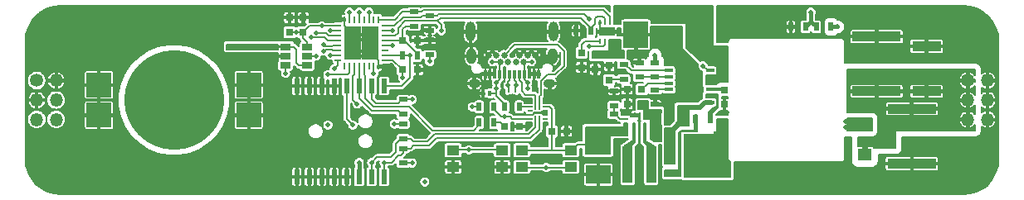
<source format=gbr>
G04 #@! TF.GenerationSoftware,KiCad,Pcbnew,(5.0.1)-rc2*
G04 #@! TF.CreationDate,2018-10-22T18:15:06-07:00*
G04 #@! TF.ProjectId,nixie_bottom_board,6E697869655F626F74746F6D5F626F61,rev?*
G04 #@! TF.SameCoordinates,Original*
G04 #@! TF.FileFunction,Copper,L1,Top*
G04 #@! TF.FilePolarity,Positive*
%FSLAX46Y46*%
G04 Gerber Fmt 4.6, Leading zero omitted, Abs format (unit mm)*
G04 Created by KiCad (PCBNEW (5.0.1)-rc2) date 10/22/2018 6:15:06 PM*
%MOMM*%
%LPD*%
G01*
G04 APERTURE LIST*
G04 #@! TA.AperFunction,ComponentPad*
%ADD10O,1.000000X1.600000*%
G04 #@! TD*
G04 #@! TA.AperFunction,SMDPad,CuDef*
%ADD11R,0.300000X0.900000*%
G04 #@! TD*
G04 #@! TA.AperFunction,ComponentPad*
%ADD12O,1.000000X2.000000*%
G04 #@! TD*
G04 #@! TA.AperFunction,ComponentPad*
%ADD13C,0.650000*%
G04 #@! TD*
G04 #@! TA.AperFunction,ComponentPad*
%ADD14O,1.200000X0.900000*%
G04 #@! TD*
G04 #@! TA.AperFunction,SMDPad,CuDef*
%ADD15R,0.500000X0.900000*%
G04 #@! TD*
G04 #@! TA.AperFunction,SMDPad,CuDef*
%ADD16R,1.725000X1.725000*%
G04 #@! TD*
G04 #@! TA.AperFunction,SMDPad,CuDef*
%ADD17R,0.250000X0.700000*%
G04 #@! TD*
G04 #@! TA.AperFunction,SMDPad,CuDef*
%ADD18R,0.700000X0.250000*%
G04 #@! TD*
G04 #@! TA.AperFunction,SMDPad,CuDef*
%ADD19R,1.000000X3.800000*%
G04 #@! TD*
G04 #@! TA.AperFunction,SMDPad,CuDef*
%ADD20R,0.750000X0.800000*%
G04 #@! TD*
G04 #@! TA.AperFunction,BGAPad,CuDef*
%ADD21C,10.200000*%
G04 #@! TD*
G04 #@! TA.AperFunction,SMDPad,CuDef*
%ADD22R,2.500000X2.500000*%
G04 #@! TD*
G04 #@! TA.AperFunction,SMDPad,CuDef*
%ADD23R,0.800000X0.800000*%
G04 #@! TD*
G04 #@! TA.AperFunction,SMDPad,CuDef*
%ADD24R,0.800000X0.750000*%
G04 #@! TD*
G04 #@! TA.AperFunction,SMDPad,CuDef*
%ADD25R,0.600000X1.500000*%
G04 #@! TD*
G04 #@! TA.AperFunction,ComponentPad*
%ADD26C,1.350000*%
G04 #@! TD*
G04 #@! TA.AperFunction,ComponentPad*
%ADD27O,1.350000X1.350000*%
G04 #@! TD*
G04 #@! TA.AperFunction,SMDPad,CuDef*
%ADD28R,0.200000X0.700000*%
G04 #@! TD*
G04 #@! TA.AperFunction,SMDPad,CuDef*
%ADD29R,0.500000X0.200000*%
G04 #@! TD*
G04 #@! TA.AperFunction,SMDPad,CuDef*
%ADD30R,0.250000X1.800000*%
G04 #@! TD*
G04 #@! TA.AperFunction,SMDPad,CuDef*
%ADD31R,0.600000X0.250000*%
G04 #@! TD*
G04 #@! TA.AperFunction,SMDPad,CuDef*
%ADD32R,0.250000X0.600000*%
G04 #@! TD*
G04 #@! TA.AperFunction,SMDPad,CuDef*
%ADD33R,1.300000X1.000000*%
G04 #@! TD*
G04 #@! TA.AperFunction,SMDPad,CuDef*
%ADD34R,0.200000X0.200000*%
G04 #@! TD*
G04 #@! TA.AperFunction,SMDPad,CuDef*
%ADD35R,0.300000X0.550000*%
G04 #@! TD*
G04 #@! TA.AperFunction,SMDPad,CuDef*
%ADD36R,2.550000X2.700000*%
G04 #@! TD*
G04 #@! TA.AperFunction,SMDPad,CuDef*
%ADD37R,2.500000X1.950000*%
G04 #@! TD*
G04 #@! TA.AperFunction,SMDPad,CuDef*
%ADD38R,1.150000X0.700000*%
G04 #@! TD*
G04 #@! TA.AperFunction,SMDPad,CuDef*
%ADD39R,3.300000X4.200000*%
G04 #@! TD*
G04 #@! TA.AperFunction,SMDPad,CuDef*
%ADD40R,1.300000X4.700000*%
G04 #@! TD*
G04 #@! TA.AperFunction,SMDPad,CuDef*
%ADD41R,1.250000X1.000000*%
G04 #@! TD*
G04 #@! TA.AperFunction,SMDPad,CuDef*
%ADD42R,3.000000X1.000000*%
G04 #@! TD*
G04 #@! TA.AperFunction,SMDPad,CuDef*
%ADD43R,5.000000X1.000000*%
G04 #@! TD*
G04 #@! TA.AperFunction,SMDPad,CuDef*
%ADD44R,0.900000X0.500000*%
G04 #@! TD*
G04 #@! TA.AperFunction,ComponentPad*
%ADD45C,0.800000*%
G04 #@! TD*
G04 #@! TA.AperFunction,ComponentPad*
%ADD46C,4.500000*%
G04 #@! TD*
G04 #@! TA.AperFunction,ComponentPad*
%ADD47C,5.000000*%
G04 #@! TD*
G04 #@! TA.AperFunction,SMDPad,CuDef*
%ADD48R,0.700000X1.300000*%
G04 #@! TD*
G04 #@! TA.AperFunction,SMDPad,CuDef*
%ADD49R,1.060000X0.650000*%
G04 #@! TD*
G04 #@! TA.AperFunction,SMDPad,CuDef*
%ADD50R,0.825000X0.712500*%
G04 #@! TD*
G04 #@! TA.AperFunction,SMDPad,CuDef*
%ADD51R,0.890000X0.420000*%
G04 #@! TD*
G04 #@! TA.AperFunction,SMDPad,CuDef*
%ADD52R,1.400000X1.200000*%
G04 #@! TD*
G04 #@! TA.AperFunction,SMDPad,CuDef*
%ADD53R,0.700000X0.900000*%
G04 #@! TD*
G04 #@! TA.AperFunction,SMDPad,CuDef*
%ADD54R,0.250000X0.500000*%
G04 #@! TD*
G04 #@! TA.AperFunction,SMDPad,CuDef*
%ADD55R,1.600000X0.900000*%
G04 #@! TD*
G04 #@! TA.AperFunction,ViaPad*
%ADD56C,0.508000*%
G04 #@! TD*
G04 #@! TA.AperFunction,Conductor*
%ADD57C,0.200000*%
G04 #@! TD*
G04 #@! TA.AperFunction,Conductor*
%ADD58C,0.300000*%
G04 #@! TD*
G04 #@! TA.AperFunction,Conductor*
%ADD59C,0.400000*%
G04 #@! TD*
G04 #@! TA.AperFunction,Conductor*
%ADD60C,0.150000*%
G04 #@! TD*
G04 #@! TA.AperFunction,Conductor*
%ADD61C,0.127000*%
G04 #@! TD*
G04 #@! TA.AperFunction,Conductor*
%ADD62C,0.100000*%
G04 #@! TD*
G04 APERTURE END LIST*
D10*
G04 #@! TO.P,J1,S1*
G04 #@! TO.N,/GND*
X154130000Y-95510000D03*
D11*
G04 #@! TO.P,J1,A1*
X152750000Y-97330000D03*
G04 #@! TO.P,J1,A2*
X152250000Y-97330000D03*
G04 #@! TO.P,J1,A3*
X151750000Y-97330000D03*
G04 #@! TO.P,J1,A4*
G04 #@! TO.N,/VBUS*
X151250000Y-97330000D03*
G04 #@! TO.P,J1,A5*
G04 #@! TO.N,/CC1*
X150750000Y-97330000D03*
G04 #@! TO.P,J1,A6*
G04 #@! TO.N,/USB_P*
X150250000Y-97330000D03*
G04 #@! TO.P,J1,A7*
G04 #@! TO.N,/USB_N*
X149750000Y-97330000D03*
G04 #@! TO.P,J1,A12*
G04 #@! TO.N,/GND*
X147250000Y-97330000D03*
G04 #@! TO.P,J1,A10*
X148250000Y-97330000D03*
G04 #@! TO.P,J1,A9*
G04 #@! TO.N,/VBUS*
X148750000Y-97330000D03*
G04 #@! TO.P,J1,A8*
G04 #@! TO.N,/GND*
X149250000Y-97330000D03*
G04 #@! TO.P,J1,A11*
X147750000Y-97330000D03*
D10*
G04 #@! TO.P,J1,S1*
X145870000Y-95510000D03*
D12*
X145780000Y-92995000D03*
X154220000Y-92995000D03*
D13*
G04 #@! TO.P,J1,B1*
X147200000Y-96110000D03*
G04 #@! TO.P,J1,B4*
G04 #@! TO.N,/VBUS*
X148800000Y-96110000D03*
G04 #@! TO.P,J1,B6*
G04 #@! TO.N,/USB_P*
X149600000Y-96110000D03*
G04 #@! TO.P,J1,B7*
G04 #@! TO.N,/USB_N*
X150400000Y-96110000D03*
G04 #@! TO.P,J1,B9*
G04 #@! TO.N,/VBUS*
X151200000Y-96110000D03*
G04 #@! TO.P,J1,B12*
G04 #@! TO.N,/GND*
X152800000Y-96110000D03*
G04 #@! TO.P,J1,B2*
X147600000Y-95410000D03*
G04 #@! TO.P,J1,B3*
X148400000Y-95410000D03*
G04 #@! TO.P,J1,B5*
G04 #@! TO.N,/CC2*
X149200000Y-95410000D03*
G04 #@! TO.P,J1,B8*
G04 #@! TO.N,/GND*
X150800000Y-95410000D03*
G04 #@! TO.P,J1,B10*
X151600000Y-95410000D03*
G04 #@! TO.P,J1,B11*
X152400000Y-95410000D03*
D14*
G04 #@! TO.P,J1,S1*
X153845000Y-98310000D03*
X146155000Y-98310000D03*
G04 #@! TD*
D15*
G04 #@! TO.P,R20,1*
G04 #@! TO.N,/HV_OUT*
X182550000Y-92500000D03*
G04 #@! TO.P,R20,2*
G04 #@! TO.N,Net-(R20-Pad2)*
X181050000Y-92500000D03*
G04 #@! TD*
G04 #@! TO.P,R21,2*
G04 #@! TO.N,Net-(R20-Pad2)*
X179950000Y-92500000D03*
G04 #@! TO.P,R21,1*
G04 #@! TO.N,/GND*
X178450000Y-92500000D03*
G04 #@! TD*
D16*
G04 #@! TO.P,U2,33*
G04 #@! TO.N,/GND*
X135512500Y-95012500D03*
X135512500Y-93287500D03*
X133787500Y-95012500D03*
X133787500Y-93287500D03*
D17*
G04 #@! TO.P,U2,32*
X136400000Y-96550000D03*
G04 #@! TO.P,U2,31*
G04 #@! TO.N,Net-(R2-Pad1)*
X135900000Y-96550000D03*
G04 #@! TO.P,U2,30*
G04 #@! TO.N,Net-(U2-Pad30)*
X135400000Y-96550000D03*
G04 #@! TO.P,U2,29*
G04 #@! TO.N,/LED*
X134900000Y-96550000D03*
G04 #@! TO.P,U2,28*
G04 #@! TO.N,/RTC*
X134400000Y-96550000D03*
G04 #@! TO.P,U2,27*
G04 #@! TO.N,/USB*
X133900000Y-96550000D03*
G04 #@! TO.P,U2,26*
G04 #@! TO.N,/SWO*
X133400000Y-96550000D03*
G04 #@! TO.P,U2,25*
G04 #@! TO.N,Net-(U2-Pad25)*
X132900000Y-96550000D03*
D18*
G04 #@! TO.P,U2,24*
G04 #@! TO.N,/SWCLK*
X132250000Y-95900000D03*
G04 #@! TO.P,U2,23*
G04 #@! TO.N,/SWDIO*
X132250000Y-95400000D03*
G04 #@! TO.P,U2,22*
G04 #@! TO.N,/USB_P*
X132250000Y-94900000D03*
G04 #@! TO.P,U2,21*
G04 #@! TO.N,/USB_N*
X132250000Y-94400000D03*
G04 #@! TO.P,U2,20*
G04 #@! TO.N,/SDA*
X132250000Y-93900000D03*
G04 #@! TO.P,U2,19*
G04 #@! TO.N,/SCL*
X132250000Y-93400000D03*
G04 #@! TO.P,U2,18*
G04 #@! TO.N,/MCO*
X132250000Y-92900000D03*
G04 #@! TO.P,U2,17*
G04 #@! TO.N,/VDD*
X132250000Y-92400000D03*
D17*
G04 #@! TO.P,U2,16*
G04 #@! TO.N,/GND*
X132900000Y-91750000D03*
G04 #@! TO.P,U2,15*
G04 #@! TO.N,/AMP_EN*
X133400000Y-91750000D03*
G04 #@! TO.P,U2,14*
G04 #@! TO.N,Net-(U2-Pad14)*
X133900000Y-91750000D03*
G04 #@! TO.P,U2,13*
G04 #@! TO.N,/NIXIE_EN*
X134400000Y-91750000D03*
G04 #@! TO.P,U2,12*
G04 #@! TO.N,Net-(U2-Pad12)*
X134900000Y-91750000D03*
G04 #@! TO.P,U2,11*
G04 #@! TO.N,/DAC*
X135400000Y-91750000D03*
G04 #@! TO.P,U2,10*
G04 #@! TO.N,Net-(U2-Pad10)*
X135900000Y-91750000D03*
G04 #@! TO.P,U2,9*
G04 #@! TO.N,/FAULT*
X136400000Y-91750000D03*
D18*
G04 #@! TO.P,U2,8*
G04 #@! TO.N,/HV_EN*
X137050000Y-92400000D03*
G04 #@! TO.P,U2,7*
G04 #@! TO.N,Net-(R20-Pad2)*
X137050000Y-92900000D03*
G04 #@! TO.P,U2,6*
G04 #@! TO.N,/ILM*
X137050000Y-93400000D03*
G04 #@! TO.P,U2,5*
G04 #@! TO.N,/VDD*
X137050000Y-93900000D03*
G04 #@! TO.P,U2,4*
G04 #@! TO.N,/NRST*
X137050000Y-94400000D03*
G04 #@! TO.P,U2,3*
G04 #@! TO.N,Net-(U2-Pad3)*
X137050000Y-94900000D03*
G04 #@! TO.P,U2,2*
G04 #@! TO.N,/32kHz*
X137050000Y-95400000D03*
G04 #@! TO.P,U2,1*
G04 #@! TO.N,/VDD*
X137050000Y-95900000D03*
G04 #@! TD*
D19*
G04 #@! TO.P,L1,1*
G04 #@! TO.N,Net-(L1-Pad1)*
X164200000Y-106600000D03*
G04 #@! TO.P,L1,2*
G04 #@! TO.N,Net-(L1-Pad2)*
X161800000Y-106600000D03*
G04 #@! TD*
D20*
G04 #@! TO.P,C17,1*
G04 #@! TO.N,Net-(C17-Pad1)*
X157100000Y-95150000D03*
G04 #@! TO.P,C17,2*
G04 #@! TO.N,/GND*
X157100000Y-96650000D03*
G04 #@! TD*
D21*
G04 #@! TO.P,BT1,1*
G04 #@! TO.N,Net-(BT1-Pad1)*
X115500000Y-100000000D03*
D22*
G04 #@! TO.P,BT1,2*
G04 #@! TO.N,/GND*
X107850000Y-101550000D03*
X107850000Y-98450000D03*
X123150000Y-101550000D03*
X123150000Y-98450000D03*
G04 #@! TD*
D23*
G04 #@! TO.P,D5,1*
G04 #@! TO.N,/GND*
X150800000Y-102700000D03*
G04 #@! TO.P,D5,2*
G04 #@! TO.N,Net-(D5-Pad2)*
X149200000Y-102700000D03*
G04 #@! TD*
D15*
G04 #@! TO.P,R13,2*
G04 #@! TO.N,Net-(D5-Pad2)*
X148150000Y-102300000D03*
G04 #@! TO.P,R13,1*
G04 #@! TO.N,/LED*
X146650000Y-102300000D03*
G04 #@! TD*
D24*
G04 #@! TO.P,C12,1*
G04 #@! TO.N,/VDD*
X138850000Y-96900000D03*
G04 #@! TO.P,C12,2*
G04 #@! TO.N,/GND*
X140350000Y-96900000D03*
G04 #@! TD*
G04 #@! TO.P,C13,2*
G04 #@! TO.N,/GND*
X140350000Y-93900000D03*
G04 #@! TO.P,C13,1*
G04 #@! TO.N,/VDD*
X138850000Y-93900000D03*
G04 #@! TD*
D25*
G04 #@! TO.P,U4,1*
G04 #@! TO.N,/32kHz*
X136945000Y-98550000D03*
G04 #@! TO.P,U4,2*
G04 #@! TO.N,/VDD*
X135675000Y-98550000D03*
G04 #@! TO.P,U4,3*
G04 #@! TO.N,/RTC*
X134405000Y-98550000D03*
G04 #@! TO.P,U4,4*
G04 #@! TO.N,/NRST*
X133135000Y-98550000D03*
G04 #@! TO.P,U4,5*
G04 #@! TO.N,/GND*
X131865000Y-98550000D03*
G04 #@! TO.P,U4,6*
X130595000Y-98550000D03*
G04 #@! TO.P,U4,7*
X129325000Y-98550000D03*
G04 #@! TO.P,U4,8*
X128055000Y-98550000D03*
G04 #@! TO.P,U4,9*
X128055000Y-107850000D03*
G04 #@! TO.P,U4,10*
X129325000Y-107850000D03*
G04 #@! TO.P,U4,11*
X130595000Y-107850000D03*
G04 #@! TO.P,U4,12*
X131865000Y-107850000D03*
G04 #@! TO.P,U4,13*
X133135000Y-107850000D03*
G04 #@! TO.P,U4,14*
G04 #@! TO.N,Net-(BT1-Pad1)*
X134405000Y-107850000D03*
G04 #@! TO.P,U4,15*
G04 #@! TO.N,/SDA*
X135675000Y-107850000D03*
G04 #@! TO.P,U4,16*
G04 #@! TO.N,/SCL*
X136945000Y-107850000D03*
G04 #@! TD*
D15*
G04 #@! TO.P,R1,1*
G04 #@! TO.N,/VBUS*
X149250000Y-100700000D03*
G04 #@! TO.P,R1,2*
G04 #@! TO.N,Net-(R1-Pad2)*
X150750000Y-100700000D03*
G04 #@! TD*
D26*
G04 #@! TO.P,J4,1*
G04 #@! TO.N,/VNIXIE*
X101500000Y-98000000D03*
D27*
G04 #@! TO.P,J4,2*
G04 #@! TO.N,/GND*
X103500000Y-98000000D03*
G04 #@! TO.P,J4,3*
X101500000Y-100000000D03*
G04 #@! TO.P,J4,4*
G04 #@! TO.N,/SCL*
X103500000Y-100000000D03*
G04 #@! TO.P,J4,5*
G04 #@! TO.N,/NIXIE_EN*
X101500000Y-102000000D03*
G04 #@! TO.P,J4,6*
G04 #@! TO.N,/SDA*
X103500000Y-102000000D03*
G04 #@! TD*
D26*
G04 #@! TO.P,J3,1*
G04 #@! TO.N,/HV_OUT*
X196500000Y-98000000D03*
D27*
G04 #@! TO.P,J3,2*
G04 #@! TO.N,/GND*
X198500000Y-98000000D03*
G04 #@! TO.P,J3,3*
G04 #@! TO.N,/HV_OUT*
X196500000Y-100000000D03*
G04 #@! TO.P,J3,4*
G04 #@! TO.N,/GND*
X198500000Y-100000000D03*
G04 #@! TO.P,J3,5*
G04 #@! TO.N,/HV_OUT*
X196500000Y-102000000D03*
G04 #@! TO.P,J3,6*
G04 #@! TO.N,/GND*
X198500000Y-102000000D03*
G04 #@! TD*
D28*
G04 #@! TO.P,U1,1*
G04 #@! TO.N,/CC2*
X152800000Y-100650000D03*
G04 #@! TO.P,U1,2*
G04 #@! TO.N,/CC1*
X152400000Y-100650000D03*
D29*
G04 #@! TO.P,U1,3*
G04 #@! TO.N,Net-(R1-Pad2)*
X151850000Y-100700000D03*
G04 #@! TO.P,U1,4*
G04 #@! TO.N,Net-(U1-Pad4)*
X151850000Y-101100000D03*
G04 #@! TO.P,U1,5*
G04 #@! TO.N,/GND*
X151850000Y-101500000D03*
G04 #@! TO.P,U1,6*
G04 #@! TO.N,/USB*
X151850000Y-101900000D03*
D28*
G04 #@! TO.P,U1,7*
G04 #@! TO.N,/SDA*
X152400000Y-101950000D03*
G04 #@! TO.P,U1,8*
G04 #@! TO.N,/SCL*
X152800000Y-101950000D03*
D29*
G04 #@! TO.P,U1,9*
G04 #@! TO.N,Net-(U1-Pad9)*
X153350000Y-101900000D03*
G04 #@! TO.P,U1,10*
G04 #@! TO.N,/GND*
X153350000Y-101500000D03*
G04 #@! TO.P,U1,11*
X153350000Y-101100000D03*
G04 #@! TO.P,U1,12*
G04 #@! TO.N,/VDD*
X153350000Y-100700000D03*
G04 #@! TD*
D30*
G04 #@! TO.P,U3,1*
G04 #@! TO.N,Net-(L1-Pad2)*
X162500000Y-103250000D03*
G04 #@! TO.P,U3,2*
G04 #@! TO.N,/GND*
X163000000Y-103250000D03*
G04 #@! TO.P,U3,3*
G04 #@! TO.N,Net-(L1-Pad1)*
X163500000Y-103250000D03*
D31*
G04 #@! TO.P,U3,4*
G04 #@! TO.N,/VBUS*
X164400000Y-103450000D03*
G04 #@! TO.P,U3,5*
X164400000Y-102950000D03*
G04 #@! TO.P,U3,6*
X164400000Y-102450000D03*
G04 #@! TO.P,U3,7*
X164400000Y-101950000D03*
D32*
G04 #@! TO.P,U3,8*
X163500000Y-101550000D03*
G04 #@! TO.P,U3,9*
G04 #@! TO.N,/GND*
X163000000Y-101550000D03*
G04 #@! TO.P,U3,10*
X162500000Y-101550000D03*
D31*
G04 #@! TO.P,U3,11*
G04 #@! TO.N,Net-(R16-Pad1)*
X161600000Y-101950000D03*
G04 #@! TO.P,U3,12*
G04 #@! TO.N,/VDD*
X161600000Y-102450000D03*
G04 #@! TO.P,U3,13*
X161600000Y-102950000D03*
G04 #@! TO.P,U3,14*
X161600000Y-103450000D03*
G04 #@! TD*
D33*
G04 #@! TO.P,SW1,1*
G04 #@! TO.N,/GND*
X149000000Y-106850000D03*
G04 #@! TO.P,SW1,2*
G04 #@! TO.N,/NRST*
X149000000Y-105150000D03*
X144000000Y-105140000D03*
G04 #@! TO.P,SW1,1*
G04 #@! TO.N,/GND*
X144000000Y-106850000D03*
G04 #@! TD*
G04 #@! TO.P,SW2,1*
G04 #@! TO.N,Net-(R2-Pad1)*
X156000000Y-106850000D03*
G04 #@! TO.P,SW2,2*
G04 #@! TO.N,/VDD*
X156000000Y-105150000D03*
X151000000Y-105140000D03*
G04 #@! TO.P,SW2,1*
G04 #@! TO.N,Net-(R2-Pad1)*
X151000000Y-106850000D03*
G04 #@! TD*
D34*
G04 #@! TO.P,D2,3*
G04 #@! TO.N,/CC2*
X152940000Y-99450000D03*
G04 #@! TO.P,D2,2*
G04 #@! TO.N,/CC1*
X152260000Y-99450000D03*
G04 #@! TO.P,D2,1*
G04 #@! TO.N,/GND*
X152600000Y-99150000D03*
G04 #@! TD*
G04 #@! TO.P,D3,3*
G04 #@! TO.N,/USB_N*
X149660000Y-99150000D03*
G04 #@! TO.P,D3,2*
G04 #@! TO.N,/USB_P*
X150340000Y-99150000D03*
G04 #@! TO.P,D3,1*
G04 #@! TO.N,/GND*
X150000000Y-99450000D03*
G04 #@! TD*
D35*
G04 #@! TO.P,D1,2*
G04 #@! TO.N,/GND*
X147050000Y-99300000D03*
G04 #@! TO.P,D1,1*
G04 #@! TO.N,/VBUS*
X147750000Y-99300000D03*
G04 #@! TD*
D20*
G04 #@! TO.P,C16,2*
G04 #@! TO.N,/GND*
X127300000Y-91550000D03*
G04 #@! TO.P,C16,1*
G04 #@! TO.N,/VDD*
X127300000Y-93050000D03*
G04 #@! TD*
D15*
G04 #@! TO.P,R3,1*
G04 #@! TO.N,/VDD*
X146650000Y-100700000D03*
G04 #@! TO.P,R3,2*
G04 #@! TO.N,/USB*
X148150000Y-100700000D03*
G04 #@! TD*
D24*
G04 #@! TO.P,C3,1*
G04 #@! TO.N,/VBUS*
X163250000Y-100400000D03*
G04 #@! TO.P,C3,2*
G04 #@! TO.N,/GND*
X161750000Y-100400000D03*
G04 #@! TD*
D36*
G04 #@! TO.P,C1,1*
G04 #@! TO.N,/GND*
X162650000Y-93300000D03*
G04 #@! TO.P,C1,2*
G04 #@! TO.N,/HV_IN*
X169000000Y-93300000D03*
G04 #@! TD*
D37*
G04 #@! TO.P,C11,2*
G04 #@! TO.N,/VDD*
X158800000Y-104575000D03*
G04 #@! TO.P,C11,1*
G04 #@! TO.N,/GND*
X158800000Y-107625000D03*
G04 #@! TD*
D38*
G04 #@! TO.P,Q1,2*
G04 #@! TO.N,Net-(Q1-Pad2)*
X166100000Y-107510000D03*
D39*
G04 #@! TO.P,Q1,1*
G04 #@! TO.N,Net-(Q1-Pad1)*
X169135000Y-105600000D03*
D40*
X171200000Y-105600000D03*
D38*
G04 #@! TO.P,Q1,3*
G04 #@! TO.N,Net-(Q1-Pad3)*
X166100000Y-106240000D03*
X166100000Y-103690000D03*
X166100000Y-104960000D03*
G04 #@! TD*
D20*
G04 #@! TO.P,C15,1*
G04 #@! TO.N,/GND*
X128700000Y-91550000D03*
G04 #@! TO.P,C15,2*
G04 #@! TO.N,/VDD*
X128700000Y-93050000D03*
G04 #@! TD*
D24*
G04 #@! TO.P,C14,1*
G04 #@! TO.N,/GND*
X155550000Y-103200000D03*
G04 #@! TO.P,C14,2*
G04 #@! TO.N,/VDD*
X154050000Y-103200000D03*
G04 #@! TD*
D20*
G04 #@! TO.P,C2,1*
G04 #@! TO.N,/VBUS*
X158500000Y-95350000D03*
G04 #@! TO.P,C2,2*
G04 #@! TO.N,/GND*
X158500000Y-96850000D03*
G04 #@! TD*
D24*
G04 #@! TO.P,C6,1*
G04 #@! TO.N,Net-(C6-Pad1)*
X163250000Y-98900000D03*
G04 #@! TO.P,C6,2*
G04 #@! TO.N,/GND*
X161750000Y-98900000D03*
G04 #@! TD*
D41*
G04 #@! TO.P,C4,2*
G04 #@! TO.N,/HV_IN*
X171500000Y-95600000D03*
G04 #@! TO.P,C4,1*
G04 #@! TO.N,/GND*
X171500000Y-93600000D03*
G04 #@! TD*
D42*
G04 #@! TO.P,C9,2*
G04 #@! TO.N,/HV_OUT*
X192300000Y-99100000D03*
G04 #@! TO.P,C9,1*
G04 #@! TO.N,/GND*
X192300000Y-94500000D03*
G04 #@! TD*
D43*
G04 #@! TO.P,C8,2*
G04 #@! TO.N,/HV_OUT*
X190800000Y-100900000D03*
G04 #@! TO.P,C8,1*
G04 #@! TO.N,/GND*
X190800000Y-106500000D03*
G04 #@! TD*
D44*
G04 #@! TO.P,R19,1*
G04 #@! TO.N,/RTC*
X138900000Y-101450000D03*
G04 #@! TO.P,R19,2*
G04 #@! TO.N,/VDD*
X138900000Y-99950000D03*
G04 #@! TD*
D15*
G04 #@! TO.P,R18,1*
G04 #@! TO.N,/VDD*
X140350000Y-95400000D03*
G04 #@! TO.P,R18,2*
G04 #@! TO.N,/32kHz*
X138850000Y-95400000D03*
G04 #@! TD*
D44*
G04 #@! TO.P,R17,1*
G04 #@! TO.N,/GND*
X160400000Y-99050000D03*
G04 #@! TO.P,R17,2*
G04 #@! TO.N,Net-(R16-Pad1)*
X160400000Y-100550000D03*
G04 #@! TD*
G04 #@! TO.P,R16,1*
G04 #@! TO.N,Net-(R16-Pad1)*
X160400000Y-101450000D03*
G04 #@! TO.P,R16,2*
G04 #@! TO.N,/VDD*
X160400000Y-102950000D03*
G04 #@! TD*
D45*
G04 #@! TO.P,MH1,1*
G04 #@! TO.N,/GND*
X104237437Y-91862563D03*
X104750000Y-93100000D03*
X104237437Y-94337437D03*
X103000000Y-94850000D03*
X101762563Y-94337437D03*
X101250000Y-93100000D03*
X101762563Y-91862563D03*
X103000000Y-91350000D03*
D46*
X103000000Y-93100000D03*
G04 #@! TD*
G04 #@! TO.P,MH2,1*
G04 #@! TO.N,/GND*
X103000000Y-107000000D03*
D45*
X103000000Y-105250000D03*
X101762563Y-105762563D03*
X101250000Y-107000000D03*
X101762563Y-108237437D03*
X103000000Y-108750000D03*
X104237437Y-108237437D03*
X104750000Y-107000000D03*
X104237437Y-105762563D03*
G04 #@! TD*
G04 #@! TO.P,MH3,1*
G04 #@! TO.N,/GND*
X198237437Y-91762563D03*
X198750000Y-93000000D03*
X198237437Y-94237437D03*
X197000000Y-94750000D03*
X195762563Y-94237437D03*
X195250000Y-93000000D03*
X195762563Y-91762563D03*
X197000000Y-91250000D03*
D46*
X197000000Y-93000000D03*
G04 #@! TD*
G04 #@! TO.P,MH4,1*
G04 #@! TO.N,/GND*
X197000000Y-107200000D03*
D45*
X197000000Y-105450000D03*
X195762563Y-105962563D03*
X195250000Y-107200000D03*
X195762563Y-108437437D03*
X197000000Y-108950000D03*
X198237437Y-108437437D03*
X198750000Y-107200000D03*
X198237437Y-105962563D03*
G04 #@! TD*
D47*
G04 #@! TO.P,MH6,1*
G04 #@! TO.N,/GND*
X157000000Y-100000000D03*
D45*
X158875000Y-100000000D03*
X158325825Y-101325825D03*
X157000000Y-101875000D03*
X155674175Y-101325825D03*
X155125000Y-100000000D03*
X155674175Y-98674175D03*
X157000000Y-98125000D03*
X158325825Y-98674175D03*
G04 #@! TD*
G04 #@! TO.P,MH5,1*
G04 #@! TO.N,/GND*
X144325825Y-98674175D03*
X143000000Y-98125000D03*
X141674175Y-98674175D03*
X141125000Y-100000000D03*
X141674175Y-101325825D03*
X143000000Y-101875000D03*
X144325825Y-101325825D03*
X144875000Y-100000000D03*
D47*
X143000000Y-100000000D03*
G04 #@! TD*
D20*
G04 #@! TO.P,C5,2*
G04 #@! TO.N,/GND*
X159900000Y-96450000D03*
G04 #@! TO.P,C5,1*
G04 #@! TO.N,Net-(C5-Pad1)*
X159900000Y-97950000D03*
G04 #@! TD*
G04 #@! TO.P,C7,2*
G04 #@! TO.N,/GND*
X171700000Y-100450000D03*
G04 #@! TO.P,C7,1*
G04 #@! TO.N,Net-(C7-Pad1)*
X171700000Y-98950000D03*
G04 #@! TD*
D44*
G04 #@! TO.P,R9,1*
G04 #@! TO.N,/GND*
X163000000Y-96150000D03*
G04 #@! TO.P,R9,2*
G04 #@! TO.N,Net-(R10-Pad2)*
X163000000Y-97650000D03*
G04 #@! TD*
G04 #@! TO.P,R6,1*
G04 #@! TO.N,/GND*
X164600000Y-100450000D03*
G04 #@! TO.P,R6,2*
G04 #@! TO.N,Net-(R6-Pad2)*
X164600000Y-98950000D03*
G04 #@! TD*
G04 #@! TO.P,R7,1*
G04 #@! TO.N,Net-(R7-Pad1)*
X161400000Y-96350000D03*
G04 #@! TO.P,R7,2*
G04 #@! TO.N,Net-(C5-Pad1)*
X161400000Y-97850000D03*
G04 #@! TD*
G04 #@! TO.P,R5,1*
G04 #@! TO.N,/SCL*
X138900000Y-104950000D03*
G04 #@! TO.P,R5,2*
G04 #@! TO.N,/VDD*
X138900000Y-106450000D03*
G04 #@! TD*
G04 #@! TO.P,R2,1*
G04 #@! TO.N,Net-(R2-Pad1)*
X141600000Y-95350000D03*
G04 #@! TO.P,R2,2*
G04 #@! TO.N,/GND*
X141600000Y-93850000D03*
G04 #@! TD*
D15*
G04 #@! TO.P,R8,1*
G04 #@! TO.N,Net-(Q1-Pad2)*
X168750000Y-101900000D03*
G04 #@! TO.P,R8,2*
G04 #@! TO.N,Net-(R8-Pad2)*
X170250000Y-101900000D03*
G04 #@! TD*
D44*
G04 #@! TO.P,R10,2*
G04 #@! TO.N,Net-(R10-Pad2)*
X164600000Y-97650000D03*
G04 #@! TO.P,R10,1*
G04 #@! TO.N,/HV_OUT*
X164600000Y-96150000D03*
G04 #@! TD*
D43*
G04 #@! TO.P,C10,1*
G04 #@! TO.N,/GND*
X187200000Y-93500000D03*
G04 #@! TO.P,C10,2*
G04 #@! TO.N,/HV_OUT*
X187200000Y-99100000D03*
G04 #@! TD*
D44*
G04 #@! TO.P,R4,1*
G04 #@! TO.N,/SDA*
X138900000Y-103950000D03*
G04 #@! TO.P,R4,2*
G04 #@! TO.N,/VDD*
X138900000Y-102450000D03*
G04 #@! TD*
D48*
G04 #@! TO.P,R11,2*
G04 #@! TO.N,Net-(Q1-Pad3)*
X167750000Y-101900000D03*
G04 #@! TO.P,R11,1*
G04 #@! TO.N,/GND*
X165850000Y-101900000D03*
G04 #@! TD*
D49*
G04 #@! TO.P,U5,1*
G04 #@! TO.N,/VNIXIE*
X126900000Y-94550000D03*
G04 #@! TO.P,U5,2*
G04 #@! TO.N,/GND*
X126900000Y-95500000D03*
G04 #@! TO.P,U5,3*
G04 #@! TO.N,/DAC*
X126900000Y-96450000D03*
G04 #@! TO.P,U5,4*
G04 #@! TO.N,/VNIXIE*
X129100000Y-96450000D03*
G04 #@! TO.P,U5,6*
G04 #@! TO.N,/VDD*
X129100000Y-94550000D03*
G04 #@! TO.P,U5,5*
G04 #@! TO.N,/AMP_EN*
X129100000Y-95500000D03*
G04 #@! TD*
D50*
G04 #@! TO.P,U6,13*
G04 #@! TO.N,/GND*
X167687500Y-97531250D03*
X167687500Y-98243750D03*
X167687500Y-98956250D03*
X167687500Y-99668750D03*
X168512500Y-97531250D03*
X168512500Y-98243750D03*
X168512500Y-98956250D03*
X168512500Y-99668750D03*
D51*
G04 #@! TO.P,U6,12*
G04 #@! TO.N,/HV_EN*
X170205000Y-96975000D03*
G04 #@! TO.P,U6,11*
G04 #@! TO.N,/HV_IN*
X170205000Y-97625000D03*
G04 #@! TO.P,U6,10*
X170205000Y-98275000D03*
G04 #@! TO.P,U6,9*
G04 #@! TO.N,Net-(C7-Pad1)*
X170205000Y-98925000D03*
G04 #@! TO.P,U6,8*
G04 #@! TO.N,Net-(R8-Pad2)*
X170205000Y-99575000D03*
G04 #@! TO.P,U6,7*
G04 #@! TO.N,Net-(Q1-Pad3)*
X170205000Y-100225000D03*
G04 #@! TO.P,U6,6*
G04 #@! TO.N,/GND*
X165995000Y-100225000D03*
G04 #@! TO.P,U6,5*
X165995000Y-99575000D03*
G04 #@! TO.P,U6,4*
G04 #@! TO.N,Net-(R6-Pad2)*
X165995000Y-98925000D03*
G04 #@! TO.P,U6,3*
G04 #@! TO.N,Net-(C6-Pad1)*
X165995000Y-98275000D03*
G04 #@! TO.P,U6,2*
G04 #@! TO.N,Net-(R10-Pad2)*
X165995000Y-97625000D03*
G04 #@! TO.P,U6,1*
G04 #@! TO.N,Net-(R7-Pad1)*
X165995000Y-96975000D03*
G04 #@! TD*
D52*
G04 #@! TO.P,D4,1*
G04 #@! TO.N,/HV_OUT*
X186000000Y-105550000D03*
G04 #@! TO.P,D4,2*
G04 #@! TO.N,Net-(D4-Pad2)*
X186000000Y-102450000D03*
G04 #@! TD*
D44*
G04 #@! TO.P,R12,2*
G04 #@! TO.N,/GND*
X141600000Y-92850000D03*
G04 #@! TO.P,R12,1*
G04 #@! TO.N,/HV_EN*
X141600000Y-91350000D03*
G04 #@! TD*
D15*
G04 #@! TO.P,R14,2*
G04 #@! TO.N,/GND*
X156550000Y-92900000D03*
G04 #@! TO.P,R14,1*
G04 #@! TO.N,/ILM*
X158050000Y-92900000D03*
G04 #@! TD*
D44*
G04 #@! TO.P,R15,1*
G04 #@! TO.N,/VDD*
X140000000Y-92450000D03*
G04 #@! TO.P,R15,2*
G04 #@! TO.N,/FAULT*
X140000000Y-90950000D03*
G04 #@! TD*
D53*
G04 #@! TO.P,U7,9*
G04 #@! TO.N,/GND*
X159250000Y-93000000D03*
X160150000Y-93000000D03*
D54*
G04 #@! TO.P,U7,6*
G04 #@! TO.N,/FAULT*
X159950000Y-92050000D03*
G04 #@! TO.P,U7,5*
G04 #@! TO.N,/HV_IN*
X160450000Y-92050000D03*
G04 #@! TO.P,U7,4*
G04 #@! TO.N,/VBUS*
X160450000Y-93950000D03*
G04 #@! TO.P,U7,2*
G04 #@! TO.N,/HV_EN*
X159450000Y-93950000D03*
G04 #@! TO.P,U7,1*
G04 #@! TO.N,Net-(C17-Pad1)*
X158950000Y-93950000D03*
D55*
G04 #@! TO.P,U7,9*
G04 #@! TO.N,/GND*
X159700000Y-93000000D03*
D54*
G04 #@! TO.P,U7,8*
X158950000Y-92050000D03*
G04 #@! TO.P,U7,7*
G04 #@! TO.N,/ILM*
X159450000Y-92050000D03*
G04 #@! TO.P,U7,3*
G04 #@! TO.N,/VBUS*
X159950000Y-93950000D03*
G04 #@! TD*
D56*
G04 #@! TO.N,Net-(Q1-Pad1)*
X171200000Y-105200000D03*
X171800000Y-105200000D03*
X171200000Y-104600000D03*
X171800000Y-104600000D03*
X171200000Y-104000000D03*
X171800000Y-104000000D03*
X171200000Y-103400000D03*
X171800000Y-103400000D03*
X171200000Y-102800000D03*
X171800000Y-102800000D03*
X171200000Y-102200000D03*
X171800000Y-102200000D03*
G04 #@! TO.N,/HV_OUT*
X164600000Y-95400000D03*
X190250000Y-99900000D03*
X183200000Y-92500000D03*
G04 #@! TO.N,/VBUS*
X165000000Y-101400000D03*
X164400000Y-101400000D03*
X165000000Y-102000000D03*
X165000000Y-102600000D03*
X165000000Y-103200000D03*
X160200000Y-94900000D03*
X159300000Y-95400000D03*
X159900000Y-95400000D03*
X160500000Y-95400000D03*
X161100000Y-95400000D03*
X160800000Y-94900000D03*
X151600000Y-98200000D03*
X151600000Y-98800000D03*
X148400000Y-98200000D03*
X148400000Y-98800000D03*
X148000000Y-96100000D03*
X165000000Y-103800000D03*
X152000000Y-96100000D03*
X163250000Y-100400000D03*
G04 #@! TO.N,/VDD*
X130600000Y-92400000D03*
X139800000Y-106450000D03*
X145950000Y-100700000D03*
X141100000Y-108400000D03*
X138000000Y-102450000D03*
X139800000Y-99950000D03*
X131230000Y-102565000D03*
X128000000Y-93050000D03*
X159600000Y-103100000D03*
X159000000Y-103100000D03*
X158400000Y-103100000D03*
X157800000Y-103100000D03*
X138850000Y-97700000D03*
X138850000Y-93900000D03*
G04 #@! TO.N,/VNIXIE*
X121200000Y-94550000D03*
G04 #@! TO.N,/SCL*
X130000000Y-93100000D03*
X136950000Y-106400000D03*
G04 #@! TO.N,/SDA*
X129500000Y-93600000D03*
X135675000Y-106400000D03*
G04 #@! TO.N,/HV_EN*
X169500000Y-96500000D03*
X157900000Y-94500000D03*
X157900000Y-91700000D03*
G04 #@! TO.N,/SWO*
X131225000Y-97400000D03*
G04 #@! TO.N,/NRST*
X137800000Y-94400000D03*
X145600000Y-105100000D03*
X133770000Y-102565000D03*
G04 #@! TO.N,/DAC*
X135400000Y-91000000D03*
X126900000Y-97250000D03*
G04 #@! TO.N,/USB_N*
X149600000Y-98500000D03*
X130800000Y-94325000D03*
G04 #@! TO.N,/USB_P*
X150400000Y-98500000D03*
X130800000Y-94975000D03*
G04 #@! TO.N,Net-(D4-Pad2)*
X184000000Y-102800000D03*
X184600000Y-102800000D03*
X185800000Y-102800000D03*
X186400000Y-102800000D03*
X186400000Y-102200000D03*
X185800000Y-102200000D03*
X184600000Y-102200000D03*
X184000000Y-102200000D03*
X185200000Y-102200000D03*
X185200000Y-102800000D03*
G04 #@! TO.N,/SWDIO*
X131500000Y-95400000D03*
G04 #@! TO.N,/SWCLK*
X131875000Y-96800000D03*
G04 #@! TO.N,/GND*
X134500000Y-93800000D03*
X133900000Y-93800000D03*
X133300000Y-93800000D03*
X134500000Y-95500000D03*
X133900000Y-95500000D03*
X133300000Y-95500000D03*
X171900000Y-101300000D03*
X171300000Y-101300000D03*
X167687500Y-99668750D03*
X168512500Y-99668750D03*
X168512500Y-98956250D03*
X167687500Y-98956250D03*
X167687500Y-98243750D03*
X168512500Y-98243750D03*
X168512500Y-97531250D03*
X167687500Y-97531250D03*
X128000000Y-92250000D03*
X166350000Y-100800000D03*
X165750000Y-100800000D03*
X164600000Y-99750000D03*
X164500000Y-92800000D03*
X162100000Y-95200000D03*
X162700000Y-95200000D03*
X163300000Y-95200000D03*
X132500000Y-102565000D03*
X129800000Y-101300000D03*
X130900000Y-96300000D03*
X137900000Y-97800000D03*
X157900000Y-106150000D03*
X158500000Y-106150000D03*
X159100000Y-106150000D03*
X159700000Y-106150000D03*
X163000000Y-105000000D03*
X163000000Y-105600000D03*
X163000000Y-106200000D03*
X163000000Y-106800000D03*
X163000000Y-107400000D03*
X165100000Y-92800000D03*
X164500000Y-93400000D03*
X165100000Y-93400000D03*
X150000000Y-100700000D03*
X165850000Y-96150000D03*
X166450000Y-96150000D03*
X166450000Y-95550000D03*
X165850000Y-95550000D03*
X151700000Y-102550000D03*
X172600000Y-93500000D03*
X173200000Y-93500000D03*
X173800000Y-93500000D03*
X174400000Y-93500000D03*
G04 #@! TO.N,/HV_IN*
X171800000Y-94800000D03*
X171200000Y-94800000D03*
X171200000Y-95400000D03*
X171800000Y-95400000D03*
X171800000Y-97200000D03*
X171800000Y-97800000D03*
X171200000Y-97200000D03*
X171200000Y-97800000D03*
X171800000Y-96600000D03*
X171200000Y-96600000D03*
X171200000Y-96000000D03*
X171800000Y-96000000D03*
G04 #@! TO.N,/USB*
X134200000Y-100400000D03*
X149250000Y-101700000D03*
G04 #@! TO.N,/ILM*
X142800000Y-92900000D03*
G04 #@! TO.N,/32kHz*
X139600000Y-95400000D03*
G04 #@! TO.N,/AMP_EN*
X130000000Y-95500000D03*
X133400000Y-91000000D03*
G04 #@! TO.N,Net-(BT1-Pad1)*
X114900000Y-100000000D03*
X115500000Y-100600000D03*
X115500000Y-99400000D03*
X134400000Y-106400000D03*
X116100000Y-100000000D03*
X115500000Y-100000000D03*
G04 #@! TO.N,/NIXIE_EN*
X134400000Y-91000000D03*
G04 #@! TO.N,/MCO*
X131500000Y-92900000D03*
G04 #@! TO.N,Net-(R2-Pad1)*
X135900000Y-97300000D03*
X153500000Y-106900000D03*
X141600000Y-96050000D03*
G04 #@! TO.N,Net-(R20-Pad2)*
X137800000Y-92900000D03*
X180500000Y-91000000D03*
G04 #@! TD*
D57*
G04 #@! TO.N,Net-(R1-Pad2)*
X150750000Y-100700000D02*
X151850000Y-100700000D01*
G04 #@! TO.N,Net-(R6-Pad2)*
X164625000Y-98925000D02*
X164600000Y-98950000D01*
X165995000Y-98925000D02*
X164625000Y-98925000D01*
D58*
G04 #@! TO.N,Net-(C7-Pad1)*
X171675000Y-98925000D02*
X171700000Y-98950000D01*
X170205000Y-98925000D02*
X171675000Y-98925000D01*
D59*
G04 #@! TO.N,/HV_OUT*
X164600000Y-96150000D02*
X164600000Y-95400000D01*
X182550000Y-92500000D02*
X183200000Y-92500000D01*
D57*
G04 #@! TO.N,/VBUS*
X148750000Y-96160000D02*
X148800000Y-96110000D01*
X148750000Y-97330000D02*
X148750000Y-96160000D01*
X151250000Y-97330000D02*
X151250000Y-96160000D01*
X151250000Y-96160000D02*
X151200000Y-96110000D01*
X151250000Y-97330000D02*
X151250000Y-97850000D01*
X151250000Y-97850000D02*
X151600000Y-98200000D01*
X151600000Y-98200000D02*
X151600000Y-98800000D01*
X148400000Y-98200000D02*
X148400000Y-98800000D01*
X149250000Y-100450000D02*
X149250000Y-100700000D01*
X148400000Y-99600000D02*
X149250000Y-100450000D01*
X147750000Y-99300000D02*
X148400000Y-99300000D01*
X148400000Y-98800000D02*
X148400000Y-99300000D01*
X148400000Y-99300000D02*
X148400000Y-99600000D01*
X148750000Y-97330000D02*
X148750000Y-97850000D01*
X148750000Y-97850000D02*
X148400000Y-98200000D01*
X148800000Y-96110000D02*
X148010000Y-96110000D01*
X148010000Y-96110000D02*
X148000000Y-96100000D01*
X151990000Y-96110000D02*
X152000000Y-96100000D01*
X151200000Y-96110000D02*
X151990000Y-96110000D01*
G04 #@! TO.N,/VDD*
X154000000Y-103150000D02*
X154050000Y-103200000D01*
X157925000Y-103900000D02*
X158800000Y-104775000D01*
X156000000Y-105150000D02*
X156150000Y-105150000D01*
X156725000Y-104575000D02*
X158800000Y-104575000D01*
X156150000Y-105150000D02*
X156725000Y-104575000D01*
X156000000Y-105150000D02*
X155950000Y-105150000D01*
X128700000Y-93650000D02*
X128700000Y-93050000D01*
X129100000Y-94550000D02*
X129100000Y-94050000D01*
X129100000Y-94050000D02*
X128700000Y-93650000D01*
X127300000Y-93050000D02*
X128000000Y-93050000D01*
X129350000Y-92400000D02*
X128700000Y-93050000D01*
X132250000Y-92400000D02*
X130600000Y-92400000D01*
X130600000Y-92400000D02*
X129350000Y-92400000D01*
X138900000Y-106450000D02*
X139800000Y-106450000D01*
X155990000Y-105140000D02*
X156000000Y-105150000D01*
X154050000Y-105090000D02*
X154100000Y-105140000D01*
X154050000Y-103200000D02*
X154050000Y-105090000D01*
X151000000Y-105140000D02*
X154100000Y-105140000D01*
X154100000Y-105140000D02*
X155990000Y-105140000D01*
X146650000Y-100700000D02*
X145950000Y-100700000D01*
X138900000Y-102450000D02*
X138000000Y-102450000D01*
X137050000Y-93900000D02*
X138650000Y-93900000D01*
X138900000Y-99950000D02*
X139800000Y-99950000D01*
X128000000Y-93050000D02*
X128700000Y-93050000D01*
X154050000Y-100900000D02*
X154050000Y-103200000D01*
X153350000Y-100700000D02*
X153850000Y-100700000D01*
X153850000Y-100700000D02*
X154050000Y-100900000D01*
X135675000Y-99875000D02*
X135675000Y-98550000D01*
X136100000Y-100300000D02*
X135675000Y-99875000D01*
X138400000Y-100300000D02*
X136100000Y-100300000D01*
X138900000Y-99950000D02*
X138750000Y-99950000D01*
X138750000Y-99950000D02*
X138400000Y-100300000D01*
X137850000Y-95900000D02*
X138850000Y-96900000D01*
X137050000Y-95900000D02*
X137850000Y-95900000D01*
X138850000Y-96900000D02*
X138850000Y-97700000D01*
X138850000Y-93900000D02*
X139000000Y-93900000D01*
X140350000Y-95250000D02*
X140350000Y-95400000D01*
X139000000Y-93900000D02*
X140350000Y-95250000D01*
X139150000Y-92450000D02*
X140000000Y-92450000D01*
X138850000Y-93900000D02*
X138850000Y-92750000D01*
X138850000Y-92750000D02*
X139150000Y-92450000D01*
G04 #@! TO.N,/VNIXIE*
X126900000Y-94550000D02*
X127750000Y-94550000D01*
X127750000Y-94550000D02*
X128000000Y-94800000D01*
X128000000Y-94800000D02*
X128000000Y-96200000D01*
X128250000Y-96450000D02*
X129100000Y-96450000D01*
X128000000Y-96200000D02*
X128250000Y-96450000D01*
G04 #@! TO.N,/SCL*
X130000000Y-93100000D02*
X131000000Y-93100000D01*
X131300000Y-93400000D02*
X132250000Y-93400000D01*
X131000000Y-93100000D02*
X131300000Y-93400000D01*
X136945000Y-107850000D02*
X136945000Y-106405000D01*
X136945000Y-106405000D02*
X136950000Y-106400000D01*
X138400000Y-105700000D02*
X138650000Y-105700000D01*
X138650000Y-105700000D02*
X138900000Y-105450000D01*
X138900000Y-105450000D02*
X138900000Y-104950000D01*
X136950000Y-106400000D02*
X137700000Y-106400000D01*
X137700000Y-106400000D02*
X138400000Y-105700000D01*
X152800000Y-103000000D02*
X152800000Y-101950000D01*
X139650000Y-104950000D02*
X139950000Y-104650000D01*
X138900000Y-104950000D02*
X139650000Y-104950000D01*
X139950000Y-104650000D02*
X141550000Y-104650000D01*
X142300000Y-103900000D02*
X151900000Y-103900000D01*
X141550000Y-104650000D02*
X142300000Y-103900000D01*
X151900000Y-103900000D02*
X152800000Y-103000000D01*
G04 #@! TO.N,/SDA*
X131200000Y-93900000D02*
X132250000Y-93900000D01*
X130900000Y-93600000D02*
X131200000Y-93900000D01*
X129500000Y-93600000D02*
X130900000Y-93600000D01*
X135675000Y-107850000D02*
X135675000Y-106400000D01*
X138650000Y-103950000D02*
X138900000Y-103950000D01*
X138150000Y-104450000D02*
X138650000Y-103950000D01*
X138150000Y-105350000D02*
X138150000Y-104450000D01*
X137650000Y-105850000D02*
X138150000Y-105350000D01*
X135675000Y-106400000D02*
X136225000Y-105850000D01*
X136225000Y-105850000D02*
X137650000Y-105850000D01*
X138950000Y-103950000D02*
X138900000Y-103950000D01*
X139650000Y-103950000D02*
X138950000Y-103950000D01*
X152400000Y-102800000D02*
X151700000Y-103500000D01*
X151700000Y-103500000D02*
X142100000Y-103500000D01*
X142100000Y-103500000D02*
X141350000Y-104250000D01*
X152400000Y-101950000D02*
X152400000Y-102800000D01*
X141350000Y-104250000D02*
X139950000Y-104250000D01*
X139950000Y-104250000D02*
X139650000Y-103950000D01*
G04 #@! TO.N,/HV_EN*
X170205000Y-96975000D02*
X169975000Y-96975000D01*
X169975000Y-96975000D02*
X169500000Y-96500000D01*
X159300000Y-94500000D02*
X157900000Y-94500000D01*
X159450000Y-93950000D02*
X159450000Y-94350000D01*
X159450000Y-94350000D02*
X159300000Y-94500000D01*
X142350000Y-91350000D02*
X141600000Y-91350000D01*
X142500000Y-91200000D02*
X142350000Y-91350000D01*
X157900000Y-91700000D02*
X157400000Y-91200000D01*
X157400000Y-91200000D02*
X142500000Y-91200000D01*
X140850000Y-91350000D02*
X141600000Y-91350000D01*
X140700000Y-91500000D02*
X140850000Y-91350000D01*
X138900000Y-91500000D02*
X140700000Y-91500000D01*
X137050000Y-92400000D02*
X138000000Y-92400000D01*
X138000000Y-92400000D02*
X138900000Y-91500000D01*
G04 #@! TO.N,Net-(R10-Pad2)*
X165970000Y-97650000D02*
X165995000Y-97625000D01*
X164600000Y-97650000D02*
X165970000Y-97650000D01*
X164600000Y-97650000D02*
X163000000Y-97650000D01*
G04 #@! TO.N,/SWO*
X133400000Y-97200000D02*
X133400000Y-96550000D01*
X133200000Y-97400000D02*
X133400000Y-97200000D01*
X131225000Y-97400000D02*
X133200000Y-97400000D01*
X131325000Y-97400000D02*
X131225000Y-97400000D01*
G04 #@! TO.N,/NRST*
X137050000Y-94400000D02*
X137800000Y-94400000D01*
X148990000Y-105140000D02*
X149000000Y-105150000D01*
X148950000Y-105100000D02*
X149000000Y-105150000D01*
X145600000Y-105100000D02*
X148950000Y-105100000D01*
X144040000Y-105100000D02*
X144000000Y-105140000D01*
X145600000Y-105100000D02*
X144040000Y-105100000D01*
X133135000Y-98550000D02*
X133135000Y-101930000D01*
X133135000Y-101930000D02*
X133770000Y-102565000D01*
G04 #@! TO.N,/CC1*
X152260000Y-99450000D02*
X152400000Y-99590000D01*
X152400000Y-99590000D02*
X152400000Y-100650000D01*
X151350000Y-99450000D02*
X152260000Y-99450000D01*
X151000000Y-99100000D02*
X151350000Y-99450000D01*
X151000000Y-98200000D02*
X151000000Y-99100000D01*
X150750000Y-97330000D02*
X150750000Y-97950000D01*
X150750000Y-97950000D02*
X151000000Y-98200000D01*
G04 #@! TO.N,/CC2*
X152800000Y-99590000D02*
X152800000Y-100650000D01*
X152940000Y-99450000D02*
X152800000Y-99590000D01*
D60*
X152940000Y-98060000D02*
X152940000Y-99450000D01*
X150260000Y-94350000D02*
X154650000Y-94350000D01*
X149200000Y-95410000D02*
X150260000Y-94350000D01*
X154650000Y-94350000D02*
X155300000Y-95000000D01*
X153600000Y-97400000D02*
X152940000Y-98060000D01*
X155300000Y-95000000D02*
X155300000Y-96500000D01*
X155300000Y-96500000D02*
X154400000Y-97400000D01*
X154400000Y-97400000D02*
X153600000Y-97400000D01*
D57*
G04 #@! TO.N,/DAC*
X135400000Y-91750000D02*
X135400000Y-91000000D01*
X126900000Y-96450000D02*
X126900000Y-97250000D01*
G04 #@! TO.N,/USB_N*
X149660000Y-99150000D02*
X149660000Y-98560000D01*
X149660000Y-98560000D02*
X149600000Y-98500000D01*
X149600000Y-98500000D02*
X149600000Y-98100000D01*
X149750000Y-97950000D02*
X149750000Y-97330000D01*
X149600000Y-98100000D02*
X149750000Y-97950000D01*
X132250000Y-94400000D02*
X131724999Y-94400000D01*
X131724999Y-94400000D02*
X131651199Y-94473800D01*
X130800000Y-94325000D02*
X130822986Y-94473800D01*
X131651199Y-94473800D02*
X130948800Y-94473800D01*
X130948800Y-94473800D02*
X130800000Y-94325000D01*
G04 #@! TO.N,/USB_P*
X150400000Y-98500000D02*
X150400000Y-98100000D01*
X150400000Y-98100000D02*
X150250000Y-97950000D01*
X150250000Y-97950000D02*
X150250000Y-97330000D01*
X150340000Y-98560000D02*
X150400000Y-98500000D01*
X150340000Y-99150000D02*
X150340000Y-98560000D01*
X131724999Y-94900000D02*
X131651199Y-94826200D01*
X132250000Y-94900000D02*
X131724999Y-94900000D01*
X130948800Y-94826200D02*
X130800000Y-94975000D01*
X131651199Y-94826200D02*
X130948800Y-94826200D01*
G04 #@! TO.N,/SWDIO*
X132250000Y-95400000D02*
X131500000Y-95400000D01*
G04 #@! TO.N,/SWCLK*
X132250000Y-95900000D02*
X132250000Y-96425000D01*
X132250000Y-96425000D02*
X131875000Y-96800000D01*
G04 #@! TO.N,Net-(R7-Pad1)*
X165995000Y-96975000D02*
X162175000Y-96975000D01*
X161550000Y-96350000D02*
X161400000Y-96350000D01*
X162175000Y-96975000D02*
X161550000Y-96350000D01*
G04 #@! TO.N,/GND*
X151750000Y-97330000D02*
X152250000Y-97330000D01*
X152250000Y-97330000D02*
X152750000Y-97330000D01*
X152750000Y-96160000D02*
X152800000Y-96110000D01*
X152750000Y-97330000D02*
X152750000Y-96160000D01*
X148250000Y-97330000D02*
X147750000Y-97330000D01*
X147750000Y-97330000D02*
X147250000Y-97330000D01*
X147250000Y-96160000D02*
X147200000Y-96110000D01*
X147250000Y-97330000D02*
X147250000Y-96160000D01*
D59*
X162125000Y-93200000D02*
X162625000Y-93700000D01*
X162350000Y-93000000D02*
X162650000Y-93300000D01*
D57*
X148990000Y-106850000D02*
X149000000Y-106860000D01*
X150000000Y-99900000D02*
X150000000Y-99450000D01*
X149500000Y-99900000D02*
X150000000Y-99900000D01*
X149000000Y-99400000D02*
X149500000Y-99900000D01*
X149000000Y-98200000D02*
X149000000Y-99400000D01*
X149250000Y-97330000D02*
X149250000Y-97950000D01*
X149250000Y-97950000D02*
X149000000Y-98200000D01*
X132900000Y-92400000D02*
X133787500Y-93287500D01*
X132900000Y-91750000D02*
X132900000Y-92400000D01*
X136400000Y-96550000D02*
X136400000Y-95900000D01*
X136400000Y-95900000D02*
X135512500Y-95012500D01*
X150200000Y-101500000D02*
X150000000Y-101300000D01*
X150000000Y-101300000D02*
X150000000Y-100700000D01*
X150000000Y-99900000D02*
X150000000Y-100700000D01*
X151850000Y-101500000D02*
X150200000Y-101500000D01*
D61*
X151850000Y-101500000D02*
X152100000Y-101500000D01*
X152100000Y-101500000D02*
X152300000Y-101300000D01*
X152300000Y-101300000D02*
X153000000Y-101300000D01*
X153200000Y-101500000D02*
X153350000Y-101500000D01*
X153000000Y-101300000D02*
X153200000Y-101500000D01*
X153200000Y-101100000D02*
X153350000Y-101100000D01*
X153000000Y-101300000D02*
X153200000Y-101100000D01*
D57*
X152250000Y-98550000D02*
X152250000Y-97330000D01*
X152600000Y-99150000D02*
X152600000Y-98900000D01*
X152600000Y-98900000D02*
X152250000Y-98550000D01*
X158950000Y-92700000D02*
X159250000Y-93000000D01*
X158950000Y-92050000D02*
X158950000Y-92700000D01*
G04 #@! TO.N,/USB*
X133900000Y-97400000D02*
X133775000Y-97525000D01*
X133900000Y-96550000D02*
X133900000Y-97400000D01*
X133775000Y-97525000D02*
X133775000Y-99975000D01*
X133775000Y-99975000D02*
X134200000Y-100400000D01*
X149800000Y-101700000D02*
X150000000Y-101900000D01*
X149250000Y-101700000D02*
X149800000Y-101700000D01*
X151850000Y-101900000D02*
X150000000Y-101900000D01*
X148150000Y-100700000D02*
X148150000Y-100950000D01*
X148900000Y-101700000D02*
X149250000Y-101700000D01*
X148150000Y-100950000D02*
X148900000Y-101700000D01*
G04 #@! TO.N,/ILM*
X142400000Y-91900000D02*
X142800000Y-92300000D01*
X142800000Y-92300000D02*
X142800000Y-92900000D01*
X158500000Y-91600000D02*
X158500000Y-92200000D01*
X158700000Y-91400000D02*
X158500000Y-91600000D01*
X159250000Y-91400000D02*
X158700000Y-91400000D01*
X159450000Y-92050000D02*
X159450000Y-91600000D01*
X159450000Y-91600000D02*
X159250000Y-91400000D01*
X157000000Y-91600000D02*
X158050000Y-92650000D01*
X142400000Y-91900000D02*
X142700000Y-91600000D01*
X142700000Y-91600000D02*
X157000000Y-91600000D01*
X158050000Y-92650000D02*
X158050000Y-92900000D01*
X158500000Y-92200000D02*
X158050000Y-92650000D01*
X139100000Y-91900000D02*
X142400000Y-91900000D01*
X138400000Y-92600000D02*
X139100000Y-91900000D01*
X138400000Y-93100000D02*
X138400000Y-92600000D01*
X137050000Y-93400000D02*
X138100000Y-93400000D01*
X138100000Y-93400000D02*
X138400000Y-93100000D01*
G04 #@! TO.N,/FAULT*
X140750000Y-90950000D02*
X140000000Y-90950000D01*
X140900000Y-90800000D02*
X140750000Y-90950000D01*
X159300000Y-90800000D02*
X140900000Y-90800000D01*
X159950000Y-92050000D02*
X159950000Y-91450000D01*
X159950000Y-91450000D02*
X159300000Y-90800000D01*
X138850000Y-90950000D02*
X140000000Y-90950000D01*
X136400000Y-91750000D02*
X138050000Y-91750000D01*
X138050000Y-91750000D02*
X138850000Y-90950000D01*
G04 #@! TO.N,/RTC*
X134345382Y-98637282D02*
X134350382Y-98642282D01*
X134400000Y-98545000D02*
X134405000Y-98550000D01*
X134400000Y-96550000D02*
X134400000Y-98545000D01*
X134405000Y-99805000D02*
X134405000Y-98550000D01*
X138900000Y-101450000D02*
X138650000Y-101450000D01*
X138900000Y-101450000D02*
X138750000Y-101450000D01*
X138750000Y-101450000D02*
X138400000Y-101100000D01*
X138400000Y-101100000D02*
X135700000Y-101100000D01*
X135700000Y-101100000D02*
X134405000Y-99805000D01*
G04 #@! TO.N,/32kHz*
X138650000Y-95400000D02*
X137050000Y-95400000D01*
X139600000Y-95400000D02*
X138650000Y-95400000D01*
X139600000Y-97700000D02*
X139600000Y-95400000D01*
X136945000Y-98550000D02*
X138750000Y-98550000D01*
X138750000Y-98550000D02*
X139600000Y-97700000D01*
G04 #@! TO.N,Net-(C5-Pad1)*
X160000000Y-97850000D02*
X159900000Y-97950000D01*
X161400000Y-97850000D02*
X160000000Y-97850000D01*
G04 #@! TO.N,Net-(R16-Pad1)*
X161600000Y-101950000D02*
X161050000Y-101950000D01*
X160550000Y-101450000D02*
X160400000Y-101450000D01*
X161050000Y-101950000D02*
X160550000Y-101450000D01*
X160400000Y-101450000D02*
X160400000Y-100550000D01*
G04 #@! TO.N,/AMP_EN*
X129100000Y-95500000D02*
X130000000Y-95500000D01*
X133400000Y-91750000D02*
X133400000Y-91000000D01*
D59*
G04 #@! TO.N,Net-(BT1-Pad1)*
X134405000Y-106405000D02*
X134405000Y-107850000D01*
X134400000Y-106400000D02*
X134405000Y-106405000D01*
D57*
G04 #@! TO.N,Net-(C6-Pad1)*
X163875000Y-98275000D02*
X163250000Y-98900000D01*
X165995000Y-98275000D02*
X163875000Y-98275000D01*
G04 #@! TO.N,/NIXIE_EN*
X134400000Y-91750000D02*
X134400000Y-91000000D01*
G04 #@! TO.N,/MCO*
X132250000Y-92900000D02*
X131500000Y-92900000D01*
G04 #@! TO.N,/LED*
X146650000Y-102550000D02*
X146650000Y-102300000D01*
X146100000Y-103100000D02*
X146650000Y-102550000D01*
X141900000Y-103100000D02*
X146100000Y-103100000D01*
X134900000Y-97400000D02*
X135050000Y-97550000D01*
X134900000Y-96550000D02*
X134900000Y-97400000D01*
X135050000Y-97550000D02*
X135050000Y-99850000D01*
X135050000Y-99850000D02*
X135900000Y-100700000D01*
X135900000Y-100700000D02*
X139500000Y-100700000D01*
X139500000Y-100700000D02*
X141900000Y-103100000D01*
G04 #@! TO.N,Net-(C17-Pad1)*
X158950000Y-93950000D02*
X157450000Y-93950000D01*
X157100000Y-94300000D02*
X157100000Y-95150000D01*
X157450000Y-93950000D02*
X157100000Y-94300000D01*
G04 #@! TO.N,Net-(R2-Pad1)*
X155990000Y-106850000D02*
X156000000Y-106860000D01*
X156000000Y-106860000D02*
X156540000Y-106860000D01*
X135900000Y-96550000D02*
X135900000Y-97300000D01*
X151050000Y-106900000D02*
X151000000Y-106850000D01*
X153500000Y-106900000D02*
X151050000Y-106900000D01*
X155950000Y-106900000D02*
X156000000Y-106850000D01*
X153500000Y-106900000D02*
X155950000Y-106900000D01*
X141600000Y-95350000D02*
X141600000Y-96050000D01*
G04 #@! TO.N,Net-(D5-Pad2)*
X148150000Y-102300000D02*
X148150000Y-102450000D01*
X148800000Y-102300000D02*
X149200000Y-102700000D01*
X148150000Y-102300000D02*
X148800000Y-102300000D01*
G04 #@! TO.N,Net-(R20-Pad2)*
X137050000Y-92900000D02*
X137800000Y-92900000D01*
D59*
X180500000Y-91950000D02*
X180500000Y-91000000D01*
X179950000Y-92500000D02*
X180500000Y-91950000D01*
X181050000Y-92500000D02*
X180500000Y-91950000D01*
G04 #@! TD*
D57*
G04 #@! TO.N,/GND*
G36*
X160000000Y-90934314D02*
X159596737Y-90531052D01*
X159584211Y-90515789D01*
X159523303Y-90465803D01*
X159453814Y-90428660D01*
X159378414Y-90405788D01*
X159319647Y-90400000D01*
X159319646Y-90400000D01*
X159300000Y-90398065D01*
X159280354Y-90400000D01*
X140919646Y-90400000D01*
X140899999Y-90398065D01*
X140836278Y-90404341D01*
X140821586Y-90405788D01*
X140746186Y-90428660D01*
X140676697Y-90465803D01*
X140657109Y-90481878D01*
X140617477Y-90449353D01*
X140565360Y-90421496D01*
X140508810Y-90404341D01*
X140450000Y-90398549D01*
X139550000Y-90398549D01*
X139491190Y-90404341D01*
X139434640Y-90421496D01*
X139382523Y-90449353D01*
X139336842Y-90486842D01*
X139299353Y-90532523D01*
X139290011Y-90550000D01*
X138869647Y-90550000D01*
X138850000Y-90548065D01*
X138771586Y-90555788D01*
X138696185Y-90578660D01*
X138626697Y-90615803D01*
X138581049Y-90653265D01*
X138581047Y-90653267D01*
X138565789Y-90665789D01*
X138553267Y-90681047D01*
X137884315Y-91350000D01*
X136821527Y-91350000D01*
X136820659Y-91341190D01*
X136803504Y-91284640D01*
X136775647Y-91232523D01*
X136738158Y-91186842D01*
X136692477Y-91149353D01*
X136640360Y-91121496D01*
X136583810Y-91104341D01*
X136525000Y-91098549D01*
X136275000Y-91098549D01*
X136216190Y-91104341D01*
X136159640Y-91121496D01*
X136150000Y-91126649D01*
X136140360Y-91121496D01*
X136083810Y-91104341D01*
X136025000Y-91098549D01*
X135945251Y-91098549D01*
X135954000Y-91054564D01*
X135954000Y-90945436D01*
X135932711Y-90838404D01*
X135890949Y-90737582D01*
X135830320Y-90646845D01*
X135753155Y-90569680D01*
X135662418Y-90509051D01*
X135561596Y-90467289D01*
X135454564Y-90446000D01*
X135345436Y-90446000D01*
X135238404Y-90467289D01*
X135137582Y-90509051D01*
X135046845Y-90569680D01*
X134969680Y-90646845D01*
X134909051Y-90737582D01*
X134900000Y-90759433D01*
X134890949Y-90737582D01*
X134830320Y-90646845D01*
X134753155Y-90569680D01*
X134662418Y-90509051D01*
X134561596Y-90467289D01*
X134454564Y-90446000D01*
X134345436Y-90446000D01*
X134238404Y-90467289D01*
X134137582Y-90509051D01*
X134046845Y-90569680D01*
X133969680Y-90646845D01*
X133909051Y-90737582D01*
X133900000Y-90759433D01*
X133890949Y-90737582D01*
X133830320Y-90646845D01*
X133753155Y-90569680D01*
X133662418Y-90509051D01*
X133561596Y-90467289D01*
X133454564Y-90446000D01*
X133345436Y-90446000D01*
X133238404Y-90467289D01*
X133137582Y-90509051D01*
X133046845Y-90569680D01*
X132969680Y-90646845D01*
X132909051Y-90737582D01*
X132867289Y-90838404D01*
X132846000Y-90945436D01*
X132846000Y-91054564D01*
X132864983Y-91150000D01*
X132799998Y-91150000D01*
X132799998Y-91174998D01*
X132775000Y-91150000D01*
X132750377Y-91150000D01*
X132702078Y-91159607D01*
X132656581Y-91178453D01*
X132615634Y-91205812D01*
X132580812Y-91240634D01*
X132553453Y-91281580D01*
X132534607Y-91327078D01*
X132525000Y-91375377D01*
X132525000Y-91587500D01*
X132587500Y-91650000D01*
X132837500Y-91650000D01*
X132837500Y-91630000D01*
X132962500Y-91630000D01*
X132962500Y-91650000D01*
X132973549Y-91650000D01*
X132973549Y-91850000D01*
X132962500Y-91850000D01*
X132962500Y-91870000D01*
X132837500Y-91870000D01*
X132837500Y-91850000D01*
X132587500Y-91850000D01*
X132525000Y-91912500D01*
X132525000Y-91973549D01*
X131900000Y-91973549D01*
X131841190Y-91979341D01*
X131784640Y-91996496D01*
X131778084Y-92000000D01*
X130983475Y-92000000D01*
X130953155Y-91969680D01*
X130862418Y-91909051D01*
X130761596Y-91867289D01*
X130654564Y-91846000D01*
X130545436Y-91846000D01*
X130438404Y-91867289D01*
X130337582Y-91909051D01*
X130246845Y-91969680D01*
X130216525Y-92000000D01*
X129369647Y-92000000D01*
X129350000Y-91998065D01*
X129330353Y-92000000D01*
X129319745Y-92001045D01*
X129325000Y-91974623D01*
X129325000Y-91712500D01*
X129262500Y-91650000D01*
X128800000Y-91650000D01*
X128800000Y-92137500D01*
X128862500Y-92200000D01*
X128984314Y-92200000D01*
X128835765Y-92348549D01*
X128325000Y-92348549D01*
X128266190Y-92354341D01*
X128209640Y-92371496D01*
X128157523Y-92399353D01*
X128111842Y-92436842D01*
X128074353Y-92482523D01*
X128065940Y-92498263D01*
X128054564Y-92496000D01*
X127945436Y-92496000D01*
X127934060Y-92498263D01*
X127925647Y-92482523D01*
X127888158Y-92436842D01*
X127842477Y-92399353D01*
X127790360Y-92371496D01*
X127733810Y-92354341D01*
X127675000Y-92348549D01*
X126925000Y-92348549D01*
X126866190Y-92354341D01*
X126809640Y-92371496D01*
X126757523Y-92399353D01*
X126711842Y-92436842D01*
X126674353Y-92482523D01*
X126646496Y-92534640D01*
X126629341Y-92591190D01*
X126623549Y-92650000D01*
X126623549Y-93450000D01*
X126629341Y-93508810D01*
X126646496Y-93565360D01*
X126674353Y-93617477D01*
X126711842Y-93663158D01*
X126757523Y-93700647D01*
X126809640Y-93728504D01*
X126866190Y-93745659D01*
X126925000Y-93751451D01*
X127675000Y-93751451D01*
X127733810Y-93745659D01*
X127790360Y-93728504D01*
X127842477Y-93700647D01*
X127888158Y-93663158D01*
X127925647Y-93617477D01*
X127934060Y-93601737D01*
X127945436Y-93604000D01*
X128054564Y-93604000D01*
X128065940Y-93601737D01*
X128074353Y-93617477D01*
X128111842Y-93663158D01*
X128157523Y-93700647D01*
X128209640Y-93728504D01*
X128266190Y-93745659D01*
X128312400Y-93750210D01*
X128328660Y-93803813D01*
X128365803Y-93873302D01*
X128415789Y-93934211D01*
X128431052Y-93946737D01*
X128439111Y-93954796D01*
X128402523Y-93974353D01*
X128356842Y-94011842D01*
X128319353Y-94057523D01*
X128291496Y-94109640D01*
X128274341Y-94166190D01*
X128268549Y-94225000D01*
X128268549Y-94502865D01*
X128046738Y-94281053D01*
X128034211Y-94265789D01*
X127973303Y-94215803D01*
X127903814Y-94178660D01*
X127828414Y-94155788D01*
X127790462Y-94152050D01*
X127777164Y-94085195D01*
X127712132Y-93987868D01*
X127614805Y-93922836D01*
X127500000Y-93900000D01*
X120800000Y-93900000D01*
X120685195Y-93922836D01*
X120587868Y-93987868D01*
X120522836Y-94085195D01*
X120500000Y-94200000D01*
X120500000Y-94900000D01*
X120522836Y-95014805D01*
X120587868Y-95112132D01*
X120685195Y-95177164D01*
X120800000Y-95200000D01*
X126120000Y-95200000D01*
X126120000Y-95337500D01*
X126182500Y-95400000D01*
X126800000Y-95400000D01*
X126800000Y-95380000D01*
X127000000Y-95380000D01*
X127000000Y-95400000D01*
X127020000Y-95400000D01*
X127020000Y-95600000D01*
X127000000Y-95600000D01*
X127000000Y-95620000D01*
X126800000Y-95620000D01*
X126800000Y-95600000D01*
X126182500Y-95600000D01*
X126120000Y-95662500D01*
X126120000Y-95849623D01*
X126129607Y-95897922D01*
X126142574Y-95929227D01*
X126119353Y-95957523D01*
X126091496Y-96009640D01*
X126074341Y-96066190D01*
X126068549Y-96125000D01*
X126068549Y-96775000D01*
X126074341Y-96833810D01*
X126091496Y-96890360D01*
X126119353Y-96942477D01*
X126156842Y-96988158D01*
X126202523Y-97025647D01*
X126254640Y-97053504D01*
X126311190Y-97070659D01*
X126370000Y-97076451D01*
X126372240Y-97076451D01*
X126367289Y-97088404D01*
X126346000Y-97195436D01*
X126346000Y-97304564D01*
X126367289Y-97411596D01*
X126409051Y-97512418D01*
X126469680Y-97603155D01*
X126546845Y-97680320D01*
X126637582Y-97740949D01*
X126738404Y-97782711D01*
X126845436Y-97804000D01*
X126954564Y-97804000D01*
X127061596Y-97782711D01*
X127079301Y-97775377D01*
X127505000Y-97775377D01*
X127505000Y-98387500D01*
X127567500Y-98450000D01*
X127955000Y-98450000D01*
X127955000Y-97612500D01*
X128155000Y-97612500D01*
X128155000Y-98450000D01*
X128542500Y-98450000D01*
X128605000Y-98387500D01*
X128605000Y-97775377D01*
X128775000Y-97775377D01*
X128775000Y-98387500D01*
X128837500Y-98450000D01*
X129225000Y-98450000D01*
X129225000Y-97612500D01*
X129425000Y-97612500D01*
X129425000Y-98450000D01*
X129812500Y-98450000D01*
X129875000Y-98387500D01*
X129875000Y-97775377D01*
X130045000Y-97775377D01*
X130045000Y-98387500D01*
X130107500Y-98450000D01*
X130495000Y-98450000D01*
X130495000Y-97612500D01*
X130432500Y-97550000D01*
X130270377Y-97550000D01*
X130222078Y-97559607D01*
X130176581Y-97578453D01*
X130135634Y-97605812D01*
X130100812Y-97640634D01*
X130073453Y-97681580D01*
X130054607Y-97727078D01*
X130045000Y-97775377D01*
X129875000Y-97775377D01*
X129865393Y-97727078D01*
X129846547Y-97681580D01*
X129819188Y-97640634D01*
X129784366Y-97605812D01*
X129743419Y-97578453D01*
X129697922Y-97559607D01*
X129649623Y-97550000D01*
X129487500Y-97550000D01*
X129425000Y-97612500D01*
X129225000Y-97612500D01*
X129162500Y-97550000D01*
X129000377Y-97550000D01*
X128952078Y-97559607D01*
X128906581Y-97578453D01*
X128865634Y-97605812D01*
X128830812Y-97640634D01*
X128803453Y-97681580D01*
X128784607Y-97727078D01*
X128775000Y-97775377D01*
X128605000Y-97775377D01*
X128595393Y-97727078D01*
X128576547Y-97681580D01*
X128549188Y-97640634D01*
X128514366Y-97605812D01*
X128473419Y-97578453D01*
X128427922Y-97559607D01*
X128379623Y-97550000D01*
X128217500Y-97550000D01*
X128155000Y-97612500D01*
X127955000Y-97612500D01*
X127892500Y-97550000D01*
X127730377Y-97550000D01*
X127682078Y-97559607D01*
X127636581Y-97578453D01*
X127595634Y-97605812D01*
X127560812Y-97640634D01*
X127533453Y-97681580D01*
X127514607Y-97727078D01*
X127505000Y-97775377D01*
X127079301Y-97775377D01*
X127162418Y-97740949D01*
X127253155Y-97680320D01*
X127330320Y-97603155D01*
X127390949Y-97512418D01*
X127432711Y-97411596D01*
X127454000Y-97304564D01*
X127454000Y-97195436D01*
X127432711Y-97088404D01*
X127427760Y-97076451D01*
X127430000Y-97076451D01*
X127488810Y-97070659D01*
X127545360Y-97053504D01*
X127597477Y-97025647D01*
X127643158Y-96988158D01*
X127680647Y-96942477D01*
X127708504Y-96890360D01*
X127725659Y-96833810D01*
X127731451Y-96775000D01*
X127731451Y-96497136D01*
X127953259Y-96718943D01*
X127965789Y-96734211D01*
X128026697Y-96784197D01*
X128096186Y-96821340D01*
X128171586Y-96844212D01*
X128230353Y-96850000D01*
X128230363Y-96850000D01*
X128249999Y-96851934D01*
X128269635Y-96850000D01*
X128279252Y-96850000D01*
X128291496Y-96890360D01*
X128319353Y-96942477D01*
X128356842Y-96988158D01*
X128402523Y-97025647D01*
X128454640Y-97053504D01*
X128511190Y-97070659D01*
X128570000Y-97076451D01*
X129630000Y-97076451D01*
X129688810Y-97070659D01*
X129745360Y-97053504D01*
X129797477Y-97025647D01*
X129843158Y-96988158D01*
X129880647Y-96942477D01*
X129908504Y-96890360D01*
X129925659Y-96833810D01*
X129931451Y-96775000D01*
X129931451Y-96125000D01*
X129925659Y-96066190D01*
X129920454Y-96049031D01*
X129945436Y-96054000D01*
X130054564Y-96054000D01*
X130161596Y-96032711D01*
X130262418Y-95990949D01*
X130353155Y-95930320D01*
X130430320Y-95853155D01*
X130490949Y-95762418D01*
X130532711Y-95661596D01*
X130554000Y-95554564D01*
X130554000Y-95472750D01*
X130638404Y-95507711D01*
X130745436Y-95529000D01*
X130854564Y-95529000D01*
X130956762Y-95508672D01*
X130967289Y-95561596D01*
X131009051Y-95662418D01*
X131069680Y-95753155D01*
X131146845Y-95830320D01*
X131237582Y-95890949D01*
X131338404Y-95932711D01*
X131445436Y-95954000D01*
X131554564Y-95954000D01*
X131598549Y-95945251D01*
X131598549Y-96025000D01*
X131604341Y-96083810D01*
X131621496Y-96140360D01*
X131649353Y-96192477D01*
X131686842Y-96238158D01*
X131720596Y-96265859D01*
X131713404Y-96267289D01*
X131612582Y-96309051D01*
X131521845Y-96369680D01*
X131444680Y-96446845D01*
X131384051Y-96537582D01*
X131342289Y-96638404D01*
X131321000Y-96745436D01*
X131321000Y-96854242D01*
X131279564Y-96846000D01*
X131170436Y-96846000D01*
X131063404Y-96867289D01*
X130962582Y-96909051D01*
X130871845Y-96969680D01*
X130794680Y-97046845D01*
X130734051Y-97137582D01*
X130692289Y-97238404D01*
X130671000Y-97345436D01*
X130671000Y-97454564D01*
X130692289Y-97561596D01*
X130707993Y-97599507D01*
X130695000Y-97612500D01*
X130695000Y-98450000D01*
X131082500Y-98450000D01*
X131145000Y-98387500D01*
X131145000Y-97948941D01*
X131170436Y-97954000D01*
X131279564Y-97954000D01*
X131315000Y-97946952D01*
X131315000Y-98387500D01*
X131377500Y-98450000D01*
X131765000Y-98450000D01*
X131765000Y-98430000D01*
X131965000Y-98430000D01*
X131965000Y-98450000D01*
X132352500Y-98450000D01*
X132415000Y-98387500D01*
X132415000Y-97800000D01*
X132533549Y-97800000D01*
X132533549Y-99300000D01*
X132539341Y-99358810D01*
X132556496Y-99415360D01*
X132584353Y-99467477D01*
X132621842Y-99513158D01*
X132667523Y-99550647D01*
X132719640Y-99578504D01*
X132735000Y-99583164D01*
X132735001Y-101910344D01*
X132733065Y-101930000D01*
X132740788Y-102008413D01*
X132763661Y-102083814D01*
X132800803Y-102153302D01*
X132838265Y-102198950D01*
X132838268Y-102198953D01*
X132850790Y-102214211D01*
X132866048Y-102226733D01*
X133216000Y-102576685D01*
X133216000Y-102619564D01*
X133237289Y-102726596D01*
X133279051Y-102827418D01*
X133339680Y-102918155D01*
X133416845Y-102995320D01*
X133507582Y-103055949D01*
X133608404Y-103097711D01*
X133715436Y-103119000D01*
X133824564Y-103119000D01*
X133931596Y-103097711D01*
X134032418Y-103055949D01*
X134123155Y-102995320D01*
X134200320Y-102918155D01*
X134260949Y-102827418D01*
X134302711Y-102726596D01*
X134324000Y-102619564D01*
X134324000Y-102533643D01*
X134335214Y-102560716D01*
X134422250Y-102690974D01*
X134533026Y-102801750D01*
X134663284Y-102888786D01*
X134808020Y-102948737D01*
X134961670Y-102979300D01*
X135118330Y-102979300D01*
X135271980Y-102948737D01*
X135416716Y-102888786D01*
X135546974Y-102801750D01*
X135657750Y-102690974D01*
X135744786Y-102560716D01*
X135804737Y-102415980D01*
X135835300Y-102262330D01*
X135835300Y-102105670D01*
X135804737Y-101952020D01*
X135744786Y-101807284D01*
X135657750Y-101677026D01*
X135546974Y-101566250D01*
X135416716Y-101479214D01*
X135271980Y-101419263D01*
X135118330Y-101388700D01*
X134961670Y-101388700D01*
X134808020Y-101419263D01*
X134663284Y-101479214D01*
X134533026Y-101566250D01*
X134422250Y-101677026D01*
X134335214Y-101807284D01*
X134275263Y-101952020D01*
X134244700Y-102105670D01*
X134244700Y-102262330D01*
X134249213Y-102285018D01*
X134200320Y-102211845D01*
X134123155Y-102134680D01*
X134032418Y-102074051D01*
X133931596Y-102032289D01*
X133824564Y-102011000D01*
X133781685Y-102011000D01*
X133535000Y-101764315D01*
X133535000Y-100300685D01*
X133646000Y-100411685D01*
X133646000Y-100454564D01*
X133667289Y-100561596D01*
X133709051Y-100662418D01*
X133769680Y-100753155D01*
X133846845Y-100830320D01*
X133937582Y-100890949D01*
X134038404Y-100932711D01*
X134145436Y-100954000D01*
X134254564Y-100954000D01*
X134361596Y-100932711D01*
X134462418Y-100890949D01*
X134553155Y-100830320D01*
X134630320Y-100753155D01*
X134690949Y-100662418D01*
X134692643Y-100658328D01*
X135403263Y-101368948D01*
X135415789Y-101384211D01*
X135451061Y-101413158D01*
X135476697Y-101434197D01*
X135546186Y-101471340D01*
X135621586Y-101494212D01*
X135700000Y-101501935D01*
X135719647Y-101500000D01*
X138148549Y-101500000D01*
X138148549Y-101700000D01*
X138154341Y-101758810D01*
X138171496Y-101815360D01*
X138199353Y-101867477D01*
X138236842Y-101913158D01*
X138281735Y-101950000D01*
X138266986Y-101962103D01*
X138262418Y-101959051D01*
X138161596Y-101917289D01*
X138054564Y-101896000D01*
X137945436Y-101896000D01*
X137838404Y-101917289D01*
X137737582Y-101959051D01*
X137646845Y-102019680D01*
X137569680Y-102096845D01*
X137509051Y-102187582D01*
X137467289Y-102288404D01*
X137446000Y-102395436D01*
X137446000Y-102504564D01*
X137467289Y-102611596D01*
X137509051Y-102712418D01*
X137569680Y-102803155D01*
X137646845Y-102880320D01*
X137737582Y-102940949D01*
X137838404Y-102982711D01*
X137945436Y-103004000D01*
X138054564Y-103004000D01*
X138161596Y-102982711D01*
X138262418Y-102940949D01*
X138266986Y-102937897D01*
X138282523Y-102950647D01*
X138334640Y-102978504D01*
X138391190Y-102995659D01*
X138450000Y-103001451D01*
X139350000Y-103001451D01*
X139408810Y-102995659D01*
X139465360Y-102978504D01*
X139517477Y-102950647D01*
X139563158Y-102913158D01*
X139600647Y-102867477D01*
X139628504Y-102815360D01*
X139645659Y-102758810D01*
X139651451Y-102700000D01*
X139651451Y-102200000D01*
X139645659Y-102141190D01*
X139628504Y-102084640D01*
X139600647Y-102032523D01*
X139563158Y-101986842D01*
X139518265Y-101950000D01*
X139563158Y-101913158D01*
X139600647Y-101867477D01*
X139628504Y-101815360D01*
X139645659Y-101758810D01*
X139651451Y-101700000D01*
X139651451Y-101417136D01*
X141603263Y-103368948D01*
X141615789Y-103384211D01*
X141634636Y-103399678D01*
X141184315Y-103850000D01*
X140115686Y-103850000D01*
X139946737Y-103681052D01*
X139934211Y-103665789D01*
X139873303Y-103615803D01*
X139803814Y-103578660D01*
X139728414Y-103555788D01*
X139669647Y-103550000D01*
X139669646Y-103550000D01*
X139650000Y-103548065D01*
X139630354Y-103550000D01*
X139609989Y-103550000D01*
X139600647Y-103532523D01*
X139563158Y-103486842D01*
X139517477Y-103449353D01*
X139465360Y-103421496D01*
X139408810Y-103404341D01*
X139350000Y-103398549D01*
X138450000Y-103398549D01*
X138391190Y-103404341D01*
X138334640Y-103421496D01*
X138282523Y-103449353D01*
X138236842Y-103486842D01*
X138199353Y-103532523D01*
X138171496Y-103584640D01*
X138154341Y-103641190D01*
X138148549Y-103700000D01*
X138148549Y-103885765D01*
X137881047Y-104153268D01*
X137865790Y-104165789D01*
X137853268Y-104181047D01*
X137853265Y-104181050D01*
X137815803Y-104226698D01*
X137778661Y-104296186D01*
X137755788Y-104371587D01*
X137748065Y-104450000D01*
X137750001Y-104469656D01*
X137750000Y-105184314D01*
X137484315Y-105450000D01*
X136244635Y-105450000D01*
X136224999Y-105448066D01*
X136205363Y-105450000D01*
X136205353Y-105450000D01*
X136146586Y-105455788D01*
X136071186Y-105478660D01*
X136001697Y-105515803D01*
X135940789Y-105565789D01*
X135928265Y-105581050D01*
X135663315Y-105846000D01*
X135620436Y-105846000D01*
X135513404Y-105867289D01*
X135412582Y-105909051D01*
X135321845Y-105969680D01*
X135244680Y-106046845D01*
X135184051Y-106137582D01*
X135142289Y-106238404D01*
X135121000Y-106345436D01*
X135121000Y-106454564D01*
X135142289Y-106561596D01*
X135184051Y-106662418D01*
X135244680Y-106753155D01*
X135275001Y-106783476D01*
X135275001Y-106816836D01*
X135259640Y-106821496D01*
X135207523Y-106849353D01*
X135161842Y-106886842D01*
X135124353Y-106932523D01*
X135096496Y-106984640D01*
X135079341Y-107041190D01*
X135073549Y-107100000D01*
X135073549Y-108600000D01*
X135079341Y-108658810D01*
X135096496Y-108715360D01*
X135124353Y-108767477D01*
X135161842Y-108813158D01*
X135207523Y-108850647D01*
X135259640Y-108878504D01*
X135316190Y-108895659D01*
X135375000Y-108901451D01*
X135975000Y-108901451D01*
X136033810Y-108895659D01*
X136090360Y-108878504D01*
X136142477Y-108850647D01*
X136188158Y-108813158D01*
X136225647Y-108767477D01*
X136253504Y-108715360D01*
X136270659Y-108658810D01*
X136276451Y-108600000D01*
X136276451Y-107100000D01*
X136270659Y-107041190D01*
X136253504Y-106984640D01*
X136225647Y-106932523D01*
X136188158Y-106886842D01*
X136142477Y-106849353D01*
X136090360Y-106821496D01*
X136075000Y-106816836D01*
X136075000Y-106783475D01*
X136105320Y-106753155D01*
X136165949Y-106662418D01*
X136207711Y-106561596D01*
X136229000Y-106454564D01*
X136229000Y-106411685D01*
X136390685Y-106250000D01*
X136414983Y-106250000D01*
X136396000Y-106345436D01*
X136396000Y-106454564D01*
X136417289Y-106561596D01*
X136459051Y-106662418D01*
X136519680Y-106753155D01*
X136545001Y-106778476D01*
X136545001Y-106816836D01*
X136529640Y-106821496D01*
X136477523Y-106849353D01*
X136431842Y-106886842D01*
X136394353Y-106932523D01*
X136366496Y-106984640D01*
X136349341Y-107041190D01*
X136343549Y-107100000D01*
X136343549Y-108600000D01*
X136349341Y-108658810D01*
X136366496Y-108715360D01*
X136394353Y-108767477D01*
X136431842Y-108813158D01*
X136477523Y-108850647D01*
X136529640Y-108878504D01*
X136586190Y-108895659D01*
X136645000Y-108901451D01*
X137245000Y-108901451D01*
X137303810Y-108895659D01*
X137360360Y-108878504D01*
X137412477Y-108850647D01*
X137458158Y-108813158D01*
X137495647Y-108767477D01*
X137523504Y-108715360D01*
X137540659Y-108658810D01*
X137546451Y-108600000D01*
X137546451Y-108345436D01*
X140546000Y-108345436D01*
X140546000Y-108454564D01*
X140567289Y-108561596D01*
X140609051Y-108662418D01*
X140669680Y-108753155D01*
X140746845Y-108830320D01*
X140837582Y-108890949D01*
X140938404Y-108932711D01*
X141045436Y-108954000D01*
X141154564Y-108954000D01*
X141261596Y-108932711D01*
X141362418Y-108890949D01*
X141453155Y-108830320D01*
X141530320Y-108753155D01*
X141590949Y-108662418D01*
X141632711Y-108561596D01*
X141654000Y-108454564D01*
X141654000Y-108345436D01*
X141632711Y-108238404D01*
X141590949Y-108137582D01*
X141530320Y-108046845D01*
X141453155Y-107969680D01*
X141362418Y-107909051D01*
X141261596Y-107867289D01*
X141154564Y-107846000D01*
X141045436Y-107846000D01*
X140938404Y-107867289D01*
X140837582Y-107909051D01*
X140746845Y-107969680D01*
X140669680Y-108046845D01*
X140609051Y-108137582D01*
X140567289Y-108238404D01*
X140546000Y-108345436D01*
X137546451Y-108345436D01*
X137546451Y-107787500D01*
X157300000Y-107787500D01*
X157300000Y-108624623D01*
X157309607Y-108672922D01*
X157328453Y-108718420D01*
X157355812Y-108759366D01*
X157390634Y-108794188D01*
X157431581Y-108821547D01*
X157477078Y-108840393D01*
X157525377Y-108850000D01*
X158637500Y-108850000D01*
X158700000Y-108787500D01*
X158700000Y-107725000D01*
X158900000Y-107725000D01*
X158900000Y-108787500D01*
X158962500Y-108850000D01*
X160074623Y-108850000D01*
X160122922Y-108840393D01*
X160168419Y-108821547D01*
X160209366Y-108794188D01*
X160244188Y-108759366D01*
X160271547Y-108718420D01*
X160290393Y-108672922D01*
X160300000Y-108624623D01*
X160300000Y-107787500D01*
X160237500Y-107725000D01*
X158900000Y-107725000D01*
X158700000Y-107725000D01*
X157362500Y-107725000D01*
X157300000Y-107787500D01*
X137546451Y-107787500D01*
X137546451Y-107100000D01*
X137540659Y-107041190D01*
X137531956Y-107012500D01*
X143100000Y-107012500D01*
X143100000Y-107374623D01*
X143109607Y-107422922D01*
X143128453Y-107468419D01*
X143155812Y-107509366D01*
X143190634Y-107544188D01*
X143231580Y-107571547D01*
X143277078Y-107590393D01*
X143325377Y-107600000D01*
X143837500Y-107600000D01*
X143900000Y-107537500D01*
X143900000Y-106950000D01*
X144100000Y-106950000D01*
X144100000Y-107537500D01*
X144162500Y-107600000D01*
X144674623Y-107600000D01*
X144722922Y-107590393D01*
X144768420Y-107571547D01*
X144809366Y-107544188D01*
X144844188Y-107509366D01*
X144871547Y-107468419D01*
X144890393Y-107422922D01*
X144900000Y-107374623D01*
X144900000Y-107012500D01*
X148100000Y-107012500D01*
X148100000Y-107374623D01*
X148109607Y-107422922D01*
X148128453Y-107468419D01*
X148155812Y-107509366D01*
X148190634Y-107544188D01*
X148231580Y-107571547D01*
X148277078Y-107590393D01*
X148325377Y-107600000D01*
X148837500Y-107600000D01*
X148900000Y-107537500D01*
X148900000Y-106950000D01*
X149100000Y-106950000D01*
X149100000Y-107537500D01*
X149162500Y-107600000D01*
X149674623Y-107600000D01*
X149722922Y-107590393D01*
X149768420Y-107571547D01*
X149809366Y-107544188D01*
X149844188Y-107509366D01*
X149871547Y-107468419D01*
X149890393Y-107422922D01*
X149900000Y-107374623D01*
X149900000Y-107012500D01*
X149837500Y-106950000D01*
X149100000Y-106950000D01*
X148900000Y-106950000D01*
X148162500Y-106950000D01*
X148100000Y-107012500D01*
X144900000Y-107012500D01*
X144837500Y-106950000D01*
X144100000Y-106950000D01*
X143900000Y-106950000D01*
X143162500Y-106950000D01*
X143100000Y-107012500D01*
X137531956Y-107012500D01*
X137523504Y-106984640D01*
X137495647Y-106932523D01*
X137458158Y-106886842D01*
X137412477Y-106849353D01*
X137360360Y-106821496D01*
X137345000Y-106816836D01*
X137345000Y-106800000D01*
X137680354Y-106800000D01*
X137700000Y-106801935D01*
X137719646Y-106800000D01*
X137719647Y-106800000D01*
X137778414Y-106794212D01*
X137853814Y-106771340D01*
X137923303Y-106734197D01*
X137984211Y-106684211D01*
X137996737Y-106668948D01*
X138148549Y-106517136D01*
X138148549Y-106700000D01*
X138154341Y-106758810D01*
X138171496Y-106815360D01*
X138199353Y-106867477D01*
X138236842Y-106913158D01*
X138282523Y-106950647D01*
X138334640Y-106978504D01*
X138391190Y-106995659D01*
X138450000Y-107001451D01*
X139350000Y-107001451D01*
X139408810Y-106995659D01*
X139465360Y-106978504D01*
X139517477Y-106950647D01*
X139533014Y-106937897D01*
X139537582Y-106940949D01*
X139638404Y-106982711D01*
X139745436Y-107004000D01*
X139854564Y-107004000D01*
X139961596Y-106982711D01*
X140062418Y-106940949D01*
X140153155Y-106880320D01*
X140230320Y-106803155D01*
X140290949Y-106712418D01*
X140332711Y-106611596D01*
X140354000Y-106504564D01*
X140354000Y-106395436D01*
X140340066Y-106325377D01*
X143100000Y-106325377D01*
X143100000Y-106687500D01*
X143162500Y-106750000D01*
X143900000Y-106750000D01*
X143900000Y-106162500D01*
X144100000Y-106162500D01*
X144100000Y-106750000D01*
X144837500Y-106750000D01*
X144900000Y-106687500D01*
X144900000Y-106325377D01*
X148100000Y-106325377D01*
X148100000Y-106687500D01*
X148162500Y-106750000D01*
X148900000Y-106750000D01*
X148900000Y-106162500D01*
X149100000Y-106162500D01*
X149100000Y-106750000D01*
X149837500Y-106750000D01*
X149900000Y-106687500D01*
X149900000Y-106350000D01*
X150048549Y-106350000D01*
X150048549Y-107350000D01*
X150054341Y-107408810D01*
X150071496Y-107465360D01*
X150099353Y-107517477D01*
X150136842Y-107563158D01*
X150182523Y-107600647D01*
X150234640Y-107628504D01*
X150291190Y-107645659D01*
X150350000Y-107651451D01*
X151650000Y-107651451D01*
X151708810Y-107645659D01*
X151765360Y-107628504D01*
X151817477Y-107600647D01*
X151863158Y-107563158D01*
X151900647Y-107517477D01*
X151928504Y-107465360D01*
X151945659Y-107408810D01*
X151951451Y-107350000D01*
X151951451Y-107300000D01*
X153116525Y-107300000D01*
X153146845Y-107330320D01*
X153237582Y-107390949D01*
X153338404Y-107432711D01*
X153445436Y-107454000D01*
X153554564Y-107454000D01*
X153661596Y-107432711D01*
X153762418Y-107390949D01*
X153853155Y-107330320D01*
X153883475Y-107300000D01*
X155048549Y-107300000D01*
X155048549Y-107350000D01*
X155054341Y-107408810D01*
X155071496Y-107465360D01*
X155099353Y-107517477D01*
X155136842Y-107563158D01*
X155182523Y-107600647D01*
X155234640Y-107628504D01*
X155291190Y-107645659D01*
X155350000Y-107651451D01*
X156650000Y-107651451D01*
X156708810Y-107645659D01*
X156765360Y-107628504D01*
X156817477Y-107600647D01*
X156863158Y-107563158D01*
X156900647Y-107517477D01*
X156928504Y-107465360D01*
X156945659Y-107408810D01*
X156951451Y-107350000D01*
X156951451Y-106625377D01*
X157300000Y-106625377D01*
X157300000Y-107462500D01*
X157362500Y-107525000D01*
X158700000Y-107525000D01*
X158700000Y-106462500D01*
X158900000Y-106462500D01*
X158900000Y-107525000D01*
X160237500Y-107525000D01*
X160300000Y-107462500D01*
X160300000Y-106625377D01*
X160290393Y-106577078D01*
X160271547Y-106531580D01*
X160244188Y-106490634D01*
X160209366Y-106455812D01*
X160168419Y-106428453D01*
X160122922Y-106409607D01*
X160074623Y-106400000D01*
X158962500Y-106400000D01*
X158900000Y-106462500D01*
X158700000Y-106462500D01*
X158637500Y-106400000D01*
X157525377Y-106400000D01*
X157477078Y-106409607D01*
X157431581Y-106428453D01*
X157390634Y-106455812D01*
X157355812Y-106490634D01*
X157328453Y-106531580D01*
X157309607Y-106577078D01*
X157300000Y-106625377D01*
X156951451Y-106625377D01*
X156951451Y-106350000D01*
X156945659Y-106291190D01*
X156928504Y-106234640D01*
X156900647Y-106182523D01*
X156863158Y-106136842D01*
X156817477Y-106099353D01*
X156765360Y-106071496D01*
X156708810Y-106054341D01*
X156650000Y-106048549D01*
X155350000Y-106048549D01*
X155291190Y-106054341D01*
X155234640Y-106071496D01*
X155182523Y-106099353D01*
X155136842Y-106136842D01*
X155099353Y-106182523D01*
X155071496Y-106234640D01*
X155054341Y-106291190D01*
X155048549Y-106350000D01*
X155048549Y-106500000D01*
X153883475Y-106500000D01*
X153853155Y-106469680D01*
X153762418Y-106409051D01*
X153661596Y-106367289D01*
X153554564Y-106346000D01*
X153445436Y-106346000D01*
X153338404Y-106367289D01*
X153237582Y-106409051D01*
X153146845Y-106469680D01*
X153116525Y-106500000D01*
X151951451Y-106500000D01*
X151951451Y-106350000D01*
X151945659Y-106291190D01*
X151928504Y-106234640D01*
X151900647Y-106182523D01*
X151863158Y-106136842D01*
X151817477Y-106099353D01*
X151765360Y-106071496D01*
X151708810Y-106054341D01*
X151650000Y-106048549D01*
X150350000Y-106048549D01*
X150291190Y-106054341D01*
X150234640Y-106071496D01*
X150182523Y-106099353D01*
X150136842Y-106136842D01*
X150099353Y-106182523D01*
X150071496Y-106234640D01*
X150054341Y-106291190D01*
X150048549Y-106350000D01*
X149900000Y-106350000D01*
X149900000Y-106325377D01*
X149890393Y-106277078D01*
X149871547Y-106231581D01*
X149844188Y-106190634D01*
X149809366Y-106155812D01*
X149768420Y-106128453D01*
X149722922Y-106109607D01*
X149674623Y-106100000D01*
X149162500Y-106100000D01*
X149100000Y-106162500D01*
X148900000Y-106162500D01*
X148837500Y-106100000D01*
X148325377Y-106100000D01*
X148277078Y-106109607D01*
X148231580Y-106128453D01*
X148190634Y-106155812D01*
X148155812Y-106190634D01*
X148128453Y-106231581D01*
X148109607Y-106277078D01*
X148100000Y-106325377D01*
X144900000Y-106325377D01*
X144890393Y-106277078D01*
X144871547Y-106231581D01*
X144844188Y-106190634D01*
X144809366Y-106155812D01*
X144768420Y-106128453D01*
X144722922Y-106109607D01*
X144674623Y-106100000D01*
X144162500Y-106100000D01*
X144100000Y-106162500D01*
X143900000Y-106162500D01*
X143837500Y-106100000D01*
X143325377Y-106100000D01*
X143277078Y-106109607D01*
X143231580Y-106128453D01*
X143190634Y-106155812D01*
X143155812Y-106190634D01*
X143128453Y-106231581D01*
X143109607Y-106277078D01*
X143100000Y-106325377D01*
X140340066Y-106325377D01*
X140332711Y-106288404D01*
X140290949Y-106187582D01*
X140230320Y-106096845D01*
X140153155Y-106019680D01*
X140062418Y-105959051D01*
X139961596Y-105917289D01*
X139854564Y-105896000D01*
X139745436Y-105896000D01*
X139638404Y-105917289D01*
X139537582Y-105959051D01*
X139533014Y-105962103D01*
X139517477Y-105949353D01*
X139465360Y-105921496D01*
X139408810Y-105904341D01*
X139350000Y-105898549D01*
X139017136Y-105898549D01*
X139168944Y-105746740D01*
X139184211Y-105734211D01*
X139234197Y-105673303D01*
X139271340Y-105603814D01*
X139294212Y-105528414D01*
X139296868Y-105501451D01*
X139350000Y-105501451D01*
X139408810Y-105495659D01*
X139465360Y-105478504D01*
X139517477Y-105450647D01*
X139563158Y-105413158D01*
X139600647Y-105367477D01*
X139609989Y-105350000D01*
X139630354Y-105350000D01*
X139650000Y-105351935D01*
X139669646Y-105350000D01*
X139669647Y-105350000D01*
X139728414Y-105344212D01*
X139803814Y-105321340D01*
X139873303Y-105284197D01*
X139934211Y-105234211D01*
X139946737Y-105218948D01*
X140115686Y-105050000D01*
X141530354Y-105050000D01*
X141550000Y-105051935D01*
X141569646Y-105050000D01*
X141569647Y-105050000D01*
X141628414Y-105044212D01*
X141703814Y-105021340D01*
X141773303Y-104984197D01*
X141834211Y-104934211D01*
X141846737Y-104918948D01*
X142125685Y-104640000D01*
X143048549Y-104640000D01*
X143048549Y-105640000D01*
X143054341Y-105698810D01*
X143071496Y-105755360D01*
X143099353Y-105807477D01*
X143136842Y-105853158D01*
X143182523Y-105890647D01*
X143234640Y-105918504D01*
X143291190Y-105935659D01*
X143350000Y-105941451D01*
X144650000Y-105941451D01*
X144708810Y-105935659D01*
X144765360Y-105918504D01*
X144817477Y-105890647D01*
X144863158Y-105853158D01*
X144900647Y-105807477D01*
X144928504Y-105755360D01*
X144945659Y-105698810D01*
X144951451Y-105640000D01*
X144951451Y-105500000D01*
X145216525Y-105500000D01*
X145246845Y-105530320D01*
X145337582Y-105590949D01*
X145438404Y-105632711D01*
X145545436Y-105654000D01*
X145654564Y-105654000D01*
X145761596Y-105632711D01*
X145862418Y-105590949D01*
X145953155Y-105530320D01*
X145983475Y-105500000D01*
X148048549Y-105500000D01*
X148048549Y-105650000D01*
X148054341Y-105708810D01*
X148071496Y-105765360D01*
X148099353Y-105817477D01*
X148136842Y-105863158D01*
X148182523Y-105900647D01*
X148234640Y-105928504D01*
X148291190Y-105945659D01*
X148350000Y-105951451D01*
X149650000Y-105951451D01*
X149708810Y-105945659D01*
X149765360Y-105928504D01*
X149817477Y-105900647D01*
X149863158Y-105863158D01*
X149900647Y-105817477D01*
X149928504Y-105765360D01*
X149945659Y-105708810D01*
X149951451Y-105650000D01*
X149951451Y-104650000D01*
X149945659Y-104591190D01*
X149928504Y-104534640D01*
X149900647Y-104482523D01*
X149863158Y-104436842D01*
X149817477Y-104399353D01*
X149765360Y-104371496D01*
X149708810Y-104354341D01*
X149650000Y-104348549D01*
X148350000Y-104348549D01*
X148291190Y-104354341D01*
X148234640Y-104371496D01*
X148182523Y-104399353D01*
X148136842Y-104436842D01*
X148099353Y-104482523D01*
X148071496Y-104534640D01*
X148054341Y-104591190D01*
X148048549Y-104650000D01*
X148048549Y-104700000D01*
X145983475Y-104700000D01*
X145953155Y-104669680D01*
X145862418Y-104609051D01*
X145761596Y-104567289D01*
X145654564Y-104546000D01*
X145545436Y-104546000D01*
X145438404Y-104567289D01*
X145337582Y-104609051D01*
X145246845Y-104669680D01*
X145216525Y-104700000D01*
X144951451Y-104700000D01*
X144951451Y-104640000D01*
X144945659Y-104581190D01*
X144928504Y-104524640D01*
X144900647Y-104472523D01*
X144863158Y-104426842D01*
X144817477Y-104389353D01*
X144765360Y-104361496D01*
X144708810Y-104344341D01*
X144650000Y-104338549D01*
X143350000Y-104338549D01*
X143291190Y-104344341D01*
X143234640Y-104361496D01*
X143182523Y-104389353D01*
X143136842Y-104426842D01*
X143099353Y-104472523D01*
X143071496Y-104524640D01*
X143054341Y-104581190D01*
X143048549Y-104640000D01*
X142125685Y-104640000D01*
X142465686Y-104300000D01*
X151880354Y-104300000D01*
X151900000Y-104301935D01*
X151919646Y-104300000D01*
X151919647Y-104300000D01*
X151978414Y-104294212D01*
X152053814Y-104271340D01*
X152123303Y-104234197D01*
X152184211Y-104184211D01*
X152196737Y-104168948D01*
X153068954Y-103296732D01*
X153084211Y-103284211D01*
X153097945Y-103267477D01*
X153134196Y-103223304D01*
X153134197Y-103223303D01*
X153171340Y-103153814D01*
X153194212Y-103078414D01*
X153200000Y-103019647D01*
X153200000Y-103019637D01*
X153201934Y-103000001D01*
X153200000Y-102980365D01*
X153200000Y-102314733D01*
X153201308Y-102301451D01*
X153600000Y-102301451D01*
X153650001Y-102296527D01*
X153650001Y-102523549D01*
X153650000Y-102523549D01*
X153591190Y-102529341D01*
X153534640Y-102546496D01*
X153482523Y-102574353D01*
X153436842Y-102611842D01*
X153399353Y-102657523D01*
X153371496Y-102709640D01*
X153354341Y-102766190D01*
X153348549Y-102825000D01*
X153348549Y-103575000D01*
X153354341Y-103633810D01*
X153371496Y-103690360D01*
X153399353Y-103742477D01*
X153436842Y-103788158D01*
X153482523Y-103825647D01*
X153534640Y-103853504D01*
X153591190Y-103870659D01*
X153650000Y-103876451D01*
X153650001Y-104740000D01*
X151951451Y-104740000D01*
X151951451Y-104640000D01*
X151945659Y-104581190D01*
X151928504Y-104524640D01*
X151900647Y-104472523D01*
X151863158Y-104426842D01*
X151817477Y-104389353D01*
X151765360Y-104361496D01*
X151708810Y-104344341D01*
X151650000Y-104338549D01*
X150350000Y-104338549D01*
X150291190Y-104344341D01*
X150234640Y-104361496D01*
X150182523Y-104389353D01*
X150136842Y-104426842D01*
X150099353Y-104472523D01*
X150071496Y-104524640D01*
X150054341Y-104581190D01*
X150048549Y-104640000D01*
X150048549Y-105640000D01*
X150054341Y-105698810D01*
X150071496Y-105755360D01*
X150099353Y-105807477D01*
X150136842Y-105853158D01*
X150182523Y-105890647D01*
X150234640Y-105918504D01*
X150291190Y-105935659D01*
X150350000Y-105941451D01*
X151650000Y-105941451D01*
X151708810Y-105935659D01*
X151765360Y-105918504D01*
X151817477Y-105890647D01*
X151863158Y-105853158D01*
X151900647Y-105807477D01*
X151928504Y-105755360D01*
X151945659Y-105698810D01*
X151951451Y-105640000D01*
X151951451Y-105540000D01*
X154080354Y-105540000D01*
X154100000Y-105541935D01*
X154119647Y-105540000D01*
X155048549Y-105540000D01*
X155048549Y-105650000D01*
X155054341Y-105708810D01*
X155071496Y-105765360D01*
X155099353Y-105817477D01*
X155136842Y-105863158D01*
X155182523Y-105900647D01*
X155234640Y-105928504D01*
X155291190Y-105945659D01*
X155350000Y-105951451D01*
X156650000Y-105951451D01*
X156708810Y-105945659D01*
X156765360Y-105928504D01*
X156817477Y-105900647D01*
X156863158Y-105863158D01*
X156900647Y-105817477D01*
X156928504Y-105765360D01*
X156945659Y-105708810D01*
X156951451Y-105650000D01*
X156951451Y-104975000D01*
X157100000Y-104975000D01*
X157100000Y-105600000D01*
X157122836Y-105714805D01*
X157187868Y-105812132D01*
X157285195Y-105877164D01*
X157400000Y-105900000D01*
X160100000Y-105900000D01*
X160214805Y-105877164D01*
X160312132Y-105812132D01*
X160377164Y-105714805D01*
X160400000Y-105600000D01*
X160400000Y-104000000D01*
X161855716Y-104000000D01*
X161149748Y-104440146D01*
X161132523Y-104449353D01*
X161086842Y-104486842D01*
X161049353Y-104532523D01*
X161021496Y-104584640D01*
X161004341Y-104641190D01*
X160998549Y-104700000D01*
X160998549Y-108500000D01*
X161004341Y-108558810D01*
X161021496Y-108615360D01*
X161049353Y-108667477D01*
X161086842Y-108713158D01*
X161132523Y-108750647D01*
X161184640Y-108778504D01*
X161241190Y-108795659D01*
X161300000Y-108801451D01*
X162300000Y-108801451D01*
X162358810Y-108795659D01*
X162415360Y-108778504D01*
X162467477Y-108750647D01*
X162513158Y-108713158D01*
X162550647Y-108667477D01*
X162578504Y-108615360D01*
X162595659Y-108558810D01*
X162601451Y-108500000D01*
X162601451Y-104822813D01*
X162862132Y-104562132D01*
X162927164Y-104464805D01*
X162950000Y-104350000D01*
X162950000Y-102300000D01*
X162937500Y-102237158D01*
X162937500Y-102162500D01*
X162875000Y-102100000D01*
X162937500Y-102037500D01*
X162937500Y-101650000D01*
X162562500Y-101650000D01*
X162562500Y-101670000D01*
X162437500Y-101670000D01*
X162437500Y-101650000D01*
X162187500Y-101650000D01*
X162160863Y-101676637D01*
X162150647Y-101657523D01*
X162113158Y-101611842D01*
X162067477Y-101574353D01*
X162015360Y-101546496D01*
X161958810Y-101529341D01*
X161900000Y-101523549D01*
X161300000Y-101523549D01*
X161241190Y-101529341D01*
X161205771Y-101540086D01*
X161151451Y-101485765D01*
X161151451Y-101200000D01*
X161145659Y-101141190D01*
X161128504Y-101084640D01*
X161100647Y-101032523D01*
X161073956Y-101000000D01*
X161100647Y-100967477D01*
X161128504Y-100915360D01*
X161133066Y-100900323D01*
X161155812Y-100934366D01*
X161190634Y-100969188D01*
X161231580Y-100996547D01*
X161277078Y-101015393D01*
X161325377Y-101025000D01*
X161587500Y-101025000D01*
X161650000Y-100962500D01*
X161650000Y-100500000D01*
X161850000Y-100500000D01*
X161850000Y-100962500D01*
X161912500Y-101025000D01*
X162174623Y-101025000D01*
X162222922Y-101015393D01*
X162268420Y-100996547D01*
X162309366Y-100969188D01*
X162344188Y-100934366D01*
X162371547Y-100893419D01*
X162390393Y-100847922D01*
X162400000Y-100799623D01*
X162400000Y-100562500D01*
X162337500Y-100500000D01*
X161850000Y-100500000D01*
X161650000Y-100500000D01*
X161630000Y-100500000D01*
X161630000Y-100300000D01*
X161650000Y-100300000D01*
X161650000Y-99837500D01*
X161850000Y-99837500D01*
X161850000Y-100300000D01*
X162337500Y-100300000D01*
X162400000Y-100237500D01*
X162400000Y-100000377D01*
X162390393Y-99952078D01*
X162371547Y-99906581D01*
X162344188Y-99865634D01*
X162309366Y-99830812D01*
X162268420Y-99803453D01*
X162222922Y-99784607D01*
X162174623Y-99775000D01*
X161912500Y-99775000D01*
X161850000Y-99837500D01*
X161650000Y-99837500D01*
X161587500Y-99775000D01*
X161325377Y-99775000D01*
X161277078Y-99784607D01*
X161231580Y-99803453D01*
X161190634Y-99830812D01*
X161155812Y-99865634D01*
X161128453Y-99906581D01*
X161109607Y-99952078D01*
X161100000Y-100000377D01*
X161100000Y-100131735D01*
X161063158Y-100086842D01*
X161017477Y-100049353D01*
X160965360Y-100021496D01*
X160908810Y-100004341D01*
X160850000Y-99998549D01*
X159950000Y-99998549D01*
X159891190Y-100004341D01*
X159834640Y-100021496D01*
X159782523Y-100049353D01*
X159736842Y-100086842D01*
X159699353Y-100132523D01*
X159671496Y-100184640D01*
X159654341Y-100241190D01*
X159648549Y-100300000D01*
X159648549Y-100800000D01*
X159654341Y-100858810D01*
X159671496Y-100915360D01*
X159699353Y-100967477D01*
X159726044Y-101000000D01*
X159699353Y-101032523D01*
X159671496Y-101084640D01*
X159654341Y-101141190D01*
X159648549Y-101200000D01*
X159648549Y-101700000D01*
X159654341Y-101758810D01*
X159671496Y-101815360D01*
X159699353Y-101867477D01*
X159736842Y-101913158D01*
X159782523Y-101950647D01*
X159834640Y-101978504D01*
X159891190Y-101995659D01*
X159950000Y-102001451D01*
X160535765Y-102001451D01*
X160753267Y-102218953D01*
X160765789Y-102234211D01*
X160781047Y-102246733D01*
X160781049Y-102246735D01*
X160826697Y-102284197D01*
X160896186Y-102321340D01*
X160971586Y-102344212D01*
X160998549Y-102346868D01*
X160998549Y-102400000D01*
X160864733Y-102400000D01*
X160850000Y-102398549D01*
X159950000Y-102398549D01*
X159935267Y-102400000D01*
X157400000Y-102400000D01*
X157285195Y-102422836D01*
X157187868Y-102487868D01*
X157122836Y-102585195D01*
X157100000Y-102700000D01*
X157100000Y-104175000D01*
X156744647Y-104175000D01*
X156725000Y-104173065D01*
X156646586Y-104180788D01*
X156571186Y-104203660D01*
X156501697Y-104240803D01*
X156456049Y-104278265D01*
X156456047Y-104278267D01*
X156440789Y-104290789D01*
X156428267Y-104306047D01*
X156385765Y-104348549D01*
X155350000Y-104348549D01*
X155291190Y-104354341D01*
X155234640Y-104371496D01*
X155182523Y-104399353D01*
X155136842Y-104436842D01*
X155099353Y-104482523D01*
X155071496Y-104534640D01*
X155054341Y-104591190D01*
X155048549Y-104650000D01*
X155048549Y-104740000D01*
X154450000Y-104740000D01*
X154450000Y-103876451D01*
X154508810Y-103870659D01*
X154565360Y-103853504D01*
X154617477Y-103825647D01*
X154663158Y-103788158D01*
X154700647Y-103742477D01*
X154728504Y-103690360D01*
X154745659Y-103633810D01*
X154751451Y-103575000D01*
X154751451Y-103362500D01*
X154900000Y-103362500D01*
X154900000Y-103599623D01*
X154909607Y-103647922D01*
X154928453Y-103693419D01*
X154955812Y-103734366D01*
X154990634Y-103769188D01*
X155031580Y-103796547D01*
X155077078Y-103815393D01*
X155125377Y-103825000D01*
X155387500Y-103825000D01*
X155450000Y-103762500D01*
X155450000Y-103300000D01*
X155650000Y-103300000D01*
X155650000Y-103762500D01*
X155712500Y-103825000D01*
X155974623Y-103825000D01*
X156022922Y-103815393D01*
X156068420Y-103796547D01*
X156109366Y-103769188D01*
X156144188Y-103734366D01*
X156171547Y-103693419D01*
X156190393Y-103647922D01*
X156200000Y-103599623D01*
X156200000Y-103362500D01*
X156137500Y-103300000D01*
X155650000Y-103300000D01*
X155450000Y-103300000D01*
X154962500Y-103300000D01*
X154900000Y-103362500D01*
X154751451Y-103362500D01*
X154751451Y-102825000D01*
X154749026Y-102800377D01*
X154900000Y-102800377D01*
X154900000Y-103037500D01*
X154962500Y-103100000D01*
X155450000Y-103100000D01*
X155450000Y-102637500D01*
X155650000Y-102637500D01*
X155650000Y-103100000D01*
X156137500Y-103100000D01*
X156200000Y-103037500D01*
X156200000Y-102800377D01*
X156190393Y-102752078D01*
X156171547Y-102706581D01*
X156144188Y-102665634D01*
X156109366Y-102630812D01*
X156068420Y-102603453D01*
X156022922Y-102584607D01*
X155974623Y-102575000D01*
X155712500Y-102575000D01*
X155650000Y-102637500D01*
X155450000Y-102637500D01*
X155387500Y-102575000D01*
X155125377Y-102575000D01*
X155077078Y-102584607D01*
X155031580Y-102603453D01*
X154990634Y-102630812D01*
X154955812Y-102665634D01*
X154928453Y-102706581D01*
X154909607Y-102752078D01*
X154900000Y-102800377D01*
X154749026Y-102800377D01*
X154745659Y-102766190D01*
X154728504Y-102709640D01*
X154700647Y-102657523D01*
X154663158Y-102611842D01*
X154617477Y-102574353D01*
X154565360Y-102546496D01*
X154508810Y-102529341D01*
X154450000Y-102523549D01*
X154450000Y-100919647D01*
X154451935Y-100900000D01*
X154444212Y-100821586D01*
X154421340Y-100746186D01*
X154413664Y-100731825D01*
X154384197Y-100676697D01*
X154334211Y-100615789D01*
X154318944Y-100603260D01*
X154146735Y-100431050D01*
X154134211Y-100415789D01*
X154073303Y-100365803D01*
X154003814Y-100328660D01*
X153928414Y-100305788D01*
X153869647Y-100300000D01*
X153869646Y-100300000D01*
X153850000Y-100298065D01*
X153830354Y-100300000D01*
X153614733Y-100300000D01*
X153600000Y-100298549D01*
X153201308Y-100298549D01*
X153200000Y-100285267D01*
X153200000Y-99804644D01*
X153207477Y-99800647D01*
X153253158Y-99763158D01*
X153290647Y-99717477D01*
X153318504Y-99665360D01*
X153335659Y-99608810D01*
X153341451Y-99550000D01*
X153341451Y-99454914D01*
X153341935Y-99450000D01*
X153341451Y-99445086D01*
X153341451Y-99350000D01*
X153335659Y-99291190D01*
X153318504Y-99234640D01*
X153315000Y-99228084D01*
X153315000Y-99212500D01*
X159700000Y-99212500D01*
X159700000Y-99324623D01*
X159709607Y-99372922D01*
X159728453Y-99418420D01*
X159755812Y-99459366D01*
X159790634Y-99494188D01*
X159831581Y-99521547D01*
X159877078Y-99540393D01*
X159925377Y-99550000D01*
X160237500Y-99550000D01*
X160300000Y-99487500D01*
X160300000Y-99150000D01*
X160500000Y-99150000D01*
X160500000Y-99487500D01*
X160562500Y-99550000D01*
X160874623Y-99550000D01*
X160922922Y-99540393D01*
X160968419Y-99521547D01*
X161009366Y-99494188D01*
X161044188Y-99459366D01*
X161071547Y-99418420D01*
X161090393Y-99372922D01*
X161100000Y-99324623D01*
X161100000Y-99299623D01*
X161109607Y-99347922D01*
X161128453Y-99393419D01*
X161155812Y-99434366D01*
X161190634Y-99469188D01*
X161231580Y-99496547D01*
X161277078Y-99515393D01*
X161325377Y-99525000D01*
X161587500Y-99525000D01*
X161650000Y-99462500D01*
X161650000Y-99000000D01*
X161850000Y-99000000D01*
X161850000Y-99462500D01*
X161912500Y-99525000D01*
X162174623Y-99525000D01*
X162222922Y-99515393D01*
X162268420Y-99496547D01*
X162309366Y-99469188D01*
X162344188Y-99434366D01*
X162371547Y-99393419D01*
X162390393Y-99347922D01*
X162400000Y-99299623D01*
X162400000Y-99062500D01*
X162337500Y-99000000D01*
X161850000Y-99000000D01*
X161650000Y-99000000D01*
X161162500Y-99000000D01*
X161100000Y-99062500D01*
X161100000Y-99212500D01*
X161037500Y-99150000D01*
X160500000Y-99150000D01*
X160300000Y-99150000D01*
X159762500Y-99150000D01*
X159700000Y-99212500D01*
X153315000Y-99212500D01*
X153315000Y-98900192D01*
X153370024Y-98936007D01*
X153498396Y-98987378D01*
X153634324Y-99012718D01*
X153745000Y-98951058D01*
X153745000Y-98410000D01*
X153945000Y-98410000D01*
X153945000Y-98951058D01*
X154055676Y-99012718D01*
X154191604Y-98987378D01*
X154319976Y-98936007D01*
X154435860Y-98860579D01*
X154534802Y-98763992D01*
X154612999Y-98649959D01*
X154663647Y-98517150D01*
X154624608Y-98410000D01*
X153945000Y-98410000D01*
X153745000Y-98410000D01*
X153725000Y-98410000D01*
X153725000Y-98210000D01*
X153745000Y-98210000D01*
X153745000Y-98190000D01*
X153945000Y-98190000D01*
X153945000Y-98210000D01*
X154624608Y-98210000D01*
X154663647Y-98102850D01*
X154612999Y-97970041D01*
X154534802Y-97856008D01*
X154448758Y-97772012D01*
X154473513Y-97769574D01*
X154544200Y-97748131D01*
X154609347Y-97713309D01*
X154666448Y-97666448D01*
X154678195Y-97652134D01*
X154780329Y-97550000D01*
X159223549Y-97550000D01*
X159223549Y-98350000D01*
X159229341Y-98408810D01*
X159246496Y-98465360D01*
X159274353Y-98517477D01*
X159311842Y-98563158D01*
X159357523Y-98600647D01*
X159409640Y-98628504D01*
X159466190Y-98645659D01*
X159525000Y-98651451D01*
X159748584Y-98651451D01*
X159728453Y-98681580D01*
X159709607Y-98727078D01*
X159700000Y-98775377D01*
X159700000Y-98887500D01*
X159762500Y-98950000D01*
X160300000Y-98950000D01*
X160300000Y-98930000D01*
X160500000Y-98930000D01*
X160500000Y-98950000D01*
X161037500Y-98950000D01*
X161100000Y-98887500D01*
X161100000Y-98775377D01*
X161090393Y-98727078D01*
X161071547Y-98681580D01*
X161044188Y-98640634D01*
X161009366Y-98605812D01*
X160968419Y-98578453D01*
X160922922Y-98559607D01*
X160874623Y-98550000D01*
X160562500Y-98550000D01*
X160500002Y-98612498D01*
X160500002Y-98550000D01*
X160498956Y-98550000D01*
X160525647Y-98517477D01*
X160553504Y-98465360D01*
X160570659Y-98408810D01*
X160576451Y-98350000D01*
X160576451Y-98250000D01*
X160690011Y-98250000D01*
X160699353Y-98267477D01*
X160736842Y-98313158D01*
X160782523Y-98350647D01*
X160834640Y-98378504D01*
X160891190Y-98395659D01*
X160950000Y-98401451D01*
X161131881Y-98401451D01*
X161128453Y-98406581D01*
X161109607Y-98452078D01*
X161100000Y-98500377D01*
X161100000Y-98737500D01*
X161162500Y-98800000D01*
X161650000Y-98800000D01*
X161650000Y-98780000D01*
X161850000Y-98780000D01*
X161850000Y-98800000D01*
X162337500Y-98800000D01*
X162400000Y-98737500D01*
X162400000Y-98500377D01*
X162390393Y-98452078D01*
X162371547Y-98406581D01*
X162344188Y-98365634D01*
X162309366Y-98330812D01*
X162268420Y-98303453D01*
X162222922Y-98284607D01*
X162174623Y-98275000D01*
X162094473Y-98275000D01*
X162100647Y-98267477D01*
X162128504Y-98215360D01*
X162145659Y-98158810D01*
X162151451Y-98100000D01*
X162151451Y-97600000D01*
X162145659Y-97541190D01*
X162128504Y-97484640D01*
X162100647Y-97432523D01*
X162063158Y-97386842D01*
X162017477Y-97349353D01*
X161965360Y-97321496D01*
X161908810Y-97304341D01*
X161850000Y-97298549D01*
X160950000Y-97298549D01*
X160891190Y-97304341D01*
X160834640Y-97321496D01*
X160782523Y-97349353D01*
X160736842Y-97386842D01*
X160699353Y-97432523D01*
X160690011Y-97450000D01*
X160558164Y-97450000D01*
X160553504Y-97434640D01*
X160525647Y-97382523D01*
X160488158Y-97336842D01*
X160442477Y-97299353D01*
X160390360Y-97271496D01*
X160333810Y-97254341D01*
X160275000Y-97248549D01*
X159525000Y-97248549D01*
X159466190Y-97254341D01*
X159409640Y-97271496D01*
X159357523Y-97299353D01*
X159311842Y-97336842D01*
X159274353Y-97382523D01*
X159246496Y-97434640D01*
X159229341Y-97491190D01*
X159223549Y-97550000D01*
X154780329Y-97550000D01*
X155517829Y-96812500D01*
X156475000Y-96812500D01*
X156475000Y-97074623D01*
X156484607Y-97122922D01*
X156503453Y-97168420D01*
X156530812Y-97209366D01*
X156565634Y-97244188D01*
X156606581Y-97271547D01*
X156652078Y-97290393D01*
X156700377Y-97300000D01*
X156937500Y-97300000D01*
X157000000Y-97237500D01*
X157000000Y-96750000D01*
X157200000Y-96750000D01*
X157200000Y-97237500D01*
X157262500Y-97300000D01*
X157499623Y-97300000D01*
X157547922Y-97290393D01*
X157593419Y-97271547D01*
X157634366Y-97244188D01*
X157669188Y-97209366D01*
X157696547Y-97168420D01*
X157715393Y-97122922D01*
X157725000Y-97074623D01*
X157725000Y-97012500D01*
X157875000Y-97012500D01*
X157875000Y-97274623D01*
X157884607Y-97322922D01*
X157903453Y-97368420D01*
X157930812Y-97409366D01*
X157965634Y-97444188D01*
X158006581Y-97471547D01*
X158052078Y-97490393D01*
X158100377Y-97500000D01*
X158337500Y-97500000D01*
X158400000Y-97437500D01*
X158400000Y-96950000D01*
X158600000Y-96950000D01*
X158600000Y-97437500D01*
X158662500Y-97500000D01*
X158899623Y-97500000D01*
X158947922Y-97490393D01*
X158993419Y-97471547D01*
X159034366Y-97444188D01*
X159069188Y-97409366D01*
X159096547Y-97368420D01*
X159115393Y-97322922D01*
X159125000Y-97274623D01*
X159125000Y-97012500D01*
X159062500Y-96950000D01*
X158600000Y-96950000D01*
X158400000Y-96950000D01*
X157937500Y-96950000D01*
X157875000Y-97012500D01*
X157725000Y-97012500D01*
X157725000Y-96812500D01*
X157662500Y-96750000D01*
X157200000Y-96750000D01*
X157000000Y-96750000D01*
X156537500Y-96750000D01*
X156475000Y-96812500D01*
X155517829Y-96812500D01*
X155552139Y-96778191D01*
X155566448Y-96766448D01*
X155613309Y-96709347D01*
X155646437Y-96647369D01*
X155648130Y-96644202D01*
X155649161Y-96640803D01*
X155669574Y-96573513D01*
X155675000Y-96518419D01*
X155675000Y-96518417D01*
X155676814Y-96500001D01*
X155675000Y-96481585D01*
X155675000Y-96225377D01*
X156475000Y-96225377D01*
X156475000Y-96487500D01*
X156537500Y-96550000D01*
X157000000Y-96550000D01*
X157000000Y-96062500D01*
X157200000Y-96062500D01*
X157200000Y-96550000D01*
X157662500Y-96550000D01*
X157725000Y-96487500D01*
X157725000Y-96425377D01*
X157875000Y-96425377D01*
X157875000Y-96687500D01*
X157937500Y-96750000D01*
X158400000Y-96750000D01*
X158400000Y-96262500D01*
X158600000Y-96262500D01*
X158600000Y-96750000D01*
X159062500Y-96750000D01*
X159125000Y-96687500D01*
X159125000Y-96612500D01*
X159275000Y-96612500D01*
X159275000Y-96874623D01*
X159284607Y-96922922D01*
X159303453Y-96968420D01*
X159330812Y-97009366D01*
X159365634Y-97044188D01*
X159406581Y-97071547D01*
X159452078Y-97090393D01*
X159500377Y-97100000D01*
X159737500Y-97100000D01*
X159800000Y-97037500D01*
X159800000Y-96550000D01*
X160000000Y-96550000D01*
X160000000Y-97037500D01*
X160062500Y-97100000D01*
X160299623Y-97100000D01*
X160347922Y-97090393D01*
X160393419Y-97071547D01*
X160434366Y-97044188D01*
X160469188Y-97009366D01*
X160496547Y-96968420D01*
X160515393Y-96922922D01*
X160525000Y-96874623D01*
X160525000Y-96612500D01*
X160462500Y-96550000D01*
X160000000Y-96550000D01*
X159800000Y-96550000D01*
X159337500Y-96550000D01*
X159275000Y-96612500D01*
X159125000Y-96612500D01*
X159125000Y-96425377D01*
X159115393Y-96377078D01*
X159096547Y-96331580D01*
X159069188Y-96290634D01*
X159034366Y-96255812D01*
X158993419Y-96228453D01*
X158947922Y-96209607D01*
X158899623Y-96200000D01*
X158662500Y-96200000D01*
X158600000Y-96262500D01*
X158400000Y-96262500D01*
X158337500Y-96200000D01*
X158100377Y-96200000D01*
X158052078Y-96209607D01*
X158006581Y-96228453D01*
X157965634Y-96255812D01*
X157930812Y-96290634D01*
X157903453Y-96331580D01*
X157884607Y-96377078D01*
X157875000Y-96425377D01*
X157725000Y-96425377D01*
X157725000Y-96225377D01*
X157715393Y-96177078D01*
X157696547Y-96131580D01*
X157669188Y-96090634D01*
X157634366Y-96055812D01*
X157593419Y-96028453D01*
X157547922Y-96009607D01*
X157499623Y-96000000D01*
X157262500Y-96000000D01*
X157200000Y-96062500D01*
X157000000Y-96062500D01*
X156937500Y-96000000D01*
X156700377Y-96000000D01*
X156652078Y-96009607D01*
X156606581Y-96028453D01*
X156565634Y-96055812D01*
X156530812Y-96090634D01*
X156503453Y-96131580D01*
X156484607Y-96177078D01*
X156475000Y-96225377D01*
X155675000Y-96225377D01*
X155675000Y-95018416D01*
X155676814Y-95000000D01*
X155675000Y-94981581D01*
X155669574Y-94926487D01*
X155648131Y-94855800D01*
X155613309Y-94790653D01*
X155566448Y-94733552D01*
X155552140Y-94721810D01*
X154928195Y-94097866D01*
X154916448Y-94083552D01*
X154859347Y-94036691D01*
X154794200Y-94001869D01*
X154783859Y-93998732D01*
X154788045Y-93994824D01*
X154874641Y-93874400D01*
X154936080Y-93739396D01*
X154970000Y-93595000D01*
X154970000Y-93095000D01*
X154320000Y-93095000D01*
X154320000Y-93115000D01*
X154120000Y-93115000D01*
X154120000Y-93095000D01*
X153470000Y-93095000D01*
X153470000Y-93595000D01*
X153503920Y-93739396D01*
X153565359Y-93874400D01*
X153637700Y-93975000D01*
X150278415Y-93975000D01*
X150259999Y-93973186D01*
X150241583Y-93975000D01*
X150241581Y-93975000D01*
X150186487Y-93980426D01*
X150115800Y-94001869D01*
X150115798Y-94001870D01*
X150050652Y-94036691D01*
X150029788Y-94053814D01*
X149993552Y-94083552D01*
X149981809Y-94097861D01*
X149289177Y-94790494D01*
X149261557Y-94785000D01*
X149138443Y-94785000D01*
X149017694Y-94809019D01*
X148903952Y-94856132D01*
X148801586Y-94924531D01*
X148766270Y-94959848D01*
X148737499Y-94931077D01*
X148686720Y-94981856D01*
X148653584Y-94890841D01*
X148547429Y-94851345D01*
X148435608Y-94833317D01*
X148322418Y-94837451D01*
X148212211Y-94863587D01*
X148146416Y-94890841D01*
X148113279Y-94981857D01*
X148400000Y-95268579D01*
X148414142Y-95254436D01*
X148555564Y-95395858D01*
X148541421Y-95410000D01*
X148555564Y-95424143D01*
X148414142Y-95565564D01*
X148400000Y-95551421D01*
X148385858Y-95565564D01*
X148244437Y-95424143D01*
X148258579Y-95410000D01*
X148169923Y-95321344D01*
X148146413Y-95222211D01*
X148119159Y-95156416D01*
X148028143Y-95123279D01*
X148000000Y-95151422D01*
X147971857Y-95123279D01*
X147880841Y-95156416D01*
X147841345Y-95262571D01*
X147832214Y-95319207D01*
X147741421Y-95410000D01*
X147755564Y-95424143D01*
X147614142Y-95565564D01*
X147600000Y-95551421D01*
X147585858Y-95565564D01*
X147444437Y-95424143D01*
X147458579Y-95410000D01*
X147171857Y-95123279D01*
X147080841Y-95156416D01*
X147041345Y-95262571D01*
X147023317Y-95374392D01*
X147027451Y-95487582D01*
X147043705Y-95556118D01*
X147012211Y-95563587D01*
X146946416Y-95590841D01*
X146913279Y-95681857D01*
X147200000Y-95968579D01*
X147214142Y-95954436D01*
X147355564Y-96095858D01*
X147341421Y-96110000D01*
X147460901Y-96229480D01*
X147467289Y-96261596D01*
X147509051Y-96362418D01*
X147569680Y-96453155D01*
X147646845Y-96530320D01*
X147737582Y-96590949D01*
X147838404Y-96632711D01*
X147877094Y-96640406D01*
X147825000Y-96692500D01*
X147825000Y-97230000D01*
X148175000Y-97230000D01*
X148175000Y-96692500D01*
X148122906Y-96640406D01*
X148161596Y-96632711D01*
X148262418Y-96590949D01*
X148343133Y-96537016D01*
X148350001Y-96543884D01*
X148350001Y-96667499D01*
X148325000Y-96692500D01*
X148325000Y-96758084D01*
X148321496Y-96764640D01*
X148304341Y-96821190D01*
X148298549Y-96880000D01*
X148298549Y-97450000D01*
X148175000Y-97450000D01*
X148175000Y-97430000D01*
X147825000Y-97430000D01*
X147825000Y-97967500D01*
X147875670Y-98018170D01*
X147867289Y-98038404D01*
X147846000Y-98145436D01*
X147846000Y-98254564D01*
X147867289Y-98361596D01*
X147909051Y-98462418D01*
X147934163Y-98500000D01*
X147909051Y-98537582D01*
X147867289Y-98638404D01*
X147850353Y-98723549D01*
X147600000Y-98723549D01*
X147541190Y-98729341D01*
X147484640Y-98746496D01*
X147432523Y-98774353D01*
X147386842Y-98811842D01*
X147365906Y-98837352D01*
X147359366Y-98830812D01*
X147318420Y-98803453D01*
X147272922Y-98784607D01*
X147224623Y-98775000D01*
X147187500Y-98775000D01*
X147125000Y-98837500D01*
X147125000Y-99200000D01*
X147170000Y-99200000D01*
X147170000Y-99400000D01*
X147125000Y-99400000D01*
X147125000Y-99762500D01*
X147187500Y-99825000D01*
X147224623Y-99825000D01*
X147272922Y-99815393D01*
X147318420Y-99796547D01*
X147359366Y-99769188D01*
X147365906Y-99762648D01*
X147386842Y-99788158D01*
X147432523Y-99825647D01*
X147484640Y-99853504D01*
X147541190Y-99870659D01*
X147600000Y-99876451D01*
X147900000Y-99876451D01*
X147958810Y-99870659D01*
X148015360Y-99853504D01*
X148067477Y-99825647D01*
X148067627Y-99825524D01*
X148103265Y-99868950D01*
X148103268Y-99868953D01*
X148115790Y-99884211D01*
X148131048Y-99896733D01*
X148182864Y-99948549D01*
X147900000Y-99948549D01*
X147841190Y-99954341D01*
X147784640Y-99971496D01*
X147732523Y-99999353D01*
X147686842Y-100036842D01*
X147649353Y-100082523D01*
X147621496Y-100134640D01*
X147604341Y-100191190D01*
X147598549Y-100250000D01*
X147598549Y-101150000D01*
X147604341Y-101208810D01*
X147621496Y-101265360D01*
X147649353Y-101317477D01*
X147686842Y-101363158D01*
X147732523Y-101400647D01*
X147784640Y-101428504D01*
X147841190Y-101445659D01*
X147900000Y-101451451D01*
X148085766Y-101451451D01*
X148182864Y-101548549D01*
X147900000Y-101548549D01*
X147841190Y-101554341D01*
X147784640Y-101571496D01*
X147732523Y-101599353D01*
X147686842Y-101636842D01*
X147649353Y-101682523D01*
X147621496Y-101734640D01*
X147604341Y-101791190D01*
X147598549Y-101850000D01*
X147598549Y-102750000D01*
X147604341Y-102808810D01*
X147621496Y-102865360D01*
X147649353Y-102917477D01*
X147686842Y-102963158D01*
X147732523Y-103000647D01*
X147784640Y-103028504D01*
X147841190Y-103045659D01*
X147900000Y-103051451D01*
X148400000Y-103051451D01*
X148458810Y-103045659D01*
X148498549Y-103033604D01*
X148498549Y-103100000D01*
X146665685Y-103100000D01*
X146714234Y-103051451D01*
X146900000Y-103051451D01*
X146958810Y-103045659D01*
X147015360Y-103028504D01*
X147067477Y-103000647D01*
X147113158Y-102963158D01*
X147150647Y-102917477D01*
X147178504Y-102865360D01*
X147195659Y-102808810D01*
X147201451Y-102750000D01*
X147201451Y-101850000D01*
X147195659Y-101791190D01*
X147178504Y-101734640D01*
X147150647Y-101682523D01*
X147113158Y-101636842D01*
X147067477Y-101599353D01*
X147015360Y-101571496D01*
X146958810Y-101554341D01*
X146900000Y-101548549D01*
X146400000Y-101548549D01*
X146341190Y-101554341D01*
X146284640Y-101571496D01*
X146232523Y-101599353D01*
X146186842Y-101636842D01*
X146149353Y-101682523D01*
X146121496Y-101734640D01*
X146104341Y-101791190D01*
X146098549Y-101850000D01*
X146098549Y-102535766D01*
X145934315Y-102700000D01*
X142065685Y-102700000D01*
X140011121Y-100645436D01*
X145396000Y-100645436D01*
X145396000Y-100754564D01*
X145417289Y-100861596D01*
X145459051Y-100962418D01*
X145519680Y-101053155D01*
X145596845Y-101130320D01*
X145687582Y-101190949D01*
X145788404Y-101232711D01*
X145895436Y-101254000D01*
X146004564Y-101254000D01*
X146111592Y-101232712D01*
X146121496Y-101265360D01*
X146149353Y-101317477D01*
X146186842Y-101363158D01*
X146232523Y-101400647D01*
X146284640Y-101428504D01*
X146341190Y-101445659D01*
X146400000Y-101451451D01*
X146900000Y-101451451D01*
X146958810Y-101445659D01*
X147015360Y-101428504D01*
X147067477Y-101400647D01*
X147113158Y-101363158D01*
X147150647Y-101317477D01*
X147178504Y-101265360D01*
X147195659Y-101208810D01*
X147201451Y-101150000D01*
X147201451Y-100250000D01*
X147195659Y-100191190D01*
X147178504Y-100134640D01*
X147150647Y-100082523D01*
X147113158Y-100036842D01*
X147067477Y-99999353D01*
X147015360Y-99971496D01*
X146958810Y-99954341D01*
X146900000Y-99948549D01*
X146400000Y-99948549D01*
X146341190Y-99954341D01*
X146284640Y-99971496D01*
X146232523Y-99999353D01*
X146186842Y-100036842D01*
X146149353Y-100082523D01*
X146121496Y-100134640D01*
X146111592Y-100167288D01*
X146004564Y-100146000D01*
X145895436Y-100146000D01*
X145788404Y-100167289D01*
X145687582Y-100209051D01*
X145596845Y-100269680D01*
X145519680Y-100346845D01*
X145459051Y-100437582D01*
X145417289Y-100538404D01*
X145396000Y-100645436D01*
X140011121Y-100645436D01*
X139867176Y-100501491D01*
X139961596Y-100482711D01*
X140062418Y-100440949D01*
X140153155Y-100380320D01*
X140230320Y-100303155D01*
X140290949Y-100212418D01*
X140332711Y-100111596D01*
X140354000Y-100004564D01*
X140354000Y-99895436D01*
X140332711Y-99788404D01*
X140290949Y-99687582D01*
X140230320Y-99596845D01*
X140153155Y-99519680D01*
X140067580Y-99462500D01*
X146650000Y-99462500D01*
X146650000Y-99599623D01*
X146659607Y-99647922D01*
X146678453Y-99693419D01*
X146705812Y-99734366D01*
X146740634Y-99769188D01*
X146781580Y-99796547D01*
X146827078Y-99815393D01*
X146875377Y-99825000D01*
X146912500Y-99825000D01*
X146975000Y-99762500D01*
X146975000Y-99400000D01*
X146712500Y-99400000D01*
X146650000Y-99462500D01*
X140067580Y-99462500D01*
X140062418Y-99459051D01*
X139961596Y-99417289D01*
X139854564Y-99396000D01*
X139745436Y-99396000D01*
X139638404Y-99417289D01*
X139537582Y-99459051D01*
X139533014Y-99462103D01*
X139517477Y-99449353D01*
X139465360Y-99421496D01*
X139408810Y-99404341D01*
X139350000Y-99398549D01*
X138450000Y-99398549D01*
X138391190Y-99404341D01*
X138334640Y-99421496D01*
X138282523Y-99449353D01*
X138236842Y-99486842D01*
X138199353Y-99532523D01*
X138171496Y-99584640D01*
X138154341Y-99641190D01*
X138148549Y-99700000D01*
X138148549Y-99900000D01*
X136265686Y-99900000D01*
X136075000Y-99709315D01*
X136075000Y-99583164D01*
X136090360Y-99578504D01*
X136142477Y-99550647D01*
X136188158Y-99513158D01*
X136225647Y-99467477D01*
X136253504Y-99415360D01*
X136270659Y-99358810D01*
X136276451Y-99300000D01*
X136276451Y-97800000D01*
X136270659Y-97741190D01*
X136264055Y-97719420D01*
X136330320Y-97653155D01*
X136390949Y-97562418D01*
X136432711Y-97461596D01*
X136454000Y-97354564D01*
X136454000Y-97245436D01*
X136435017Y-97150000D01*
X136500002Y-97150000D01*
X136500002Y-97125002D01*
X136525000Y-97150000D01*
X136549623Y-97150000D01*
X136597922Y-97140393D01*
X136643419Y-97121547D01*
X136684366Y-97094188D01*
X136719188Y-97059366D01*
X136746547Y-97018420D01*
X136765393Y-96972922D01*
X136775000Y-96924623D01*
X136775000Y-96712500D01*
X136712500Y-96650000D01*
X136462500Y-96650000D01*
X136462500Y-96670000D01*
X136337500Y-96670000D01*
X136337500Y-96650000D01*
X136326451Y-96650000D01*
X136326451Y-96450000D01*
X136337500Y-96450000D01*
X136337500Y-96430000D01*
X136462500Y-96430000D01*
X136462500Y-96450000D01*
X136712500Y-96450000D01*
X136775000Y-96387500D01*
X136775000Y-96326451D01*
X137400000Y-96326451D01*
X137458810Y-96320659D01*
X137515360Y-96303504D01*
X137521916Y-96300000D01*
X137684315Y-96300000D01*
X138148549Y-96764234D01*
X138148549Y-97275000D01*
X138154341Y-97333810D01*
X138171496Y-97390360D01*
X138199353Y-97442477D01*
X138236842Y-97488158D01*
X138282523Y-97525647D01*
X138316242Y-97543670D01*
X138296000Y-97645436D01*
X138296000Y-97754564D01*
X138317289Y-97861596D01*
X138359051Y-97962418D01*
X138419680Y-98053155D01*
X138496845Y-98130320D01*
X138526298Y-98150000D01*
X137546451Y-98150000D01*
X137546451Y-97800000D01*
X137540659Y-97741190D01*
X137523504Y-97684640D01*
X137495647Y-97632523D01*
X137458158Y-97586842D01*
X137412477Y-97549353D01*
X137360360Y-97521496D01*
X137303810Y-97504341D01*
X137245000Y-97498549D01*
X136645000Y-97498549D01*
X136586190Y-97504341D01*
X136529640Y-97521496D01*
X136477523Y-97549353D01*
X136431842Y-97586842D01*
X136394353Y-97632523D01*
X136366496Y-97684640D01*
X136349341Y-97741190D01*
X136343549Y-97800000D01*
X136343549Y-99300000D01*
X136349341Y-99358810D01*
X136366496Y-99415360D01*
X136394353Y-99467477D01*
X136431842Y-99513158D01*
X136477523Y-99550647D01*
X136529640Y-99578504D01*
X136586190Y-99595659D01*
X136645000Y-99601451D01*
X137245000Y-99601451D01*
X137303810Y-99595659D01*
X137360360Y-99578504D01*
X137412477Y-99550647D01*
X137458158Y-99513158D01*
X137495647Y-99467477D01*
X137523504Y-99415360D01*
X137540659Y-99358810D01*
X137546451Y-99300000D01*
X137546451Y-98950000D01*
X138730354Y-98950000D01*
X138750000Y-98951935D01*
X138769646Y-98950000D01*
X138769647Y-98950000D01*
X138828414Y-98944212D01*
X138903814Y-98921340D01*
X138973303Y-98884197D01*
X139034211Y-98834211D01*
X139046737Y-98818948D01*
X139348535Y-98517150D01*
X145336353Y-98517150D01*
X145387001Y-98649959D01*
X145465198Y-98763992D01*
X145564140Y-98860579D01*
X145680024Y-98936007D01*
X145808396Y-98987378D01*
X145944324Y-99012718D01*
X146055000Y-98951058D01*
X146055000Y-98410000D01*
X146255000Y-98410000D01*
X146255000Y-98951058D01*
X146365676Y-99012718D01*
X146501604Y-98987378D01*
X146629976Y-98936007D01*
X146680968Y-98902817D01*
X146678453Y-98906581D01*
X146659607Y-98952078D01*
X146650000Y-99000377D01*
X146650000Y-99137500D01*
X146712500Y-99200000D01*
X146975000Y-99200000D01*
X146975000Y-98837500D01*
X146912500Y-98775000D01*
X146875377Y-98775000D01*
X146827078Y-98784607D01*
X146821183Y-98787049D01*
X146844802Y-98763992D01*
X146922999Y-98649959D01*
X146973647Y-98517150D01*
X146934608Y-98410000D01*
X146255000Y-98410000D01*
X146055000Y-98410000D01*
X145375392Y-98410000D01*
X145336353Y-98517150D01*
X139348535Y-98517150D01*
X139762835Y-98102850D01*
X145336353Y-98102850D01*
X145375392Y-98210000D01*
X146055000Y-98210000D01*
X146055000Y-97668942D01*
X146255000Y-97668942D01*
X146255000Y-98210000D01*
X146934608Y-98210000D01*
X146973647Y-98102850D01*
X146922999Y-97970041D01*
X146844802Y-97856008D01*
X146745860Y-97759421D01*
X146629976Y-97683993D01*
X146501604Y-97632622D01*
X146365676Y-97607282D01*
X146255000Y-97668942D01*
X146055000Y-97668942D01*
X145944324Y-97607282D01*
X145808396Y-97632622D01*
X145680024Y-97683993D01*
X145564140Y-97759421D01*
X145465198Y-97856008D01*
X145387001Y-97970041D01*
X145336353Y-98102850D01*
X139762835Y-98102850D01*
X139868949Y-97996736D01*
X139884211Y-97984211D01*
X139934197Y-97923303D01*
X139971340Y-97853814D01*
X139994212Y-97778414D01*
X140000000Y-97719647D01*
X140000000Y-97719646D01*
X140001935Y-97700000D01*
X140000000Y-97680353D01*
X140000000Y-97525000D01*
X140187500Y-97525000D01*
X140250000Y-97462500D01*
X140250000Y-97000000D01*
X140450000Y-97000000D01*
X140450000Y-97462500D01*
X140512500Y-97525000D01*
X140774623Y-97525000D01*
X140822922Y-97515393D01*
X140868420Y-97496547D01*
X140874476Y-97492500D01*
X146850000Y-97492500D01*
X146850000Y-97804623D01*
X146859607Y-97852922D01*
X146878453Y-97898419D01*
X146905812Y-97939366D01*
X146940634Y-97974188D01*
X146981580Y-98001547D01*
X147027078Y-98020393D01*
X147075377Y-98030000D01*
X147112500Y-98030000D01*
X147175000Y-97967500D01*
X147175000Y-97430000D01*
X147325000Y-97430000D01*
X147325000Y-97967500D01*
X147387500Y-98030000D01*
X147424623Y-98030000D01*
X147472922Y-98020393D01*
X147500000Y-98009177D01*
X147527078Y-98020393D01*
X147575377Y-98030000D01*
X147612500Y-98030000D01*
X147675000Y-97967500D01*
X147675000Y-97430000D01*
X147325000Y-97430000D01*
X147175000Y-97430000D01*
X146912500Y-97430000D01*
X146850000Y-97492500D01*
X140874476Y-97492500D01*
X140909366Y-97469188D01*
X140944188Y-97434366D01*
X140971547Y-97393419D01*
X140990393Y-97347922D01*
X141000000Y-97299623D01*
X141000000Y-97062500D01*
X140937500Y-97000000D01*
X140450000Y-97000000D01*
X140250000Y-97000000D01*
X140230000Y-97000000D01*
X140230000Y-96800000D01*
X140250000Y-96800000D01*
X140250000Y-96337500D01*
X140450000Y-96337500D01*
X140450000Y-96800000D01*
X140937500Y-96800000D01*
X141000000Y-96737500D01*
X141000000Y-96500377D01*
X140990393Y-96452078D01*
X140971547Y-96406581D01*
X140944188Y-96365634D01*
X140909366Y-96330812D01*
X140868420Y-96303453D01*
X140822922Y-96284607D01*
X140774623Y-96275000D01*
X140512500Y-96275000D01*
X140450000Y-96337500D01*
X140250000Y-96337500D01*
X140187500Y-96275000D01*
X140000000Y-96275000D01*
X140000000Y-96133164D01*
X140041190Y-96145659D01*
X140100000Y-96151451D01*
X140600000Y-96151451D01*
X140658810Y-96145659D01*
X140715360Y-96128504D01*
X140767477Y-96100647D01*
X140813158Y-96063158D01*
X140850647Y-96017477D01*
X140878504Y-95965360D01*
X140895659Y-95908810D01*
X140901451Y-95850000D01*
X140901451Y-95770033D01*
X140936842Y-95813158D01*
X140982523Y-95850647D01*
X141034640Y-95878504D01*
X141067288Y-95888408D01*
X141046000Y-95995436D01*
X141046000Y-96104564D01*
X141067289Y-96211596D01*
X141109051Y-96312418D01*
X141169680Y-96403155D01*
X141246845Y-96480320D01*
X141337582Y-96540949D01*
X141438404Y-96582711D01*
X141545436Y-96604000D01*
X141654564Y-96604000D01*
X141761596Y-96582711D01*
X141862418Y-96540949D01*
X141953155Y-96480320D01*
X142030320Y-96403155D01*
X142090949Y-96312418D01*
X142132711Y-96211596D01*
X142154000Y-96104564D01*
X142154000Y-95995436D01*
X142132712Y-95888408D01*
X142165360Y-95878504D01*
X142217477Y-95850647D01*
X142263158Y-95813158D01*
X142300647Y-95767477D01*
X142328504Y-95715360D01*
X142345659Y-95658810D01*
X142350466Y-95610000D01*
X145120000Y-95610000D01*
X145120000Y-95910000D01*
X145153920Y-96054396D01*
X145215359Y-96189400D01*
X145301955Y-96309824D01*
X145410381Y-96411040D01*
X145536470Y-96489158D01*
X145654953Y-96528508D01*
X145769998Y-96490189D01*
X145769998Y-96560000D01*
X145807546Y-96560000D01*
X145784043Y-96637479D01*
X145771976Y-96760000D01*
X145784043Y-96882521D01*
X145819781Y-97000334D01*
X145877817Y-97108911D01*
X145955920Y-97204080D01*
X146051089Y-97282183D01*
X146159666Y-97340219D01*
X146277479Y-97375957D01*
X146369296Y-97385000D01*
X146430704Y-97385000D01*
X146522521Y-97375957D01*
X146640334Y-97340219D01*
X146748911Y-97282183D01*
X146844080Y-97204080D01*
X146863237Y-97180737D01*
X146912500Y-97230000D01*
X147175000Y-97230000D01*
X147175000Y-97210000D01*
X147325000Y-97210000D01*
X147325000Y-97230000D01*
X147675000Y-97230000D01*
X147675000Y-96692500D01*
X147612500Y-96630000D01*
X147575377Y-96630000D01*
X147527078Y-96639607D01*
X147500000Y-96650823D01*
X147472922Y-96639607D01*
X147442817Y-96633619D01*
X147453584Y-96629159D01*
X147486721Y-96538143D01*
X147200000Y-96251421D01*
X147185858Y-96265564D01*
X147044437Y-96124143D01*
X147058579Y-96110000D01*
X146771857Y-95823279D01*
X146680841Y-95856416D01*
X146641345Y-95962571D01*
X146623317Y-96074392D01*
X146627019Y-96175742D01*
X146542521Y-96150110D01*
X146586080Y-96054396D01*
X146620000Y-95910000D01*
X146620000Y-95610000D01*
X145970000Y-95610000D01*
X145970000Y-95630000D01*
X145770000Y-95630000D01*
X145770000Y-95610000D01*
X145120000Y-95610000D01*
X142350466Y-95610000D01*
X142351451Y-95600000D01*
X142351451Y-95110000D01*
X145120000Y-95110000D01*
X145120000Y-95410000D01*
X145770000Y-95410000D01*
X145770000Y-94529812D01*
X145970000Y-94529812D01*
X145970000Y-95410000D01*
X146620000Y-95410000D01*
X146620000Y-95110000D01*
X146589898Y-94981857D01*
X147313279Y-94981857D01*
X147600000Y-95268579D01*
X147886721Y-94981857D01*
X147853584Y-94890841D01*
X147747429Y-94851345D01*
X147635608Y-94833317D01*
X147522418Y-94837451D01*
X147412211Y-94863587D01*
X147346416Y-94890841D01*
X147313279Y-94981857D01*
X146589898Y-94981857D01*
X146586080Y-94965604D01*
X146524641Y-94830600D01*
X146438045Y-94710176D01*
X146329619Y-94608960D01*
X146203530Y-94530842D01*
X146085047Y-94491492D01*
X145970000Y-94529812D01*
X145770000Y-94529812D01*
X145654953Y-94491492D01*
X145536470Y-94530842D01*
X145410381Y-94608960D01*
X145301955Y-94710176D01*
X145215359Y-94830600D01*
X145153920Y-94965604D01*
X145120000Y-95110000D01*
X142351451Y-95110000D01*
X142351451Y-95100000D01*
X142345659Y-95041190D01*
X142328504Y-94984640D01*
X142300647Y-94932523D01*
X142263158Y-94886842D01*
X142217477Y-94849353D01*
X142165360Y-94821496D01*
X142108810Y-94804341D01*
X142050000Y-94798549D01*
X141150000Y-94798549D01*
X141091190Y-94804341D01*
X141034640Y-94821496D01*
X140982523Y-94849353D01*
X140936842Y-94886842D01*
X140899689Y-94932113D01*
X140895659Y-94891190D01*
X140878504Y-94834640D01*
X140850647Y-94782523D01*
X140813158Y-94736842D01*
X140767477Y-94699353D01*
X140715360Y-94671496D01*
X140658810Y-94654341D01*
X140600000Y-94648549D01*
X140314235Y-94648549D01*
X140189093Y-94523407D01*
X140250000Y-94462500D01*
X140250000Y-94000000D01*
X140450000Y-94000000D01*
X140450000Y-94462500D01*
X140512500Y-94525000D01*
X140774623Y-94525000D01*
X140822922Y-94515393D01*
X140868420Y-94496547D01*
X140909366Y-94469188D01*
X140944188Y-94434366D01*
X140971547Y-94393419D01*
X140990393Y-94347922D01*
X140999856Y-94300349D01*
X141031581Y-94321547D01*
X141077078Y-94340393D01*
X141125377Y-94350000D01*
X141437500Y-94350000D01*
X141500000Y-94287500D01*
X141500000Y-93950000D01*
X141700000Y-93950000D01*
X141700000Y-94287500D01*
X141762500Y-94350000D01*
X142074623Y-94350000D01*
X142122922Y-94340393D01*
X142168419Y-94321547D01*
X142209366Y-94294188D01*
X142244188Y-94259366D01*
X142271547Y-94218420D01*
X142290393Y-94172922D01*
X142300000Y-94124623D01*
X142300000Y-94012500D01*
X142237500Y-93950000D01*
X141700000Y-93950000D01*
X141500000Y-93950000D01*
X140962500Y-93950000D01*
X140912500Y-94000000D01*
X140450000Y-94000000D01*
X140250000Y-94000000D01*
X139762500Y-94000000D01*
X139714093Y-94048407D01*
X139551451Y-93885766D01*
X139551451Y-93525000D01*
X139549026Y-93500377D01*
X139700000Y-93500377D01*
X139700000Y-93737500D01*
X139762500Y-93800000D01*
X140250000Y-93800000D01*
X140250000Y-93337500D01*
X140450000Y-93337500D01*
X140450000Y-93800000D01*
X140937500Y-93800000D01*
X140987500Y-93750000D01*
X141500000Y-93750000D01*
X141500000Y-93412500D01*
X141437500Y-93350000D01*
X141500000Y-93287500D01*
X141500000Y-92950000D01*
X140962500Y-92950000D01*
X140900000Y-93012500D01*
X140900000Y-93124623D01*
X140909607Y-93172922D01*
X140928453Y-93218420D01*
X140955812Y-93259366D01*
X140990634Y-93294188D01*
X141031581Y-93321547D01*
X141077078Y-93340393D01*
X141125377Y-93350000D01*
X141077078Y-93359607D01*
X141031581Y-93378453D01*
X140990634Y-93405812D01*
X140976912Y-93419534D01*
X140971547Y-93406581D01*
X140944188Y-93365634D01*
X140909366Y-93330812D01*
X140868420Y-93303453D01*
X140822922Y-93284607D01*
X140774623Y-93275000D01*
X140512500Y-93275000D01*
X140450000Y-93337500D01*
X140250000Y-93337500D01*
X140187500Y-93275000D01*
X139925377Y-93275000D01*
X139877078Y-93284607D01*
X139831580Y-93303453D01*
X139790634Y-93330812D01*
X139755812Y-93365634D01*
X139728453Y-93406581D01*
X139709607Y-93452078D01*
X139700000Y-93500377D01*
X139549026Y-93500377D01*
X139545659Y-93466190D01*
X139528504Y-93409640D01*
X139500647Y-93357523D01*
X139463158Y-93311842D01*
X139417477Y-93274353D01*
X139365360Y-93246496D01*
X139308810Y-93229341D01*
X139250000Y-93223549D01*
X139250000Y-92915685D01*
X139298954Y-92866731D01*
X139299353Y-92867477D01*
X139336842Y-92913158D01*
X139382523Y-92950647D01*
X139434640Y-92978504D01*
X139491190Y-92995659D01*
X139550000Y-93001451D01*
X140450000Y-93001451D01*
X140508810Y-92995659D01*
X140565360Y-92978504D01*
X140617477Y-92950647D01*
X140663158Y-92913158D01*
X140700647Y-92867477D01*
X140728504Y-92815360D01*
X140745659Y-92758810D01*
X140751451Y-92700000D01*
X140751451Y-92575377D01*
X140900000Y-92575377D01*
X140900000Y-92687500D01*
X140962500Y-92750000D01*
X141500000Y-92750000D01*
X141500000Y-92412500D01*
X141437500Y-92350000D01*
X141125377Y-92350000D01*
X141077078Y-92359607D01*
X141031581Y-92378453D01*
X140990634Y-92405812D01*
X140955812Y-92440634D01*
X140928453Y-92481580D01*
X140909607Y-92527078D01*
X140900000Y-92575377D01*
X140751451Y-92575377D01*
X140751451Y-92300000D01*
X142234315Y-92300000D01*
X142400000Y-92465685D01*
X142400000Y-92516525D01*
X142369680Y-92546845D01*
X142309051Y-92637582D01*
X142300000Y-92659433D01*
X142300000Y-92575377D01*
X142290393Y-92527078D01*
X142271547Y-92481580D01*
X142244188Y-92440634D01*
X142209366Y-92405812D01*
X142168419Y-92378453D01*
X142122922Y-92359607D01*
X142074623Y-92350000D01*
X141762500Y-92350000D01*
X141700000Y-92412500D01*
X141700000Y-92750000D01*
X141720000Y-92750000D01*
X141720000Y-92950000D01*
X141700000Y-92950000D01*
X141700000Y-93287500D01*
X141762500Y-93350000D01*
X141700000Y-93412500D01*
X141700000Y-93750000D01*
X142237500Y-93750000D01*
X142300000Y-93687500D01*
X142300000Y-93575377D01*
X142290393Y-93527078D01*
X142271547Y-93481580D01*
X142244188Y-93440634D01*
X142209366Y-93405812D01*
X142168419Y-93378453D01*
X142122922Y-93359607D01*
X142074623Y-93350000D01*
X142122922Y-93340393D01*
X142168419Y-93321547D01*
X142209366Y-93294188D01*
X142244188Y-93259366D01*
X142271547Y-93218420D01*
X142290393Y-93172922D01*
X142297857Y-93135395D01*
X142309051Y-93162418D01*
X142369680Y-93253155D01*
X142446845Y-93330320D01*
X142537582Y-93390949D01*
X142638404Y-93432711D01*
X142745436Y-93454000D01*
X142854564Y-93454000D01*
X142961596Y-93432711D01*
X143062418Y-93390949D01*
X143153155Y-93330320D01*
X143230320Y-93253155D01*
X143290949Y-93162418D01*
X143318874Y-93095000D01*
X145030000Y-93095000D01*
X145030000Y-93595000D01*
X145063920Y-93739396D01*
X145125359Y-93874400D01*
X145211955Y-93994824D01*
X145320381Y-94096040D01*
X145446470Y-94174158D01*
X145564953Y-94213508D01*
X145680000Y-94175188D01*
X145680000Y-93095000D01*
X145880000Y-93095000D01*
X145880000Y-94175188D01*
X145995047Y-94213508D01*
X146113530Y-94174158D01*
X146239619Y-94096040D01*
X146348045Y-93994824D01*
X146434641Y-93874400D01*
X146496080Y-93739396D01*
X146530000Y-93595000D01*
X146530000Y-93095000D01*
X145880000Y-93095000D01*
X145680000Y-93095000D01*
X145030000Y-93095000D01*
X143318874Y-93095000D01*
X143332336Y-93062500D01*
X156050000Y-93062500D01*
X156050000Y-93374623D01*
X156059607Y-93422922D01*
X156078453Y-93468419D01*
X156105812Y-93509366D01*
X156140634Y-93544188D01*
X156181580Y-93571547D01*
X156227078Y-93590393D01*
X156275377Y-93600000D01*
X156387500Y-93600000D01*
X156450000Y-93537500D01*
X156450000Y-93000000D01*
X156650000Y-93000000D01*
X156650000Y-93537500D01*
X156712500Y-93600000D01*
X156824623Y-93600000D01*
X156872922Y-93590393D01*
X156918420Y-93571547D01*
X156959366Y-93544188D01*
X156994188Y-93509366D01*
X157021547Y-93468419D01*
X157040393Y-93422922D01*
X157050000Y-93374623D01*
X157050000Y-93062500D01*
X156987500Y-93000000D01*
X156650000Y-93000000D01*
X156450000Y-93000000D01*
X156112500Y-93000000D01*
X156050000Y-93062500D01*
X143332336Y-93062500D01*
X143332711Y-93061596D01*
X143354000Y-92954564D01*
X143354000Y-92845436D01*
X143332711Y-92738404D01*
X143290949Y-92637582D01*
X143230320Y-92546845D01*
X143200000Y-92516525D01*
X143200000Y-92319635D01*
X143201934Y-92299999D01*
X143200000Y-92280363D01*
X143200000Y-92280353D01*
X143194212Y-92221586D01*
X143171340Y-92146186D01*
X143134197Y-92076697D01*
X143084211Y-92015789D01*
X143068949Y-92003264D01*
X143065685Y-92000000D01*
X145208486Y-92000000D01*
X145125359Y-92115600D01*
X145063920Y-92250604D01*
X145030000Y-92395000D01*
X145030000Y-92895000D01*
X145680000Y-92895000D01*
X145680000Y-92875000D01*
X145880000Y-92875000D01*
X145880000Y-92895000D01*
X146530000Y-92895000D01*
X146530000Y-92395000D01*
X146496080Y-92250604D01*
X146434641Y-92115600D01*
X146351514Y-92000000D01*
X153648486Y-92000000D01*
X153565359Y-92115600D01*
X153503920Y-92250604D01*
X153470000Y-92395000D01*
X153470000Y-92895000D01*
X154120000Y-92895000D01*
X154120000Y-92875000D01*
X154320000Y-92875000D01*
X154320000Y-92895000D01*
X154970000Y-92895000D01*
X154970000Y-92425377D01*
X156050000Y-92425377D01*
X156050000Y-92737500D01*
X156112500Y-92800000D01*
X156450000Y-92800000D01*
X156450000Y-92262500D01*
X156650000Y-92262500D01*
X156650000Y-92800000D01*
X156987500Y-92800000D01*
X157050000Y-92737500D01*
X157050000Y-92425377D01*
X157040393Y-92377078D01*
X157021547Y-92331581D01*
X156994188Y-92290634D01*
X156959366Y-92255812D01*
X156918420Y-92228453D01*
X156872922Y-92209607D01*
X156824623Y-92200000D01*
X156712500Y-92200000D01*
X156650000Y-92262500D01*
X156450000Y-92262500D01*
X156387500Y-92200000D01*
X156275377Y-92200000D01*
X156227078Y-92209607D01*
X156181580Y-92228453D01*
X156140634Y-92255812D01*
X156105812Y-92290634D01*
X156078453Y-92331581D01*
X156059607Y-92377078D01*
X156050000Y-92425377D01*
X154970000Y-92425377D01*
X154970000Y-92395000D01*
X154936080Y-92250604D01*
X154874641Y-92115600D01*
X154791514Y-92000000D01*
X156834315Y-92000000D01*
X157498549Y-92664235D01*
X157498549Y-93350000D01*
X157504341Y-93408810D01*
X157521496Y-93465360D01*
X157549353Y-93517477D01*
X157576044Y-93550000D01*
X157469647Y-93550000D01*
X157450000Y-93548065D01*
X157371586Y-93555788D01*
X157296186Y-93578660D01*
X157226697Y-93615803D01*
X157181049Y-93653265D01*
X157181047Y-93653267D01*
X157165789Y-93665789D01*
X157153267Y-93681047D01*
X156831052Y-94003263D01*
X156815789Y-94015789D01*
X156765803Y-94076698D01*
X156728660Y-94146187D01*
X156712336Y-94200000D01*
X156705788Y-94221587D01*
X156698065Y-94300000D01*
X156700000Y-94319647D01*
X156700000Y-94451011D01*
X156666190Y-94454341D01*
X156609640Y-94471496D01*
X156557523Y-94499353D01*
X156511842Y-94536842D01*
X156474353Y-94582523D01*
X156446496Y-94634640D01*
X156429341Y-94691190D01*
X156423549Y-94750000D01*
X156423549Y-95550000D01*
X156429341Y-95608810D01*
X156446496Y-95665360D01*
X156474353Y-95717477D01*
X156511842Y-95763158D01*
X156557523Y-95800647D01*
X156609640Y-95828504D01*
X156666190Y-95845659D01*
X156725000Y-95851451D01*
X157475000Y-95851451D01*
X157533810Y-95845659D01*
X157590360Y-95828504D01*
X157642477Y-95800647D01*
X157688158Y-95763158D01*
X157725647Y-95717477D01*
X157753504Y-95665360D01*
X157770659Y-95608810D01*
X157776451Y-95550000D01*
X157776451Y-95040279D01*
X157800000Y-95044963D01*
X157800000Y-95800000D01*
X157822836Y-95914805D01*
X157887868Y-96012132D01*
X157985195Y-96077164D01*
X158100000Y-96100000D01*
X159275000Y-96100000D01*
X159275000Y-96287500D01*
X159337500Y-96350000D01*
X159800000Y-96350000D01*
X159800000Y-96330000D01*
X160000000Y-96330000D01*
X160000000Y-96350000D01*
X160462500Y-96350000D01*
X160525000Y-96287500D01*
X160525000Y-96100000D01*
X160648549Y-96100000D01*
X160648549Y-96600000D01*
X160654341Y-96658810D01*
X160671496Y-96715360D01*
X160699353Y-96767477D01*
X160736842Y-96813158D01*
X160782523Y-96850647D01*
X160834640Y-96878504D01*
X160891190Y-96895659D01*
X160950000Y-96901451D01*
X161535766Y-96901451D01*
X161878263Y-97243948D01*
X161890789Y-97259211D01*
X161951697Y-97309197D01*
X162021186Y-97346340D01*
X162096586Y-97369212D01*
X162155353Y-97375000D01*
X162155363Y-97375000D01*
X162174999Y-97376934D01*
X162194635Y-97375000D01*
X162251011Y-97375000D01*
X162248549Y-97400000D01*
X162248549Y-97900000D01*
X162254341Y-97958810D01*
X162271496Y-98015360D01*
X162299353Y-98067477D01*
X162336842Y-98113158D01*
X162382523Y-98150647D01*
X162434640Y-98178504D01*
X162491190Y-98195659D01*
X162550000Y-98201451D01*
X163382864Y-98201451D01*
X163360766Y-98223549D01*
X162850000Y-98223549D01*
X162791190Y-98229341D01*
X162734640Y-98246496D01*
X162682523Y-98274353D01*
X162636842Y-98311842D01*
X162599353Y-98357523D01*
X162571496Y-98409640D01*
X162554341Y-98466190D01*
X162548549Y-98525000D01*
X162548549Y-99275000D01*
X162554341Y-99333810D01*
X162571496Y-99390360D01*
X162599353Y-99442477D01*
X162636842Y-99488158D01*
X162682523Y-99525647D01*
X162734640Y-99553504D01*
X162791190Y-99570659D01*
X162850000Y-99576451D01*
X163650000Y-99576451D01*
X163708810Y-99570659D01*
X163765360Y-99553504D01*
X163817477Y-99525647D01*
X163863158Y-99488158D01*
X163900647Y-99442477D01*
X163924413Y-99398013D01*
X163936842Y-99413158D01*
X163982523Y-99450647D01*
X164034640Y-99478504D01*
X164091190Y-99495659D01*
X164150000Y-99501451D01*
X165050000Y-99501451D01*
X165108810Y-99495659D01*
X165165360Y-99478504D01*
X165217477Y-99450647D01*
X165263158Y-99413158D01*
X165300647Y-99367477D01*
X165321176Y-99329069D01*
X165336842Y-99348158D01*
X165382523Y-99385647D01*
X165434640Y-99413504D01*
X165491190Y-99430659D01*
X165550000Y-99436451D01*
X166440000Y-99436451D01*
X166498810Y-99430659D01*
X166555360Y-99413504D01*
X166607477Y-99385647D01*
X166653158Y-99348158D01*
X166690647Y-99302477D01*
X166718504Y-99250360D01*
X166735659Y-99193810D01*
X166741451Y-99135000D01*
X166741451Y-98715000D01*
X166735659Y-98656190D01*
X166718613Y-98600000D01*
X166735659Y-98543810D01*
X166741451Y-98485000D01*
X166741451Y-98065000D01*
X166735659Y-98006190D01*
X166718613Y-97950000D01*
X166735659Y-97893810D01*
X166741451Y-97835000D01*
X166741451Y-97415000D01*
X166735659Y-97356190D01*
X166718613Y-97300000D01*
X166735659Y-97243810D01*
X166741451Y-97185000D01*
X166741451Y-96765000D01*
X166735659Y-96706190D01*
X166718504Y-96649640D01*
X166690647Y-96597523D01*
X166653158Y-96551842D01*
X166607477Y-96514353D01*
X166555360Y-96486496D01*
X166498810Y-96469341D01*
X166440000Y-96463549D01*
X165550000Y-96463549D01*
X165546122Y-96463931D01*
X165552419Y-96400000D01*
X165552419Y-95900000D01*
X165542765Y-95801983D01*
X165514175Y-95707733D01*
X165467746Y-95620871D01*
X165405264Y-95544736D01*
X165349143Y-95498679D01*
X165354000Y-95474262D01*
X165354000Y-95325738D01*
X165325024Y-95180066D01*
X165268186Y-95042847D01*
X165185670Y-94919353D01*
X165080647Y-94814330D01*
X164957153Y-94731814D01*
X164819934Y-94674976D01*
X164674262Y-94646000D01*
X164525738Y-94646000D01*
X164380066Y-94674976D01*
X164242847Y-94731814D01*
X164119353Y-94814330D01*
X164014330Y-94919353D01*
X163931814Y-95042847D01*
X163874976Y-95180066D01*
X163846000Y-95325738D01*
X163846000Y-95474262D01*
X163850857Y-95498679D01*
X163794736Y-95544736D01*
X163732254Y-95620871D01*
X163685825Y-95707733D01*
X163665960Y-95773219D01*
X163644188Y-95740634D01*
X163609366Y-95705812D01*
X163568419Y-95678453D01*
X163522922Y-95659607D01*
X163474623Y-95650000D01*
X163162500Y-95650000D01*
X163100000Y-95712500D01*
X163100000Y-96050000D01*
X163120000Y-96050000D01*
X163120000Y-96250000D01*
X163100000Y-96250000D01*
X163100000Y-96270000D01*
X162900000Y-96270000D01*
X162900000Y-96250000D01*
X162362500Y-96250000D01*
X162300000Y-96312500D01*
X162300000Y-96424623D01*
X162309607Y-96472922D01*
X162328453Y-96518420D01*
X162355812Y-96559366D01*
X162371446Y-96575000D01*
X162340685Y-96575000D01*
X162151451Y-96385766D01*
X162151451Y-96100000D01*
X162145659Y-96041190D01*
X162128504Y-95984640D01*
X162100647Y-95932523D01*
X162063158Y-95886842D01*
X162049188Y-95875377D01*
X162300000Y-95875377D01*
X162300000Y-95987500D01*
X162362500Y-96050000D01*
X162900000Y-96050000D01*
X162900000Y-95712500D01*
X162837500Y-95650000D01*
X162525377Y-95650000D01*
X162477078Y-95659607D01*
X162431581Y-95678453D01*
X162390634Y-95705812D01*
X162355812Y-95740634D01*
X162328453Y-95781580D01*
X162309607Y-95827078D01*
X162300000Y-95875377D01*
X162049188Y-95875377D01*
X162017477Y-95849353D01*
X161965360Y-95821496D01*
X161908810Y-95804341D01*
X161850000Y-95798549D01*
X161800000Y-95798549D01*
X161800000Y-94900000D01*
X162487500Y-94900000D01*
X162550000Y-94837500D01*
X162550000Y-93400000D01*
X162750000Y-93400000D01*
X162750000Y-94837500D01*
X162812500Y-94900000D01*
X163949623Y-94900000D01*
X163997922Y-94890393D01*
X164043420Y-94871547D01*
X164084366Y-94844188D01*
X164119188Y-94809366D01*
X164146547Y-94768419D01*
X164165393Y-94722922D01*
X164175000Y-94674623D01*
X164175000Y-93462500D01*
X164112500Y-93400000D01*
X162750000Y-93400000D01*
X162550000Y-93400000D01*
X160750000Y-93400000D01*
X160750000Y-93162500D01*
X160687500Y-93100000D01*
X158712500Y-93100000D01*
X158650000Y-93162500D01*
X158650000Y-93455527D01*
X158611842Y-93486842D01*
X158574353Y-93532523D01*
X158565011Y-93550000D01*
X158523956Y-93550000D01*
X158550647Y-93517477D01*
X158578504Y-93465360D01*
X158595659Y-93408810D01*
X158601451Y-93350000D01*
X158601451Y-92664235D01*
X158650000Y-92615686D01*
X158650000Y-92837500D01*
X158712500Y-92900000D01*
X160687500Y-92900000D01*
X160750000Y-92837500D01*
X160750000Y-92600000D01*
X161125000Y-92600000D01*
X161125000Y-93137500D01*
X161187500Y-93200000D01*
X162550000Y-93200000D01*
X162550000Y-93180000D01*
X162750000Y-93180000D01*
X162750000Y-93200000D01*
X164112500Y-93200000D01*
X164175000Y-93137500D01*
X164175000Y-92500000D01*
X167400000Y-92500000D01*
X167400000Y-94700000D01*
X167422836Y-94814805D01*
X167487868Y-94912132D01*
X168958471Y-96382735D01*
X168946000Y-96445436D01*
X168946000Y-96554564D01*
X168967289Y-96661596D01*
X169009051Y-96762418D01*
X169069680Y-96853155D01*
X169146845Y-96930320D01*
X169237582Y-96990949D01*
X169338404Y-97032711D01*
X169400000Y-97044963D01*
X169400000Y-98500000D01*
X169422836Y-98614805D01*
X169462562Y-98674258D01*
X169458549Y-98715000D01*
X169458549Y-99131747D01*
X169422836Y-99185195D01*
X169400000Y-99300000D01*
X169400000Y-99779762D01*
X169387868Y-99787868D01*
X168975736Y-100200000D01*
X166800000Y-100200000D01*
X166685195Y-100222836D01*
X166587868Y-100287868D01*
X166522836Y-100385195D01*
X166500000Y-100500000D01*
X166500000Y-102075736D01*
X166075736Y-102500000D01*
X165600000Y-102500000D01*
X165600000Y-100900000D01*
X165577164Y-100785195D01*
X165512132Y-100687868D01*
X165414805Y-100622836D01*
X165300000Y-100600000D01*
X165287500Y-100600000D01*
X165237500Y-100550000D01*
X164700000Y-100550000D01*
X164700000Y-100570000D01*
X164500000Y-100570000D01*
X164500000Y-100550000D01*
X164480000Y-100550000D01*
X164480000Y-100350000D01*
X164500000Y-100350000D01*
X164500000Y-100012500D01*
X164700000Y-100012500D01*
X164700000Y-100350000D01*
X165237500Y-100350000D01*
X165300000Y-100287500D01*
X165300000Y-100175377D01*
X165290393Y-100127078D01*
X165271547Y-100081580D01*
X165244188Y-100040634D01*
X165209366Y-100005812D01*
X165168419Y-99978453D01*
X165122922Y-99959607D01*
X165074623Y-99950000D01*
X164762500Y-99950000D01*
X164700000Y-100012500D01*
X164500000Y-100012500D01*
X164437500Y-99950000D01*
X164240054Y-99950000D01*
X164227164Y-99885195D01*
X164162132Y-99787868D01*
X164064805Y-99722836D01*
X163950000Y-99700000D01*
X162800000Y-99700000D01*
X162685195Y-99722836D01*
X162587868Y-99787868D01*
X162522836Y-99885195D01*
X162500000Y-100000000D01*
X162500000Y-101000000D01*
X162399998Y-101000000D01*
X162399998Y-101024998D01*
X162375000Y-101000000D01*
X162350377Y-101000000D01*
X162302078Y-101009607D01*
X162256581Y-101028453D01*
X162215634Y-101055812D01*
X162180812Y-101090634D01*
X162153453Y-101131580D01*
X162134607Y-101177078D01*
X162125000Y-101225377D01*
X162125000Y-101387500D01*
X162187500Y-101450000D01*
X162437500Y-101450000D01*
X162437500Y-101430000D01*
X162562500Y-101430000D01*
X162562500Y-101450000D01*
X162937500Y-101450000D01*
X162937500Y-101430000D01*
X163050000Y-101430000D01*
X163050000Y-102000000D01*
X163072836Y-102114805D01*
X163087800Y-102137200D01*
X163062500Y-102162500D01*
X163062500Y-102237158D01*
X163050000Y-102300000D01*
X163050000Y-104350000D01*
X163072836Y-104464805D01*
X163137868Y-104562132D01*
X163398549Y-104822813D01*
X163398549Y-108500000D01*
X163404341Y-108558810D01*
X163421496Y-108615360D01*
X163449353Y-108667477D01*
X163486842Y-108713158D01*
X163532523Y-108750647D01*
X163584640Y-108778504D01*
X163641190Y-108795659D01*
X163700000Y-108801451D01*
X164700000Y-108801451D01*
X164758810Y-108795659D01*
X164815360Y-108778504D01*
X164867477Y-108750647D01*
X164913158Y-108713158D01*
X164950647Y-108667477D01*
X164978504Y-108615360D01*
X164995659Y-108558810D01*
X165001451Y-108500000D01*
X165001451Y-104700000D01*
X164995659Y-104641190D01*
X164983164Y-104600000D01*
X165200000Y-104600000D01*
X165200000Y-106600000D01*
X165222836Y-106714805D01*
X165287868Y-106812132D01*
X165344541Y-106850000D01*
X165287868Y-106887868D01*
X165222836Y-106985195D01*
X165200000Y-107100000D01*
X165200000Y-107900000D01*
X165222836Y-108014805D01*
X165287868Y-108112132D01*
X165385195Y-108177164D01*
X165500000Y-108200000D01*
X167279762Y-108200000D01*
X167287868Y-108212132D01*
X167385195Y-108277164D01*
X167500000Y-108300000D01*
X172400000Y-108300000D01*
X172514805Y-108277164D01*
X172612132Y-108212132D01*
X172677164Y-108114805D01*
X172700000Y-108000000D01*
X172700000Y-106350000D01*
X183582812Y-106350000D01*
X183600000Y-106351693D01*
X183663526Y-106345436D01*
X183668612Y-106344935D01*
X183734587Y-106324922D01*
X183795390Y-106292422D01*
X183848685Y-106248685D01*
X183892422Y-106195390D01*
X183924922Y-106134587D01*
X183944935Y-106068612D01*
X183951693Y-106000000D01*
X183950000Y-105982811D01*
X183950000Y-103800000D01*
X184600000Y-103800000D01*
X184600000Y-106300000D01*
X184645672Y-106529610D01*
X184775736Y-106724264D01*
X184970390Y-106854328D01*
X185200000Y-106900000D01*
X186800000Y-106900000D01*
X187029610Y-106854328D01*
X187224264Y-106724264D01*
X187265533Y-106662500D01*
X188050000Y-106662500D01*
X188050000Y-107024623D01*
X188059607Y-107072922D01*
X188078453Y-107118420D01*
X188105812Y-107159366D01*
X188140634Y-107194188D01*
X188181581Y-107221547D01*
X188227078Y-107240393D01*
X188275377Y-107250000D01*
X190637500Y-107250000D01*
X190700000Y-107187500D01*
X190700000Y-106600000D01*
X190900000Y-106600000D01*
X190900000Y-107187500D01*
X190962500Y-107250000D01*
X193324623Y-107250000D01*
X193372922Y-107240393D01*
X193418419Y-107221547D01*
X193459366Y-107194188D01*
X193494188Y-107159366D01*
X193521547Y-107118420D01*
X193540393Y-107072922D01*
X193550000Y-107024623D01*
X193550000Y-106662500D01*
X193487500Y-106600000D01*
X190900000Y-106600000D01*
X190700000Y-106600000D01*
X188112500Y-106600000D01*
X188050000Y-106662500D01*
X187265533Y-106662500D01*
X187354328Y-106529610D01*
X187400000Y-106300000D01*
X187400000Y-105975377D01*
X188050000Y-105975377D01*
X188050000Y-106337500D01*
X188112500Y-106400000D01*
X190700000Y-106400000D01*
X190700000Y-105812500D01*
X190900000Y-105812500D01*
X190900000Y-106400000D01*
X193487500Y-106400000D01*
X193550000Y-106337500D01*
X193550000Y-105975377D01*
X193540393Y-105927078D01*
X193521547Y-105881580D01*
X193494188Y-105840634D01*
X193459366Y-105805812D01*
X193418419Y-105778453D01*
X193372922Y-105759607D01*
X193324623Y-105750000D01*
X190962500Y-105750000D01*
X190900000Y-105812500D01*
X190700000Y-105812500D01*
X190637500Y-105750000D01*
X188275377Y-105750000D01*
X188227078Y-105759607D01*
X188181581Y-105778453D01*
X188140634Y-105805812D01*
X188105812Y-105840634D01*
X188078453Y-105881580D01*
X188059607Y-105927078D01*
X188050000Y-105975377D01*
X187400000Y-105975377D01*
X187400000Y-105600000D01*
X189200000Y-105600000D01*
X189429610Y-105554328D01*
X189624264Y-105424264D01*
X189754328Y-105229610D01*
X189800000Y-105000000D01*
X189800000Y-103800000D01*
X197300000Y-103800000D01*
X197529610Y-103754328D01*
X197724264Y-103624264D01*
X197854328Y-103429610D01*
X197900000Y-103200000D01*
X197900000Y-102699511D01*
X197934253Y-102731825D01*
X198087896Y-102828135D01*
X198257376Y-102892620D01*
X198400000Y-102857085D01*
X198400000Y-102100000D01*
X198600000Y-102100000D01*
X198600000Y-102857085D01*
X198742624Y-102892620D01*
X198912104Y-102828135D01*
X199065747Y-102731825D01*
X199197648Y-102607391D01*
X199302739Y-102459616D01*
X199376981Y-102294178D01*
X199392614Y-102242623D01*
X199356683Y-102100000D01*
X198600000Y-102100000D01*
X198400000Y-102100000D01*
X198380000Y-102100000D01*
X198380000Y-101900000D01*
X198400000Y-101900000D01*
X198400000Y-101142915D01*
X198600000Y-101142915D01*
X198600000Y-101900000D01*
X199356683Y-101900000D01*
X199392614Y-101757377D01*
X199376981Y-101705822D01*
X199302739Y-101540384D01*
X199197648Y-101392609D01*
X199065747Y-101268175D01*
X198912104Y-101171865D01*
X198742624Y-101107380D01*
X198600000Y-101142915D01*
X198400000Y-101142915D01*
X198257376Y-101107380D01*
X198087896Y-101171865D01*
X197934253Y-101268175D01*
X197900000Y-101300489D01*
X197900000Y-100699511D01*
X197934253Y-100731825D01*
X198087896Y-100828135D01*
X198257376Y-100892620D01*
X198400000Y-100857085D01*
X198400000Y-100100000D01*
X198600000Y-100100000D01*
X198600000Y-100857085D01*
X198742624Y-100892620D01*
X198912104Y-100828135D01*
X199065747Y-100731825D01*
X199197648Y-100607391D01*
X199302739Y-100459616D01*
X199376981Y-100294178D01*
X199392614Y-100242623D01*
X199356683Y-100100000D01*
X198600000Y-100100000D01*
X198400000Y-100100000D01*
X198380000Y-100100000D01*
X198380000Y-99900000D01*
X198400000Y-99900000D01*
X198400000Y-99142915D01*
X198600000Y-99142915D01*
X198600000Y-99900000D01*
X199356683Y-99900000D01*
X199392614Y-99757377D01*
X199376981Y-99705822D01*
X199302739Y-99540384D01*
X199197648Y-99392609D01*
X199065747Y-99268175D01*
X198912104Y-99171865D01*
X198742624Y-99107380D01*
X198600000Y-99142915D01*
X198400000Y-99142915D01*
X198257376Y-99107380D01*
X198087896Y-99171865D01*
X197934253Y-99268175D01*
X197900000Y-99300489D01*
X197900000Y-98699511D01*
X197934253Y-98731825D01*
X198087896Y-98828135D01*
X198257376Y-98892620D01*
X198400000Y-98857085D01*
X198400000Y-98100000D01*
X198600000Y-98100000D01*
X198600000Y-98857085D01*
X198742624Y-98892620D01*
X198912104Y-98828135D01*
X199065747Y-98731825D01*
X199197648Y-98607391D01*
X199302739Y-98459616D01*
X199376981Y-98294178D01*
X199392614Y-98242623D01*
X199356683Y-98100000D01*
X198600000Y-98100000D01*
X198400000Y-98100000D01*
X198380000Y-98100000D01*
X198380000Y-97900000D01*
X198400000Y-97900000D01*
X198400000Y-97142915D01*
X198600000Y-97142915D01*
X198600000Y-97900000D01*
X199356683Y-97900000D01*
X199392614Y-97757377D01*
X199376981Y-97705822D01*
X199302739Y-97540384D01*
X199197648Y-97392609D01*
X199065747Y-97268175D01*
X198912104Y-97171865D01*
X198742624Y-97107380D01*
X198600000Y-97142915D01*
X198400000Y-97142915D01*
X198257376Y-97107380D01*
X198087896Y-97171865D01*
X197934253Y-97268175D01*
X197900000Y-97300489D01*
X197900000Y-96800000D01*
X197854328Y-96570390D01*
X197724264Y-96375736D01*
X197529610Y-96245672D01*
X197300000Y-96200000D01*
X183950000Y-96200000D01*
X183950000Y-94662500D01*
X190550000Y-94662500D01*
X190550000Y-95024623D01*
X190559607Y-95072922D01*
X190578453Y-95118420D01*
X190605812Y-95159366D01*
X190640634Y-95194188D01*
X190681581Y-95221547D01*
X190727078Y-95240393D01*
X190775377Y-95250000D01*
X192137500Y-95250000D01*
X192200000Y-95187500D01*
X192200000Y-94600000D01*
X192400000Y-94600000D01*
X192400000Y-95187500D01*
X192462500Y-95250000D01*
X193824623Y-95250000D01*
X193872922Y-95240393D01*
X193918419Y-95221547D01*
X193959366Y-95194188D01*
X193994188Y-95159366D01*
X194021547Y-95118420D01*
X194040393Y-95072922D01*
X194050000Y-95024623D01*
X194050000Y-94662500D01*
X193987500Y-94600000D01*
X192400000Y-94600000D01*
X192200000Y-94600000D01*
X190612500Y-94600000D01*
X190550000Y-94662500D01*
X183950000Y-94662500D01*
X183950000Y-94017189D01*
X183951693Y-94000000D01*
X183944935Y-93931388D01*
X183924922Y-93865413D01*
X183892422Y-93804610D01*
X183848685Y-93751315D01*
X183795390Y-93707578D01*
X183734587Y-93675078D01*
X183693123Y-93662500D01*
X184450000Y-93662500D01*
X184450000Y-94024623D01*
X184459607Y-94072922D01*
X184478453Y-94118420D01*
X184505812Y-94159366D01*
X184540634Y-94194188D01*
X184581581Y-94221547D01*
X184627078Y-94240393D01*
X184675377Y-94250000D01*
X187037500Y-94250000D01*
X187100000Y-94187500D01*
X187100000Y-93600000D01*
X187300000Y-93600000D01*
X187300000Y-94187500D01*
X187362500Y-94250000D01*
X189724623Y-94250000D01*
X189772922Y-94240393D01*
X189818419Y-94221547D01*
X189859366Y-94194188D01*
X189894188Y-94159366D01*
X189921547Y-94118420D01*
X189940393Y-94072922D01*
X189950000Y-94024623D01*
X189950000Y-93975377D01*
X190550000Y-93975377D01*
X190550000Y-94337500D01*
X190612500Y-94400000D01*
X192200000Y-94400000D01*
X192200000Y-93812500D01*
X192400000Y-93812500D01*
X192400000Y-94400000D01*
X193987500Y-94400000D01*
X194050000Y-94337500D01*
X194050000Y-93975377D01*
X194040393Y-93927078D01*
X194021547Y-93881580D01*
X193994188Y-93840634D01*
X193959366Y-93805812D01*
X193918419Y-93778453D01*
X193872922Y-93759607D01*
X193824623Y-93750000D01*
X192462500Y-93750000D01*
X192400000Y-93812500D01*
X192200000Y-93812500D01*
X192137500Y-93750000D01*
X190775377Y-93750000D01*
X190727078Y-93759607D01*
X190681581Y-93778453D01*
X190640634Y-93805812D01*
X190605812Y-93840634D01*
X190578453Y-93881580D01*
X190559607Y-93927078D01*
X190550000Y-93975377D01*
X189950000Y-93975377D01*
X189950000Y-93662500D01*
X189887500Y-93600000D01*
X187300000Y-93600000D01*
X187100000Y-93600000D01*
X184512500Y-93600000D01*
X184450000Y-93662500D01*
X183693123Y-93662500D01*
X183668612Y-93655065D01*
X183617189Y-93650000D01*
X183617188Y-93650000D01*
X183600000Y-93648307D01*
X183582811Y-93650000D01*
X172417189Y-93650000D01*
X172400000Y-93648307D01*
X172382812Y-93650000D01*
X172382811Y-93650000D01*
X172331388Y-93655065D01*
X172265413Y-93675078D01*
X172204610Y-93707578D01*
X172151315Y-93751315D01*
X172107578Y-93804610D01*
X172075078Y-93865413D01*
X172055065Y-93931388D01*
X172048307Y-94000000D01*
X172050001Y-94017199D01*
X172050001Y-94100000D01*
X170900000Y-94100000D01*
X170900000Y-92662500D01*
X177950000Y-92662500D01*
X177950000Y-92974623D01*
X177959607Y-93022922D01*
X177978453Y-93068419D01*
X178005812Y-93109366D01*
X178040634Y-93144188D01*
X178081580Y-93171547D01*
X178127078Y-93190393D01*
X178175377Y-93200000D01*
X178287500Y-93200000D01*
X178350000Y-93137500D01*
X178350000Y-92600000D01*
X178550000Y-92600000D01*
X178550000Y-93137500D01*
X178612500Y-93200000D01*
X178724623Y-93200000D01*
X178772922Y-93190393D01*
X178818420Y-93171547D01*
X178859366Y-93144188D01*
X178894188Y-93109366D01*
X178921547Y-93068419D01*
X178940393Y-93022922D01*
X178950000Y-92974623D01*
X178950000Y-92662500D01*
X178887500Y-92600000D01*
X178550000Y-92600000D01*
X178350000Y-92600000D01*
X178012500Y-92600000D01*
X177950000Y-92662500D01*
X170900000Y-92662500D01*
X170900000Y-92025377D01*
X177950000Y-92025377D01*
X177950000Y-92337500D01*
X178012500Y-92400000D01*
X178350000Y-92400000D01*
X178350000Y-91862500D01*
X178550000Y-91862500D01*
X178550000Y-92400000D01*
X178887500Y-92400000D01*
X178950000Y-92337500D01*
X178950000Y-92050000D01*
X179398549Y-92050000D01*
X179398549Y-92950000D01*
X179404341Y-93008810D01*
X179421496Y-93065360D01*
X179449353Y-93117477D01*
X179486842Y-93163158D01*
X179532523Y-93200647D01*
X179584640Y-93228504D01*
X179641190Y-93245659D01*
X179700000Y-93251451D01*
X180200000Y-93251451D01*
X180258810Y-93245659D01*
X180315360Y-93228504D01*
X180367477Y-93200647D01*
X180413158Y-93163158D01*
X180450647Y-93117477D01*
X180478504Y-93065360D01*
X180495659Y-93008810D01*
X180500000Y-92964733D01*
X180504341Y-93008810D01*
X180521496Y-93065360D01*
X180549353Y-93117477D01*
X180586842Y-93163158D01*
X180632523Y-93200647D01*
X180684640Y-93228504D01*
X180741190Y-93245659D01*
X180800000Y-93251451D01*
X181300000Y-93251451D01*
X181358810Y-93245659D01*
X181415360Y-93228504D01*
X181467477Y-93200647D01*
X181513158Y-93163158D01*
X181550647Y-93117477D01*
X181578504Y-93065360D01*
X181595659Y-93008810D01*
X181601451Y-92950000D01*
X181601451Y-92050000D01*
X181797581Y-92050000D01*
X181797581Y-92950000D01*
X181807235Y-93048017D01*
X181835825Y-93142267D01*
X181882254Y-93229129D01*
X181944736Y-93305264D01*
X182020871Y-93367746D01*
X182107733Y-93414175D01*
X182201983Y-93442765D01*
X182300000Y-93452419D01*
X182800000Y-93452419D01*
X182898017Y-93442765D01*
X182992267Y-93414175D01*
X183079129Y-93367746D01*
X183155264Y-93305264D01*
X183197335Y-93254000D01*
X183274262Y-93254000D01*
X183419934Y-93225024D01*
X183557153Y-93168186D01*
X183680647Y-93085670D01*
X183785670Y-92980647D01*
X183789191Y-92975377D01*
X184450000Y-92975377D01*
X184450000Y-93337500D01*
X184512500Y-93400000D01*
X187100000Y-93400000D01*
X187100000Y-92812500D01*
X187300000Y-92812500D01*
X187300000Y-93400000D01*
X189887500Y-93400000D01*
X189950000Y-93337500D01*
X189950000Y-92975377D01*
X189940393Y-92927078D01*
X189921547Y-92881580D01*
X189894188Y-92840634D01*
X189859366Y-92805812D01*
X189818419Y-92778453D01*
X189772922Y-92759607D01*
X189724623Y-92750000D01*
X187362500Y-92750000D01*
X187300000Y-92812500D01*
X187100000Y-92812500D01*
X187037500Y-92750000D01*
X184675377Y-92750000D01*
X184627078Y-92759607D01*
X184581581Y-92778453D01*
X184540634Y-92805812D01*
X184505812Y-92840634D01*
X184478453Y-92881580D01*
X184459607Y-92927078D01*
X184450000Y-92975377D01*
X183789191Y-92975377D01*
X183868186Y-92857153D01*
X183925024Y-92719934D01*
X183954000Y-92574262D01*
X183954000Y-92425738D01*
X183925024Y-92280066D01*
X183868186Y-92142847D01*
X183785670Y-92019353D01*
X183680647Y-91914330D01*
X183557153Y-91831814D01*
X183419934Y-91774976D01*
X183274262Y-91746000D01*
X183197335Y-91746000D01*
X183155264Y-91694736D01*
X183079129Y-91632254D01*
X182992267Y-91585825D01*
X182898017Y-91557235D01*
X182800000Y-91547581D01*
X182300000Y-91547581D01*
X182201983Y-91557235D01*
X182107733Y-91585825D01*
X182020871Y-91632254D01*
X181944736Y-91694736D01*
X181882254Y-91770871D01*
X181835825Y-91857733D01*
X181807235Y-91951983D01*
X181797581Y-92050000D01*
X181601451Y-92050000D01*
X181595659Y-91991190D01*
X181578504Y-91934640D01*
X181550647Y-91882523D01*
X181513158Y-91836842D01*
X181467477Y-91799353D01*
X181415360Y-91771496D01*
X181358810Y-91754341D01*
X181300000Y-91748549D01*
X181005655Y-91748549D01*
X181000000Y-91742894D01*
X181000000Y-91240567D01*
X181032711Y-91161596D01*
X181054000Y-91054564D01*
X181054000Y-90945436D01*
X181032711Y-90838404D01*
X180990949Y-90737582D01*
X180930320Y-90646845D01*
X180853155Y-90569680D01*
X180762418Y-90509051D01*
X180661596Y-90467289D01*
X180554564Y-90446000D01*
X180445436Y-90446000D01*
X180338404Y-90467289D01*
X180237582Y-90509051D01*
X180146845Y-90569680D01*
X180069680Y-90646845D01*
X180009051Y-90737582D01*
X179967289Y-90838404D01*
X179946000Y-90945436D01*
X179946000Y-91054564D01*
X179967289Y-91161596D01*
X180000001Y-91240569D01*
X180000000Y-91742893D01*
X179994345Y-91748549D01*
X179700000Y-91748549D01*
X179641190Y-91754341D01*
X179584640Y-91771496D01*
X179532523Y-91799353D01*
X179486842Y-91836842D01*
X179449353Y-91882523D01*
X179421496Y-91934640D01*
X179404341Y-91991190D01*
X179398549Y-92050000D01*
X178950000Y-92050000D01*
X178950000Y-92025377D01*
X178940393Y-91977078D01*
X178921547Y-91931581D01*
X178894188Y-91890634D01*
X178859366Y-91855812D01*
X178818420Y-91828453D01*
X178772922Y-91809607D01*
X178724623Y-91800000D01*
X178612500Y-91800000D01*
X178550000Y-91862500D01*
X178350000Y-91862500D01*
X178287500Y-91800000D01*
X178175377Y-91800000D01*
X178127078Y-91809607D01*
X178081580Y-91828453D01*
X178040634Y-91855812D01*
X178005812Y-91890634D01*
X177978453Y-91931581D01*
X177959607Y-91977078D01*
X177950000Y-92025377D01*
X170900000Y-92025377D01*
X170900000Y-90350000D01*
X195982878Y-90350000D01*
X196708630Y-90421160D01*
X197390267Y-90626959D01*
X198018951Y-90961236D01*
X198570732Y-91411258D01*
X199024594Y-91959883D01*
X199363254Y-92586219D01*
X199573805Y-93266403D01*
X199649967Y-93991027D01*
X199650001Y-94000928D01*
X199650000Y-105982878D01*
X199578840Y-106708630D01*
X199373041Y-107390269D01*
X199038764Y-108018950D01*
X198588742Y-108570733D01*
X198040117Y-109024595D01*
X197413778Y-109363255D01*
X196733601Y-109573805D01*
X196008974Y-109649967D01*
X195999360Y-109650000D01*
X104017122Y-109650000D01*
X103291370Y-109578840D01*
X102609731Y-109373041D01*
X101981050Y-109038764D01*
X101429267Y-108588742D01*
X100975405Y-108040117D01*
X100960473Y-108012500D01*
X127505000Y-108012500D01*
X127505000Y-108624623D01*
X127514607Y-108672922D01*
X127533453Y-108718420D01*
X127560812Y-108759366D01*
X127595634Y-108794188D01*
X127636581Y-108821547D01*
X127682078Y-108840393D01*
X127730377Y-108850000D01*
X127892500Y-108850000D01*
X127955000Y-108787500D01*
X127955000Y-107950000D01*
X128155000Y-107950000D01*
X128155000Y-108787500D01*
X128217500Y-108850000D01*
X128379623Y-108850000D01*
X128427922Y-108840393D01*
X128473419Y-108821547D01*
X128514366Y-108794188D01*
X128549188Y-108759366D01*
X128576547Y-108718420D01*
X128595393Y-108672922D01*
X128605000Y-108624623D01*
X128605000Y-108012500D01*
X128775000Y-108012500D01*
X128775000Y-108624623D01*
X128784607Y-108672922D01*
X128803453Y-108718420D01*
X128830812Y-108759366D01*
X128865634Y-108794188D01*
X128906581Y-108821547D01*
X128952078Y-108840393D01*
X129000377Y-108850000D01*
X129162500Y-108850000D01*
X129225000Y-108787500D01*
X129225000Y-107950000D01*
X129425000Y-107950000D01*
X129425000Y-108787500D01*
X129487500Y-108850000D01*
X129649623Y-108850000D01*
X129697922Y-108840393D01*
X129743419Y-108821547D01*
X129784366Y-108794188D01*
X129819188Y-108759366D01*
X129846547Y-108718420D01*
X129865393Y-108672922D01*
X129875000Y-108624623D01*
X129875000Y-108012500D01*
X130045000Y-108012500D01*
X130045000Y-108624623D01*
X130054607Y-108672922D01*
X130073453Y-108718420D01*
X130100812Y-108759366D01*
X130135634Y-108794188D01*
X130176581Y-108821547D01*
X130222078Y-108840393D01*
X130270377Y-108850000D01*
X130432500Y-108850000D01*
X130495000Y-108787500D01*
X130495000Y-107950000D01*
X130695000Y-107950000D01*
X130695000Y-108787500D01*
X130757500Y-108850000D01*
X130919623Y-108850000D01*
X130967922Y-108840393D01*
X131013419Y-108821547D01*
X131054366Y-108794188D01*
X131089188Y-108759366D01*
X131116547Y-108718420D01*
X131135393Y-108672922D01*
X131145000Y-108624623D01*
X131145000Y-108012500D01*
X131315000Y-108012500D01*
X131315000Y-108624623D01*
X131324607Y-108672922D01*
X131343453Y-108718420D01*
X131370812Y-108759366D01*
X131405634Y-108794188D01*
X131446581Y-108821547D01*
X131492078Y-108840393D01*
X131540377Y-108850000D01*
X131702500Y-108850000D01*
X131765000Y-108787500D01*
X131765000Y-107950000D01*
X131965000Y-107950000D01*
X131965000Y-108787500D01*
X132027500Y-108850000D01*
X132189623Y-108850000D01*
X132237922Y-108840393D01*
X132283419Y-108821547D01*
X132324366Y-108794188D01*
X132359188Y-108759366D01*
X132386547Y-108718420D01*
X132405393Y-108672922D01*
X132415000Y-108624623D01*
X132415000Y-108012500D01*
X132585000Y-108012500D01*
X132585000Y-108624623D01*
X132594607Y-108672922D01*
X132613453Y-108718420D01*
X132640812Y-108759366D01*
X132675634Y-108794188D01*
X132716581Y-108821547D01*
X132762078Y-108840393D01*
X132810377Y-108850000D01*
X132972500Y-108850000D01*
X133035000Y-108787500D01*
X133035000Y-107950000D01*
X133235000Y-107950000D01*
X133235000Y-108787500D01*
X133297500Y-108850000D01*
X133459623Y-108850000D01*
X133507922Y-108840393D01*
X133553419Y-108821547D01*
X133594366Y-108794188D01*
X133629188Y-108759366D01*
X133656547Y-108718420D01*
X133675393Y-108672922D01*
X133685000Y-108624623D01*
X133685000Y-108012500D01*
X133622500Y-107950000D01*
X133235000Y-107950000D01*
X133035000Y-107950000D01*
X132647500Y-107950000D01*
X132585000Y-108012500D01*
X132415000Y-108012500D01*
X132352500Y-107950000D01*
X131965000Y-107950000D01*
X131765000Y-107950000D01*
X131377500Y-107950000D01*
X131315000Y-108012500D01*
X131145000Y-108012500D01*
X131082500Y-107950000D01*
X130695000Y-107950000D01*
X130495000Y-107950000D01*
X130107500Y-107950000D01*
X130045000Y-108012500D01*
X129875000Y-108012500D01*
X129812500Y-107950000D01*
X129425000Y-107950000D01*
X129225000Y-107950000D01*
X128837500Y-107950000D01*
X128775000Y-108012500D01*
X128605000Y-108012500D01*
X128542500Y-107950000D01*
X128155000Y-107950000D01*
X127955000Y-107950000D01*
X127567500Y-107950000D01*
X127505000Y-108012500D01*
X100960473Y-108012500D01*
X100636745Y-107413778D01*
X100531993Y-107075377D01*
X127505000Y-107075377D01*
X127505000Y-107687500D01*
X127567500Y-107750000D01*
X127955000Y-107750000D01*
X127955000Y-106912500D01*
X128155000Y-106912500D01*
X128155000Y-107750000D01*
X128542500Y-107750000D01*
X128605000Y-107687500D01*
X128605000Y-107075377D01*
X128775000Y-107075377D01*
X128775000Y-107687500D01*
X128837500Y-107750000D01*
X129225000Y-107750000D01*
X129225000Y-106912500D01*
X129425000Y-106912500D01*
X129425000Y-107750000D01*
X129812500Y-107750000D01*
X129875000Y-107687500D01*
X129875000Y-107075377D01*
X130045000Y-107075377D01*
X130045000Y-107687500D01*
X130107500Y-107750000D01*
X130495000Y-107750000D01*
X130495000Y-106912500D01*
X130695000Y-106912500D01*
X130695000Y-107750000D01*
X131082500Y-107750000D01*
X131145000Y-107687500D01*
X131145000Y-107075377D01*
X131315000Y-107075377D01*
X131315000Y-107687500D01*
X131377500Y-107750000D01*
X131765000Y-107750000D01*
X131765000Y-106912500D01*
X131965000Y-106912500D01*
X131965000Y-107750000D01*
X132352500Y-107750000D01*
X132415000Y-107687500D01*
X132415000Y-107075377D01*
X132585000Y-107075377D01*
X132585000Y-107687500D01*
X132647500Y-107750000D01*
X133035000Y-107750000D01*
X133035000Y-106912500D01*
X133235000Y-106912500D01*
X133235000Y-107750000D01*
X133622500Y-107750000D01*
X133685000Y-107687500D01*
X133685000Y-107100000D01*
X133803549Y-107100000D01*
X133803549Y-108600000D01*
X133809341Y-108658810D01*
X133826496Y-108715360D01*
X133854353Y-108767477D01*
X133891842Y-108813158D01*
X133937523Y-108850647D01*
X133989640Y-108878504D01*
X134046190Y-108895659D01*
X134105000Y-108901451D01*
X134705000Y-108901451D01*
X134763810Y-108895659D01*
X134820360Y-108878504D01*
X134872477Y-108850647D01*
X134918158Y-108813158D01*
X134955647Y-108767477D01*
X134983504Y-108715360D01*
X135000659Y-108658810D01*
X135006451Y-108600000D01*
X135006451Y-107100000D01*
X135000659Y-107041190D01*
X134983504Y-106984640D01*
X134955647Y-106932523D01*
X134918158Y-106886842D01*
X134905000Y-106876044D01*
X134905000Y-106628496D01*
X134932711Y-106561596D01*
X134954000Y-106454564D01*
X134954000Y-106345436D01*
X134932711Y-106238404D01*
X134890949Y-106137582D01*
X134830320Y-106046845D01*
X134753155Y-105969680D01*
X134662418Y-105909051D01*
X134561596Y-105867289D01*
X134454564Y-105846000D01*
X134345436Y-105846000D01*
X134238404Y-105867289D01*
X134137582Y-105909051D01*
X134046845Y-105969680D01*
X133969680Y-106046845D01*
X133909051Y-106137582D01*
X133867289Y-106238404D01*
X133846000Y-106345436D01*
X133846000Y-106454564D01*
X133867289Y-106561596D01*
X133905000Y-106652638D01*
X133905000Y-106876043D01*
X133891842Y-106886842D01*
X133854353Y-106932523D01*
X133826496Y-106984640D01*
X133809341Y-107041190D01*
X133803549Y-107100000D01*
X133685000Y-107100000D01*
X133685000Y-107075377D01*
X133675393Y-107027078D01*
X133656547Y-106981580D01*
X133629188Y-106940634D01*
X133594366Y-106905812D01*
X133553419Y-106878453D01*
X133507922Y-106859607D01*
X133459623Y-106850000D01*
X133297500Y-106850000D01*
X133235000Y-106912500D01*
X133035000Y-106912500D01*
X132972500Y-106850000D01*
X132810377Y-106850000D01*
X132762078Y-106859607D01*
X132716581Y-106878453D01*
X132675634Y-106905812D01*
X132640812Y-106940634D01*
X132613453Y-106981580D01*
X132594607Y-107027078D01*
X132585000Y-107075377D01*
X132415000Y-107075377D01*
X132405393Y-107027078D01*
X132386547Y-106981580D01*
X132359188Y-106940634D01*
X132324366Y-106905812D01*
X132283419Y-106878453D01*
X132237922Y-106859607D01*
X132189623Y-106850000D01*
X132027500Y-106850000D01*
X131965000Y-106912500D01*
X131765000Y-106912500D01*
X131702500Y-106850000D01*
X131540377Y-106850000D01*
X131492078Y-106859607D01*
X131446581Y-106878453D01*
X131405634Y-106905812D01*
X131370812Y-106940634D01*
X131343453Y-106981580D01*
X131324607Y-107027078D01*
X131315000Y-107075377D01*
X131145000Y-107075377D01*
X131135393Y-107027078D01*
X131116547Y-106981580D01*
X131089188Y-106940634D01*
X131054366Y-106905812D01*
X131013419Y-106878453D01*
X130967922Y-106859607D01*
X130919623Y-106850000D01*
X130757500Y-106850000D01*
X130695000Y-106912500D01*
X130495000Y-106912500D01*
X130432500Y-106850000D01*
X130270377Y-106850000D01*
X130222078Y-106859607D01*
X130176581Y-106878453D01*
X130135634Y-106905812D01*
X130100812Y-106940634D01*
X130073453Y-106981580D01*
X130054607Y-107027078D01*
X130045000Y-107075377D01*
X129875000Y-107075377D01*
X129865393Y-107027078D01*
X129846547Y-106981580D01*
X129819188Y-106940634D01*
X129784366Y-106905812D01*
X129743419Y-106878453D01*
X129697922Y-106859607D01*
X129649623Y-106850000D01*
X129487500Y-106850000D01*
X129425000Y-106912500D01*
X129225000Y-106912500D01*
X129162500Y-106850000D01*
X129000377Y-106850000D01*
X128952078Y-106859607D01*
X128906581Y-106878453D01*
X128865634Y-106905812D01*
X128830812Y-106940634D01*
X128803453Y-106981580D01*
X128784607Y-107027078D01*
X128775000Y-107075377D01*
X128605000Y-107075377D01*
X128595393Y-107027078D01*
X128576547Y-106981580D01*
X128549188Y-106940634D01*
X128514366Y-106905812D01*
X128473419Y-106878453D01*
X128427922Y-106859607D01*
X128379623Y-106850000D01*
X128217500Y-106850000D01*
X128155000Y-106912500D01*
X127955000Y-106912500D01*
X127892500Y-106850000D01*
X127730377Y-106850000D01*
X127682078Y-106859607D01*
X127636581Y-106878453D01*
X127595634Y-106905812D01*
X127560812Y-106940634D01*
X127533453Y-106981580D01*
X127514607Y-107027078D01*
X127505000Y-107075377D01*
X100531993Y-107075377D01*
X100426195Y-106733601D01*
X100350033Y-106008974D01*
X100350000Y-105999360D01*
X100350000Y-102000000D01*
X100520283Y-102000000D01*
X100539108Y-102191133D01*
X100594860Y-102374921D01*
X100685395Y-102544302D01*
X100807235Y-102692765D01*
X100955698Y-102814605D01*
X101125079Y-102905140D01*
X101308867Y-102960892D01*
X101452108Y-102975000D01*
X101547892Y-102975000D01*
X101691133Y-102960892D01*
X101874921Y-102905140D01*
X102044302Y-102814605D01*
X102192765Y-102692765D01*
X102314605Y-102544302D01*
X102405140Y-102374921D01*
X102460892Y-102191133D01*
X102479717Y-102000000D01*
X102520283Y-102000000D01*
X102539108Y-102191133D01*
X102594860Y-102374921D01*
X102685395Y-102544302D01*
X102807235Y-102692765D01*
X102955698Y-102814605D01*
X103125079Y-102905140D01*
X103308867Y-102960892D01*
X103452108Y-102975000D01*
X103547892Y-102975000D01*
X103691133Y-102960892D01*
X103874921Y-102905140D01*
X104044302Y-102814605D01*
X104192765Y-102692765D01*
X104314605Y-102544302D01*
X104405140Y-102374921D01*
X104460892Y-102191133D01*
X104479717Y-102000000D01*
X104460892Y-101808867D01*
X104431660Y-101712500D01*
X106350000Y-101712500D01*
X106350000Y-102824623D01*
X106359607Y-102872922D01*
X106378453Y-102918419D01*
X106405812Y-102959366D01*
X106440634Y-102994188D01*
X106481580Y-103021547D01*
X106527078Y-103040393D01*
X106575377Y-103050000D01*
X107687500Y-103050000D01*
X107750000Y-102987500D01*
X107750000Y-101650000D01*
X107950000Y-101650000D01*
X107950000Y-102987500D01*
X108012500Y-103050000D01*
X109124623Y-103050000D01*
X109172922Y-103040393D01*
X109218420Y-103021547D01*
X109259366Y-102994188D01*
X109294188Y-102959366D01*
X109321547Y-102918419D01*
X109340393Y-102872922D01*
X109350000Y-102824623D01*
X109350000Y-101712500D01*
X109287500Y-101650000D01*
X107950000Y-101650000D01*
X107750000Y-101650000D01*
X106412500Y-101650000D01*
X106350000Y-101712500D01*
X104431660Y-101712500D01*
X104405140Y-101625079D01*
X104314605Y-101455698D01*
X104192765Y-101307235D01*
X104044302Y-101185395D01*
X103874921Y-101094860D01*
X103691133Y-101039108D01*
X103547892Y-101025000D01*
X103452108Y-101025000D01*
X103308867Y-101039108D01*
X103125079Y-101094860D01*
X102955698Y-101185395D01*
X102807235Y-101307235D01*
X102685395Y-101455698D01*
X102594860Y-101625079D01*
X102539108Y-101808867D01*
X102520283Y-102000000D01*
X102479717Y-102000000D01*
X102460892Y-101808867D01*
X102405140Y-101625079D01*
X102314605Y-101455698D01*
X102192765Y-101307235D01*
X102044302Y-101185395D01*
X101874921Y-101094860D01*
X101691133Y-101039108D01*
X101547892Y-101025000D01*
X101452108Y-101025000D01*
X101308867Y-101039108D01*
X101125079Y-101094860D01*
X100955698Y-101185395D01*
X100807235Y-101307235D01*
X100685395Y-101455698D01*
X100594860Y-101625079D01*
X100539108Y-101808867D01*
X100520283Y-102000000D01*
X100350000Y-102000000D01*
X100350000Y-100242623D01*
X100607386Y-100242623D01*
X100623019Y-100294178D01*
X100697261Y-100459616D01*
X100802352Y-100607391D01*
X100934253Y-100731825D01*
X101087896Y-100828135D01*
X101257376Y-100892620D01*
X101400000Y-100857085D01*
X101400000Y-100100000D01*
X101600000Y-100100000D01*
X101600000Y-100857085D01*
X101742624Y-100892620D01*
X101912104Y-100828135D01*
X102065747Y-100731825D01*
X102197648Y-100607391D01*
X102302739Y-100459616D01*
X102376981Y-100294178D01*
X102392614Y-100242623D01*
X102356683Y-100100000D01*
X101600000Y-100100000D01*
X101400000Y-100100000D01*
X100643317Y-100100000D01*
X100607386Y-100242623D01*
X100350000Y-100242623D01*
X100350000Y-100000000D01*
X102520283Y-100000000D01*
X102539108Y-100191133D01*
X102594860Y-100374921D01*
X102685395Y-100544302D01*
X102807235Y-100692765D01*
X102955698Y-100814605D01*
X103125079Y-100905140D01*
X103308867Y-100960892D01*
X103452108Y-100975000D01*
X103547892Y-100975000D01*
X103691133Y-100960892D01*
X103874921Y-100905140D01*
X104044302Y-100814605D01*
X104192765Y-100692765D01*
X104314605Y-100544302D01*
X104405140Y-100374921D01*
X104435336Y-100275377D01*
X106350000Y-100275377D01*
X106350000Y-101387500D01*
X106412500Y-101450000D01*
X107750000Y-101450000D01*
X107750000Y-100112500D01*
X107950000Y-100112500D01*
X107950000Y-101450000D01*
X109287500Y-101450000D01*
X109350000Y-101387500D01*
X109350000Y-100275377D01*
X109340393Y-100227078D01*
X109321547Y-100181581D01*
X109294188Y-100140634D01*
X109259366Y-100105812D01*
X109218420Y-100078453D01*
X109172922Y-100059607D01*
X109124623Y-100050000D01*
X108012500Y-100050000D01*
X107950000Y-100112500D01*
X107750000Y-100112500D01*
X107687500Y-100050000D01*
X106575377Y-100050000D01*
X106527078Y-100059607D01*
X106481580Y-100078453D01*
X106440634Y-100105812D01*
X106405812Y-100140634D01*
X106378453Y-100181581D01*
X106359607Y-100227078D01*
X106350000Y-100275377D01*
X104435336Y-100275377D01*
X104460892Y-100191133D01*
X104479717Y-100000000D01*
X104460892Y-99808867D01*
X104405140Y-99625079D01*
X104314605Y-99455698D01*
X104192765Y-99307235D01*
X104044302Y-99185395D01*
X103874921Y-99094860D01*
X103691133Y-99039108D01*
X103547892Y-99025000D01*
X103452108Y-99025000D01*
X103308867Y-99039108D01*
X103125079Y-99094860D01*
X102955698Y-99185395D01*
X102807235Y-99307235D01*
X102685395Y-99455698D01*
X102594860Y-99625079D01*
X102539108Y-99808867D01*
X102520283Y-100000000D01*
X100350000Y-100000000D01*
X100350000Y-99757377D01*
X100607386Y-99757377D01*
X100643317Y-99900000D01*
X101400000Y-99900000D01*
X101400000Y-99142915D01*
X101600000Y-99142915D01*
X101600000Y-99900000D01*
X102356683Y-99900000D01*
X102392614Y-99757377D01*
X102376981Y-99705822D01*
X102302739Y-99540384D01*
X102197648Y-99392609D01*
X102065747Y-99268175D01*
X101912104Y-99171865D01*
X101742624Y-99107380D01*
X101600000Y-99142915D01*
X101400000Y-99142915D01*
X101257376Y-99107380D01*
X101087896Y-99171865D01*
X100934253Y-99268175D01*
X100802352Y-99392609D01*
X100697261Y-99540384D01*
X100623019Y-99705822D01*
X100607386Y-99757377D01*
X100350000Y-99757377D01*
X100350000Y-97903971D01*
X100525000Y-97903971D01*
X100525000Y-98096029D01*
X100562468Y-98284397D01*
X100635966Y-98461836D01*
X100742668Y-98621527D01*
X100878473Y-98757332D01*
X101038164Y-98864034D01*
X101215603Y-98937532D01*
X101403971Y-98975000D01*
X101596029Y-98975000D01*
X101784397Y-98937532D01*
X101961836Y-98864034D01*
X102121527Y-98757332D01*
X102257332Y-98621527D01*
X102364034Y-98461836D01*
X102437532Y-98284397D01*
X102445841Y-98242623D01*
X102607386Y-98242623D01*
X102623019Y-98294178D01*
X102697261Y-98459616D01*
X102802352Y-98607391D01*
X102934253Y-98731825D01*
X103087896Y-98828135D01*
X103257376Y-98892620D01*
X103400000Y-98857085D01*
X103400000Y-98100000D01*
X103600000Y-98100000D01*
X103600000Y-98857085D01*
X103742624Y-98892620D01*
X103912104Y-98828135D01*
X104065747Y-98731825D01*
X104192232Y-98612500D01*
X106350000Y-98612500D01*
X106350000Y-99724623D01*
X106359607Y-99772922D01*
X106378453Y-99818419D01*
X106405812Y-99859366D01*
X106440634Y-99894188D01*
X106481580Y-99921547D01*
X106527078Y-99940393D01*
X106575377Y-99950000D01*
X107687500Y-99950000D01*
X107750000Y-99887500D01*
X107750000Y-98550000D01*
X107950000Y-98550000D01*
X107950000Y-99887500D01*
X108012500Y-99950000D01*
X109124623Y-99950000D01*
X109172922Y-99940393D01*
X109218420Y-99921547D01*
X109259366Y-99894188D01*
X109294188Y-99859366D01*
X109321547Y-99818419D01*
X109340393Y-99772922D01*
X109350000Y-99724623D01*
X109350000Y-99438599D01*
X109800000Y-99438599D01*
X109800000Y-100561401D01*
X110019048Y-101662629D01*
X110448725Y-102699963D01*
X111072521Y-103633538D01*
X111866462Y-104427479D01*
X112800037Y-105051275D01*
X113837371Y-105480952D01*
X114938599Y-105700000D01*
X116061401Y-105700000D01*
X117162629Y-105480952D01*
X118199963Y-105051275D01*
X119133538Y-104427479D01*
X119423347Y-104137670D01*
X134244700Y-104137670D01*
X134244700Y-104294330D01*
X134275263Y-104447980D01*
X134335214Y-104592716D01*
X134422250Y-104722974D01*
X134533026Y-104833750D01*
X134663284Y-104920786D01*
X134808020Y-104980737D01*
X134961670Y-105011300D01*
X135118330Y-105011300D01*
X135271980Y-104980737D01*
X135416716Y-104920786D01*
X135546974Y-104833750D01*
X135657750Y-104722974D01*
X135744786Y-104592716D01*
X135804737Y-104447980D01*
X135835300Y-104294330D01*
X135835300Y-104137670D01*
X135804737Y-103984020D01*
X135744786Y-103839284D01*
X135657750Y-103709026D01*
X135546974Y-103598250D01*
X135416716Y-103511214D01*
X135271980Y-103451263D01*
X135118330Y-103420700D01*
X134961670Y-103420700D01*
X134808020Y-103451263D01*
X134663284Y-103511214D01*
X134533026Y-103598250D01*
X134422250Y-103709026D01*
X134335214Y-103839284D01*
X134275263Y-103984020D01*
X134244700Y-104137670D01*
X119423347Y-104137670D01*
X119927479Y-103633538D01*
X120269498Y-103121670D01*
X129164700Y-103121670D01*
X129164700Y-103278330D01*
X129195263Y-103431980D01*
X129255214Y-103576716D01*
X129342250Y-103706974D01*
X129453026Y-103817750D01*
X129583284Y-103904786D01*
X129728020Y-103964737D01*
X129881670Y-103995300D01*
X130038330Y-103995300D01*
X130191980Y-103964737D01*
X130336716Y-103904786D01*
X130466974Y-103817750D01*
X130577750Y-103706974D01*
X130664786Y-103576716D01*
X130724737Y-103431980D01*
X130755300Y-103278330D01*
X130755300Y-103121670D01*
X130724737Y-102968020D01*
X130664786Y-102823284D01*
X130577750Y-102693026D01*
X130466974Y-102582250D01*
X130359498Y-102510436D01*
X130676000Y-102510436D01*
X130676000Y-102619564D01*
X130697289Y-102726596D01*
X130739051Y-102827418D01*
X130799680Y-102918155D01*
X130876845Y-102995320D01*
X130967582Y-103055949D01*
X131068404Y-103097711D01*
X131175436Y-103119000D01*
X131284564Y-103119000D01*
X131391596Y-103097711D01*
X131492418Y-103055949D01*
X131583155Y-102995320D01*
X131660320Y-102918155D01*
X131720949Y-102827418D01*
X131762711Y-102726596D01*
X131784000Y-102619564D01*
X131784000Y-102510436D01*
X131762711Y-102403404D01*
X131720949Y-102302582D01*
X131660320Y-102211845D01*
X131583155Y-102134680D01*
X131492418Y-102074051D01*
X131391596Y-102032289D01*
X131284564Y-102011000D01*
X131175436Y-102011000D01*
X131068404Y-102032289D01*
X130967582Y-102074051D01*
X130876845Y-102134680D01*
X130799680Y-102211845D01*
X130739051Y-102302582D01*
X130697289Y-102403404D01*
X130676000Y-102510436D01*
X130359498Y-102510436D01*
X130336716Y-102495214D01*
X130191980Y-102435263D01*
X130038330Y-102404700D01*
X129881670Y-102404700D01*
X129728020Y-102435263D01*
X129583284Y-102495214D01*
X129453026Y-102582250D01*
X129342250Y-102693026D01*
X129255214Y-102823284D01*
X129195263Y-102968020D01*
X129164700Y-103121670D01*
X120269498Y-103121670D01*
X120551275Y-102699963D01*
X120960294Y-101712500D01*
X121650000Y-101712500D01*
X121650000Y-102824623D01*
X121659607Y-102872922D01*
X121678453Y-102918419D01*
X121705812Y-102959366D01*
X121740634Y-102994188D01*
X121781580Y-103021547D01*
X121827078Y-103040393D01*
X121875377Y-103050000D01*
X122987500Y-103050000D01*
X123050000Y-102987500D01*
X123050000Y-101650000D01*
X123250000Y-101650000D01*
X123250000Y-102987500D01*
X123312500Y-103050000D01*
X124424623Y-103050000D01*
X124472922Y-103040393D01*
X124518420Y-103021547D01*
X124559366Y-102994188D01*
X124594188Y-102959366D01*
X124621547Y-102918419D01*
X124640393Y-102872922D01*
X124650000Y-102824623D01*
X124650000Y-101712500D01*
X124587500Y-101650000D01*
X123250000Y-101650000D01*
X123050000Y-101650000D01*
X121712500Y-101650000D01*
X121650000Y-101712500D01*
X120960294Y-101712500D01*
X120980952Y-101662629D01*
X121200000Y-100561401D01*
X121200000Y-100275377D01*
X121650000Y-100275377D01*
X121650000Y-101387500D01*
X121712500Y-101450000D01*
X123050000Y-101450000D01*
X123050000Y-100112500D01*
X123250000Y-100112500D01*
X123250000Y-101450000D01*
X124587500Y-101450000D01*
X124650000Y-101387500D01*
X124650000Y-100275377D01*
X124640393Y-100227078D01*
X124621547Y-100181581D01*
X124594188Y-100140634D01*
X124559366Y-100105812D01*
X124518420Y-100078453D01*
X124472922Y-100059607D01*
X124424623Y-100050000D01*
X123312500Y-100050000D01*
X123250000Y-100112500D01*
X123050000Y-100112500D01*
X122987500Y-100050000D01*
X121875377Y-100050000D01*
X121827078Y-100059607D01*
X121781580Y-100078453D01*
X121740634Y-100105812D01*
X121705812Y-100140634D01*
X121678453Y-100181581D01*
X121659607Y-100227078D01*
X121650000Y-100275377D01*
X121200000Y-100275377D01*
X121200000Y-99438599D01*
X121035679Y-98612500D01*
X121650000Y-98612500D01*
X121650000Y-99724623D01*
X121659607Y-99772922D01*
X121678453Y-99818419D01*
X121705812Y-99859366D01*
X121740634Y-99894188D01*
X121781580Y-99921547D01*
X121827078Y-99940393D01*
X121875377Y-99950000D01*
X122987500Y-99950000D01*
X123050000Y-99887500D01*
X123050000Y-98550000D01*
X123250000Y-98550000D01*
X123250000Y-99887500D01*
X123312500Y-99950000D01*
X124424623Y-99950000D01*
X124472922Y-99940393D01*
X124518420Y-99921547D01*
X124559366Y-99894188D01*
X124594188Y-99859366D01*
X124621547Y-99818419D01*
X124640393Y-99772922D01*
X124650000Y-99724623D01*
X124650000Y-98712500D01*
X127505000Y-98712500D01*
X127505000Y-99324623D01*
X127514607Y-99372922D01*
X127533453Y-99418420D01*
X127560812Y-99459366D01*
X127595634Y-99494188D01*
X127636581Y-99521547D01*
X127682078Y-99540393D01*
X127730377Y-99550000D01*
X127892500Y-99550000D01*
X127955000Y-99487500D01*
X127955000Y-98650000D01*
X128155000Y-98650000D01*
X128155000Y-99487500D01*
X128217500Y-99550000D01*
X128379623Y-99550000D01*
X128427922Y-99540393D01*
X128473419Y-99521547D01*
X128514366Y-99494188D01*
X128549188Y-99459366D01*
X128576547Y-99418420D01*
X128595393Y-99372922D01*
X128605000Y-99324623D01*
X128605000Y-98712500D01*
X128775000Y-98712500D01*
X128775000Y-99324623D01*
X128784607Y-99372922D01*
X128803453Y-99418420D01*
X128830812Y-99459366D01*
X128865634Y-99494188D01*
X128906581Y-99521547D01*
X128952078Y-99540393D01*
X129000377Y-99550000D01*
X129162500Y-99550000D01*
X129225000Y-99487500D01*
X129225000Y-98650000D01*
X129425000Y-98650000D01*
X129425000Y-99487500D01*
X129487500Y-99550000D01*
X129649623Y-99550000D01*
X129697922Y-99540393D01*
X129743419Y-99521547D01*
X129784366Y-99494188D01*
X129819188Y-99459366D01*
X129846547Y-99418420D01*
X129865393Y-99372922D01*
X129875000Y-99324623D01*
X129875000Y-98712500D01*
X130045000Y-98712500D01*
X130045000Y-99324623D01*
X130054607Y-99372922D01*
X130073453Y-99418420D01*
X130100812Y-99459366D01*
X130135634Y-99494188D01*
X130176581Y-99521547D01*
X130222078Y-99540393D01*
X130270377Y-99550000D01*
X130432500Y-99550000D01*
X130495000Y-99487500D01*
X130495000Y-98650000D01*
X130695000Y-98650000D01*
X130695000Y-99487500D01*
X130757500Y-99550000D01*
X130919623Y-99550000D01*
X130967922Y-99540393D01*
X131013419Y-99521547D01*
X131054366Y-99494188D01*
X131089188Y-99459366D01*
X131116547Y-99418420D01*
X131135393Y-99372922D01*
X131145000Y-99324623D01*
X131145000Y-98712500D01*
X131315000Y-98712500D01*
X131315000Y-99324623D01*
X131324607Y-99372922D01*
X131343453Y-99418420D01*
X131370812Y-99459366D01*
X131405634Y-99494188D01*
X131446581Y-99521547D01*
X131492078Y-99540393D01*
X131540377Y-99550000D01*
X131702500Y-99550000D01*
X131765000Y-99487500D01*
X131765000Y-98650000D01*
X131965000Y-98650000D01*
X131965000Y-99487500D01*
X132027500Y-99550000D01*
X132189623Y-99550000D01*
X132237922Y-99540393D01*
X132283419Y-99521547D01*
X132324366Y-99494188D01*
X132359188Y-99459366D01*
X132386547Y-99418420D01*
X132405393Y-99372922D01*
X132415000Y-99324623D01*
X132415000Y-98712500D01*
X132352500Y-98650000D01*
X131965000Y-98650000D01*
X131765000Y-98650000D01*
X131377500Y-98650000D01*
X131315000Y-98712500D01*
X131145000Y-98712500D01*
X131082500Y-98650000D01*
X130695000Y-98650000D01*
X130495000Y-98650000D01*
X130107500Y-98650000D01*
X130045000Y-98712500D01*
X129875000Y-98712500D01*
X129812500Y-98650000D01*
X129425000Y-98650000D01*
X129225000Y-98650000D01*
X128837500Y-98650000D01*
X128775000Y-98712500D01*
X128605000Y-98712500D01*
X128542500Y-98650000D01*
X128155000Y-98650000D01*
X127955000Y-98650000D01*
X127567500Y-98650000D01*
X127505000Y-98712500D01*
X124650000Y-98712500D01*
X124650000Y-98612500D01*
X124587500Y-98550000D01*
X123250000Y-98550000D01*
X123050000Y-98550000D01*
X121712500Y-98550000D01*
X121650000Y-98612500D01*
X121035679Y-98612500D01*
X120980952Y-98337371D01*
X120551275Y-97300037D01*
X120467980Y-97175377D01*
X121650000Y-97175377D01*
X121650000Y-98287500D01*
X121712500Y-98350000D01*
X123050000Y-98350000D01*
X123050000Y-97012500D01*
X123250000Y-97012500D01*
X123250000Y-98350000D01*
X124587500Y-98350000D01*
X124650000Y-98287500D01*
X124650000Y-97175377D01*
X124640393Y-97127078D01*
X124621547Y-97081581D01*
X124594188Y-97040634D01*
X124559366Y-97005812D01*
X124518420Y-96978453D01*
X124472922Y-96959607D01*
X124424623Y-96950000D01*
X123312500Y-96950000D01*
X123250000Y-97012500D01*
X123050000Y-97012500D01*
X122987500Y-96950000D01*
X121875377Y-96950000D01*
X121827078Y-96959607D01*
X121781580Y-96978453D01*
X121740634Y-97005812D01*
X121705812Y-97040634D01*
X121678453Y-97081581D01*
X121659607Y-97127078D01*
X121650000Y-97175377D01*
X120467980Y-97175377D01*
X119927479Y-96366462D01*
X119133538Y-95572521D01*
X118199963Y-94948725D01*
X117162629Y-94519048D01*
X116061401Y-94300000D01*
X114938599Y-94300000D01*
X113837371Y-94519048D01*
X112800037Y-94948725D01*
X111866462Y-95572521D01*
X111072521Y-96366462D01*
X110448725Y-97300037D01*
X110019048Y-98337371D01*
X109800000Y-99438599D01*
X109350000Y-99438599D01*
X109350000Y-98612500D01*
X109287500Y-98550000D01*
X107950000Y-98550000D01*
X107750000Y-98550000D01*
X106412500Y-98550000D01*
X106350000Y-98612500D01*
X104192232Y-98612500D01*
X104197648Y-98607391D01*
X104302739Y-98459616D01*
X104376981Y-98294178D01*
X104392614Y-98242623D01*
X104356683Y-98100000D01*
X103600000Y-98100000D01*
X103400000Y-98100000D01*
X102643317Y-98100000D01*
X102607386Y-98242623D01*
X102445841Y-98242623D01*
X102475000Y-98096029D01*
X102475000Y-97903971D01*
X102445842Y-97757377D01*
X102607386Y-97757377D01*
X102643317Y-97900000D01*
X103400000Y-97900000D01*
X103400000Y-97142915D01*
X103600000Y-97142915D01*
X103600000Y-97900000D01*
X104356683Y-97900000D01*
X104392614Y-97757377D01*
X104376981Y-97705822D01*
X104302739Y-97540384D01*
X104197648Y-97392609D01*
X104065747Y-97268175D01*
X103917707Y-97175377D01*
X106350000Y-97175377D01*
X106350000Y-98287500D01*
X106412500Y-98350000D01*
X107750000Y-98350000D01*
X107750000Y-97012500D01*
X107950000Y-97012500D01*
X107950000Y-98350000D01*
X109287500Y-98350000D01*
X109350000Y-98287500D01*
X109350000Y-97175377D01*
X109340393Y-97127078D01*
X109321547Y-97081581D01*
X109294188Y-97040634D01*
X109259366Y-97005812D01*
X109218420Y-96978453D01*
X109172922Y-96959607D01*
X109124623Y-96950000D01*
X108012500Y-96950000D01*
X107950000Y-97012500D01*
X107750000Y-97012500D01*
X107687500Y-96950000D01*
X106575377Y-96950000D01*
X106527078Y-96959607D01*
X106481580Y-96978453D01*
X106440634Y-97005812D01*
X106405812Y-97040634D01*
X106378453Y-97081581D01*
X106359607Y-97127078D01*
X106350000Y-97175377D01*
X103917707Y-97175377D01*
X103912104Y-97171865D01*
X103742624Y-97107380D01*
X103600000Y-97142915D01*
X103400000Y-97142915D01*
X103257376Y-97107380D01*
X103087896Y-97171865D01*
X102934253Y-97268175D01*
X102802352Y-97392609D01*
X102697261Y-97540384D01*
X102623019Y-97705822D01*
X102607386Y-97757377D01*
X102445842Y-97757377D01*
X102437532Y-97715603D01*
X102364034Y-97538164D01*
X102257332Y-97378473D01*
X102121527Y-97242668D01*
X101961836Y-97135966D01*
X101784397Y-97062468D01*
X101596029Y-97025000D01*
X101403971Y-97025000D01*
X101215603Y-97062468D01*
X101038164Y-97135966D01*
X100878473Y-97242668D01*
X100742668Y-97378473D01*
X100635966Y-97538164D01*
X100562468Y-97715603D01*
X100525000Y-97903971D01*
X100350000Y-97903971D01*
X100350000Y-94017122D01*
X100421160Y-93291370D01*
X100626959Y-92609733D01*
X100961236Y-91981049D01*
X101180259Y-91712500D01*
X126675000Y-91712500D01*
X126675000Y-91974623D01*
X126684607Y-92022922D01*
X126703453Y-92068420D01*
X126730812Y-92109366D01*
X126765634Y-92144188D01*
X126806581Y-92171547D01*
X126852078Y-92190393D01*
X126900377Y-92200000D01*
X127137500Y-92200000D01*
X127200000Y-92137500D01*
X127200000Y-91650000D01*
X127400000Y-91650000D01*
X127400000Y-92137500D01*
X127462500Y-92200000D01*
X127699623Y-92200000D01*
X127747922Y-92190393D01*
X127793419Y-92171547D01*
X127834366Y-92144188D01*
X127869188Y-92109366D01*
X127896547Y-92068420D01*
X127915393Y-92022922D01*
X127925000Y-91974623D01*
X127925000Y-91712500D01*
X128075000Y-91712500D01*
X128075000Y-91974623D01*
X128084607Y-92022922D01*
X128103453Y-92068420D01*
X128130812Y-92109366D01*
X128165634Y-92144188D01*
X128206581Y-92171547D01*
X128252078Y-92190393D01*
X128300377Y-92200000D01*
X128537500Y-92200000D01*
X128600000Y-92137500D01*
X128600000Y-91650000D01*
X128137500Y-91650000D01*
X128075000Y-91712500D01*
X127925000Y-91712500D01*
X127862500Y-91650000D01*
X127400000Y-91650000D01*
X127200000Y-91650000D01*
X126737500Y-91650000D01*
X126675000Y-91712500D01*
X101180259Y-91712500D01*
X101411258Y-91429268D01*
X101778599Y-91125377D01*
X126675000Y-91125377D01*
X126675000Y-91387500D01*
X126737500Y-91450000D01*
X127200000Y-91450000D01*
X127200000Y-90962500D01*
X127400000Y-90962500D01*
X127400000Y-91450000D01*
X127862500Y-91450000D01*
X127925000Y-91387500D01*
X127925000Y-91125377D01*
X128075000Y-91125377D01*
X128075000Y-91387500D01*
X128137500Y-91450000D01*
X128600000Y-91450000D01*
X128600000Y-90962500D01*
X128800000Y-90962500D01*
X128800000Y-91450000D01*
X129262500Y-91450000D01*
X129325000Y-91387500D01*
X129325000Y-91125377D01*
X129315393Y-91077078D01*
X129296547Y-91031580D01*
X129269188Y-90990634D01*
X129234366Y-90955812D01*
X129193419Y-90928453D01*
X129147922Y-90909607D01*
X129099623Y-90900000D01*
X128862500Y-90900000D01*
X128800000Y-90962500D01*
X128600000Y-90962500D01*
X128537500Y-90900000D01*
X128300377Y-90900000D01*
X128252078Y-90909607D01*
X128206581Y-90928453D01*
X128165634Y-90955812D01*
X128130812Y-90990634D01*
X128103453Y-91031580D01*
X128084607Y-91077078D01*
X128075000Y-91125377D01*
X127925000Y-91125377D01*
X127915393Y-91077078D01*
X127896547Y-91031580D01*
X127869188Y-90990634D01*
X127834366Y-90955812D01*
X127793419Y-90928453D01*
X127747922Y-90909607D01*
X127699623Y-90900000D01*
X127462500Y-90900000D01*
X127400000Y-90962500D01*
X127200000Y-90962500D01*
X127137500Y-90900000D01*
X126900377Y-90900000D01*
X126852078Y-90909607D01*
X126806581Y-90928453D01*
X126765634Y-90955812D01*
X126730812Y-90990634D01*
X126703453Y-91031580D01*
X126684607Y-91077078D01*
X126675000Y-91125377D01*
X101778599Y-91125377D01*
X101959883Y-90975406D01*
X102586219Y-90636746D01*
X103266403Y-90426195D01*
X103991027Y-90350033D01*
X104000640Y-90350000D01*
X160000000Y-90350000D01*
X160000000Y-90934314D01*
X160000000Y-90934314D01*
G37*
X160000000Y-90934314D02*
X159596737Y-90531052D01*
X159584211Y-90515789D01*
X159523303Y-90465803D01*
X159453814Y-90428660D01*
X159378414Y-90405788D01*
X159319647Y-90400000D01*
X159319646Y-90400000D01*
X159300000Y-90398065D01*
X159280354Y-90400000D01*
X140919646Y-90400000D01*
X140899999Y-90398065D01*
X140836278Y-90404341D01*
X140821586Y-90405788D01*
X140746186Y-90428660D01*
X140676697Y-90465803D01*
X140657109Y-90481878D01*
X140617477Y-90449353D01*
X140565360Y-90421496D01*
X140508810Y-90404341D01*
X140450000Y-90398549D01*
X139550000Y-90398549D01*
X139491190Y-90404341D01*
X139434640Y-90421496D01*
X139382523Y-90449353D01*
X139336842Y-90486842D01*
X139299353Y-90532523D01*
X139290011Y-90550000D01*
X138869647Y-90550000D01*
X138850000Y-90548065D01*
X138771586Y-90555788D01*
X138696185Y-90578660D01*
X138626697Y-90615803D01*
X138581049Y-90653265D01*
X138581047Y-90653267D01*
X138565789Y-90665789D01*
X138553267Y-90681047D01*
X137884315Y-91350000D01*
X136821527Y-91350000D01*
X136820659Y-91341190D01*
X136803504Y-91284640D01*
X136775647Y-91232523D01*
X136738158Y-91186842D01*
X136692477Y-91149353D01*
X136640360Y-91121496D01*
X136583810Y-91104341D01*
X136525000Y-91098549D01*
X136275000Y-91098549D01*
X136216190Y-91104341D01*
X136159640Y-91121496D01*
X136150000Y-91126649D01*
X136140360Y-91121496D01*
X136083810Y-91104341D01*
X136025000Y-91098549D01*
X135945251Y-91098549D01*
X135954000Y-91054564D01*
X135954000Y-90945436D01*
X135932711Y-90838404D01*
X135890949Y-90737582D01*
X135830320Y-90646845D01*
X135753155Y-90569680D01*
X135662418Y-90509051D01*
X135561596Y-90467289D01*
X135454564Y-90446000D01*
X135345436Y-90446000D01*
X135238404Y-90467289D01*
X135137582Y-90509051D01*
X135046845Y-90569680D01*
X134969680Y-90646845D01*
X134909051Y-90737582D01*
X134900000Y-90759433D01*
X134890949Y-90737582D01*
X134830320Y-90646845D01*
X134753155Y-90569680D01*
X134662418Y-90509051D01*
X134561596Y-90467289D01*
X134454564Y-90446000D01*
X134345436Y-90446000D01*
X134238404Y-90467289D01*
X134137582Y-90509051D01*
X134046845Y-90569680D01*
X133969680Y-90646845D01*
X133909051Y-90737582D01*
X133900000Y-90759433D01*
X133890949Y-90737582D01*
X133830320Y-90646845D01*
X133753155Y-90569680D01*
X133662418Y-90509051D01*
X133561596Y-90467289D01*
X133454564Y-90446000D01*
X133345436Y-90446000D01*
X133238404Y-90467289D01*
X133137582Y-90509051D01*
X133046845Y-90569680D01*
X132969680Y-90646845D01*
X132909051Y-90737582D01*
X132867289Y-90838404D01*
X132846000Y-90945436D01*
X132846000Y-91054564D01*
X132864983Y-91150000D01*
X132799998Y-91150000D01*
X132799998Y-91174998D01*
X132775000Y-91150000D01*
X132750377Y-91150000D01*
X132702078Y-91159607D01*
X132656581Y-91178453D01*
X132615634Y-91205812D01*
X132580812Y-91240634D01*
X132553453Y-91281580D01*
X132534607Y-91327078D01*
X132525000Y-91375377D01*
X132525000Y-91587500D01*
X132587500Y-91650000D01*
X132837500Y-91650000D01*
X132837500Y-91630000D01*
X132962500Y-91630000D01*
X132962500Y-91650000D01*
X132973549Y-91650000D01*
X132973549Y-91850000D01*
X132962500Y-91850000D01*
X132962500Y-91870000D01*
X132837500Y-91870000D01*
X132837500Y-91850000D01*
X132587500Y-91850000D01*
X132525000Y-91912500D01*
X132525000Y-91973549D01*
X131900000Y-91973549D01*
X131841190Y-91979341D01*
X131784640Y-91996496D01*
X131778084Y-92000000D01*
X130983475Y-92000000D01*
X130953155Y-91969680D01*
X130862418Y-91909051D01*
X130761596Y-91867289D01*
X130654564Y-91846000D01*
X130545436Y-91846000D01*
X130438404Y-91867289D01*
X130337582Y-91909051D01*
X130246845Y-91969680D01*
X130216525Y-92000000D01*
X129369647Y-92000000D01*
X129350000Y-91998065D01*
X129330353Y-92000000D01*
X129319745Y-92001045D01*
X129325000Y-91974623D01*
X129325000Y-91712500D01*
X129262500Y-91650000D01*
X128800000Y-91650000D01*
X128800000Y-92137500D01*
X128862500Y-92200000D01*
X128984314Y-92200000D01*
X128835765Y-92348549D01*
X128325000Y-92348549D01*
X128266190Y-92354341D01*
X128209640Y-92371496D01*
X128157523Y-92399353D01*
X128111842Y-92436842D01*
X128074353Y-92482523D01*
X128065940Y-92498263D01*
X128054564Y-92496000D01*
X127945436Y-92496000D01*
X127934060Y-92498263D01*
X127925647Y-92482523D01*
X127888158Y-92436842D01*
X127842477Y-92399353D01*
X127790360Y-92371496D01*
X127733810Y-92354341D01*
X127675000Y-92348549D01*
X126925000Y-92348549D01*
X126866190Y-92354341D01*
X126809640Y-92371496D01*
X126757523Y-92399353D01*
X126711842Y-92436842D01*
X126674353Y-92482523D01*
X126646496Y-92534640D01*
X126629341Y-92591190D01*
X126623549Y-92650000D01*
X126623549Y-93450000D01*
X126629341Y-93508810D01*
X126646496Y-93565360D01*
X126674353Y-93617477D01*
X126711842Y-93663158D01*
X126757523Y-93700647D01*
X126809640Y-93728504D01*
X126866190Y-93745659D01*
X126925000Y-93751451D01*
X127675000Y-93751451D01*
X127733810Y-93745659D01*
X127790360Y-93728504D01*
X127842477Y-93700647D01*
X127888158Y-93663158D01*
X127925647Y-93617477D01*
X127934060Y-93601737D01*
X127945436Y-93604000D01*
X128054564Y-93604000D01*
X128065940Y-93601737D01*
X128074353Y-93617477D01*
X128111842Y-93663158D01*
X128157523Y-93700647D01*
X128209640Y-93728504D01*
X128266190Y-93745659D01*
X128312400Y-93750210D01*
X128328660Y-93803813D01*
X128365803Y-93873302D01*
X128415789Y-93934211D01*
X128431052Y-93946737D01*
X128439111Y-93954796D01*
X128402523Y-93974353D01*
X128356842Y-94011842D01*
X128319353Y-94057523D01*
X128291496Y-94109640D01*
X128274341Y-94166190D01*
X128268549Y-94225000D01*
X128268549Y-94502865D01*
X128046738Y-94281053D01*
X128034211Y-94265789D01*
X127973303Y-94215803D01*
X127903814Y-94178660D01*
X127828414Y-94155788D01*
X127790462Y-94152050D01*
X127777164Y-94085195D01*
X127712132Y-93987868D01*
X127614805Y-93922836D01*
X127500000Y-93900000D01*
X120800000Y-93900000D01*
X120685195Y-93922836D01*
X120587868Y-93987868D01*
X120522836Y-94085195D01*
X120500000Y-94200000D01*
X120500000Y-94900000D01*
X120522836Y-95014805D01*
X120587868Y-95112132D01*
X120685195Y-95177164D01*
X120800000Y-95200000D01*
X126120000Y-95200000D01*
X126120000Y-95337500D01*
X126182500Y-95400000D01*
X126800000Y-95400000D01*
X126800000Y-95380000D01*
X127000000Y-95380000D01*
X127000000Y-95400000D01*
X127020000Y-95400000D01*
X127020000Y-95600000D01*
X127000000Y-95600000D01*
X127000000Y-95620000D01*
X126800000Y-95620000D01*
X126800000Y-95600000D01*
X126182500Y-95600000D01*
X126120000Y-95662500D01*
X126120000Y-95849623D01*
X126129607Y-95897922D01*
X126142574Y-95929227D01*
X126119353Y-95957523D01*
X126091496Y-96009640D01*
X126074341Y-96066190D01*
X126068549Y-96125000D01*
X126068549Y-96775000D01*
X126074341Y-96833810D01*
X126091496Y-96890360D01*
X126119353Y-96942477D01*
X126156842Y-96988158D01*
X126202523Y-97025647D01*
X126254640Y-97053504D01*
X126311190Y-97070659D01*
X126370000Y-97076451D01*
X126372240Y-97076451D01*
X126367289Y-97088404D01*
X126346000Y-97195436D01*
X126346000Y-97304564D01*
X126367289Y-97411596D01*
X126409051Y-97512418D01*
X126469680Y-97603155D01*
X126546845Y-97680320D01*
X126637582Y-97740949D01*
X126738404Y-97782711D01*
X126845436Y-97804000D01*
X126954564Y-97804000D01*
X127061596Y-97782711D01*
X127079301Y-97775377D01*
X127505000Y-97775377D01*
X127505000Y-98387500D01*
X127567500Y-98450000D01*
X127955000Y-98450000D01*
X127955000Y-97612500D01*
X128155000Y-97612500D01*
X128155000Y-98450000D01*
X128542500Y-98450000D01*
X128605000Y-98387500D01*
X128605000Y-97775377D01*
X128775000Y-97775377D01*
X128775000Y-98387500D01*
X128837500Y-98450000D01*
X129225000Y-98450000D01*
X129225000Y-97612500D01*
X129425000Y-97612500D01*
X129425000Y-98450000D01*
X129812500Y-98450000D01*
X129875000Y-98387500D01*
X129875000Y-97775377D01*
X130045000Y-97775377D01*
X130045000Y-98387500D01*
X130107500Y-98450000D01*
X130495000Y-98450000D01*
X130495000Y-97612500D01*
X130432500Y-97550000D01*
X130270377Y-97550000D01*
X130222078Y-97559607D01*
X130176581Y-97578453D01*
X130135634Y-97605812D01*
X130100812Y-97640634D01*
X130073453Y-97681580D01*
X130054607Y-97727078D01*
X130045000Y-97775377D01*
X129875000Y-97775377D01*
X129865393Y-97727078D01*
X129846547Y-97681580D01*
X129819188Y-97640634D01*
X129784366Y-97605812D01*
X129743419Y-97578453D01*
X129697922Y-97559607D01*
X129649623Y-97550000D01*
X129487500Y-97550000D01*
X129425000Y-97612500D01*
X129225000Y-97612500D01*
X129162500Y-97550000D01*
X129000377Y-97550000D01*
X128952078Y-97559607D01*
X128906581Y-97578453D01*
X128865634Y-97605812D01*
X128830812Y-97640634D01*
X128803453Y-97681580D01*
X128784607Y-97727078D01*
X128775000Y-97775377D01*
X128605000Y-97775377D01*
X128595393Y-97727078D01*
X128576547Y-97681580D01*
X128549188Y-97640634D01*
X128514366Y-97605812D01*
X128473419Y-97578453D01*
X128427922Y-97559607D01*
X128379623Y-97550000D01*
X128217500Y-97550000D01*
X128155000Y-97612500D01*
X127955000Y-97612500D01*
X127892500Y-97550000D01*
X127730377Y-97550000D01*
X127682078Y-97559607D01*
X127636581Y-97578453D01*
X127595634Y-97605812D01*
X127560812Y-97640634D01*
X127533453Y-97681580D01*
X127514607Y-97727078D01*
X127505000Y-97775377D01*
X127079301Y-97775377D01*
X127162418Y-97740949D01*
X127253155Y-97680320D01*
X127330320Y-97603155D01*
X127390949Y-97512418D01*
X127432711Y-97411596D01*
X127454000Y-97304564D01*
X127454000Y-97195436D01*
X127432711Y-97088404D01*
X127427760Y-97076451D01*
X127430000Y-97076451D01*
X127488810Y-97070659D01*
X127545360Y-97053504D01*
X127597477Y-97025647D01*
X127643158Y-96988158D01*
X127680647Y-96942477D01*
X127708504Y-96890360D01*
X127725659Y-96833810D01*
X127731451Y-96775000D01*
X127731451Y-96497136D01*
X127953259Y-96718943D01*
X127965789Y-96734211D01*
X128026697Y-96784197D01*
X128096186Y-96821340D01*
X128171586Y-96844212D01*
X128230353Y-96850000D01*
X128230363Y-96850000D01*
X128249999Y-96851934D01*
X128269635Y-96850000D01*
X128279252Y-96850000D01*
X128291496Y-96890360D01*
X128319353Y-96942477D01*
X128356842Y-96988158D01*
X128402523Y-97025647D01*
X128454640Y-97053504D01*
X128511190Y-97070659D01*
X128570000Y-97076451D01*
X129630000Y-97076451D01*
X129688810Y-97070659D01*
X129745360Y-97053504D01*
X129797477Y-97025647D01*
X1298431
... [211828 chars truncated]
</source>
